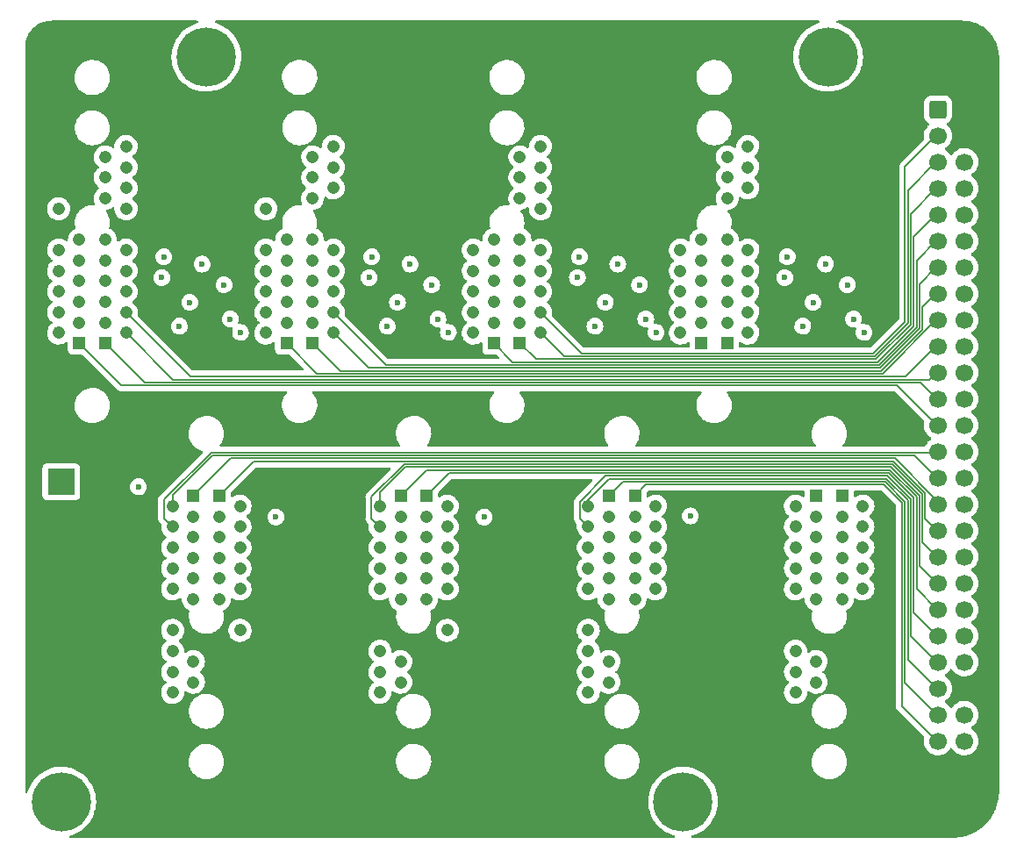
<source format=gbr>
%TF.GenerationSoftware,KiCad,Pcbnew,(5.99.0-8534-g3fcd0860c1)*%
%TF.CreationDate,2021-01-21T22:08:18+01:00*%
%TF.ProjectId,DRV-Carrier,4452562d-4361-4727-9269-65722e6b6963,rev?*%
%TF.SameCoordinates,Original*%
%TF.FileFunction,Copper,L4,Bot*%
%TF.FilePolarity,Positive*%
%FSLAX46Y46*%
G04 Gerber Fmt 4.6, Leading zero omitted, Abs format (unit mm)*
G04 Created by KiCad (PCBNEW (5.99.0-8534-g3fcd0860c1)) date 2021-01-21 22:08:18*
%MOMM*%
%LPD*%
G01*
G04 APERTURE LIST*
G04 Aperture macros list*
%AMRoundRect*
0 Rectangle with rounded corners*
0 $1 Rounding radius*
0 $2 $3 $4 $5 $6 $7 $8 $9 X,Y pos of 4 corners*
0 Add a 4 corners polygon primitive as box body*
4,1,4,$2,$3,$4,$5,$6,$7,$8,$9,$2,$3,0*
0 Add four circle primitives for the rounded corners*
1,1,$1+$1,$2,$3*
1,1,$1+$1,$4,$5*
1,1,$1+$1,$6,$7*
1,1,$1+$1,$8,$9*
0 Add four rect primitives between the rounded corners*
20,1,$1+$1,$2,$3,$4,$5,0*
20,1,$1+$1,$4,$5,$6,$7,0*
20,1,$1+$1,$6,$7,$8,$9,0*
20,1,$1+$1,$8,$9,$2,$3,0*%
G04 Aperture macros list end*
%TA.AperFunction,ComponentPad*%
%ADD10R,1.208000X1.208000*%
%TD*%
%TA.AperFunction,ComponentPad*%
%ADD11C,1.208000*%
%TD*%
%TA.AperFunction,ComponentPad*%
%ADD12C,5.700000*%
%TD*%
%TA.AperFunction,ComponentPad*%
%ADD13RoundRect,0.250000X-0.600000X-0.600000X0.600000X-0.600000X0.600000X0.600000X-0.600000X0.600000X0*%
%TD*%
%TA.AperFunction,ComponentPad*%
%ADD14C,1.700000*%
%TD*%
%TA.AperFunction,ComponentPad*%
%ADD15R,2.600000X2.600000*%
%TD*%
%TA.AperFunction,ComponentPad*%
%ADD16C,2.600000*%
%TD*%
%TA.AperFunction,ViaPad*%
%ADD17C,0.600000*%
%TD*%
%TA.AperFunction,Conductor*%
%ADD18C,0.127000*%
%TD*%
G04 APERTURE END LIST*
D10*
%TO.P,J_MOT8,A1*%
%TO.N,~MOT8_CS*%
X50750000Y-81650000D03*
D11*
%TO.P,J_MOT8,A2*%
%TO.N,MOT_SPI_MISO*%
X48750000Y-80650000D03*
%TO.P,J_MOT8,A3*%
%TO.N,MOT_SPI_MOSI*%
X50750000Y-79650000D03*
%TO.P,J_MOT8,A4*%
%TO.N,MOT_SPI_SCK*%
X48750000Y-78650000D03*
%TO.P,J_MOT8,A5*%
%TO.N,N/C*%
X50750000Y-77650000D03*
%TO.P,J_MOT8,A6*%
%TO.N,MOT_UART*%
X48750000Y-76650000D03*
%TO.P,J_MOT8,A7*%
%TO.N,CLOCK*%
X50750000Y-75650000D03*
%TO.P,J_MOT8,A8*%
%TO.N,N/C*%
X48750000Y-74650000D03*
%TO.P,J_MOT8,A9*%
X50750000Y-73650000D03*
%TO.P,J_MOT8,A10*%
X48750000Y-72650000D03*
%TO.P,J_MOT8,A11*%
%TO.N,5V*%
X50750000Y-71650000D03*
%TO.P,J_MOT8,A12*%
%TO.N,3.3V*%
X48750000Y-68650000D03*
%TO.P,J_MOT8,A13*%
%TO.N,GND*%
X50750000Y-67650000D03*
%TO.P,J_MOT8,A14*%
X48750000Y-66650000D03*
%TO.P,J_MOT8,A15*%
X50750000Y-65650000D03*
%TO.P,J_MOT8,A16*%
X48750000Y-64650000D03*
%TO.P,J_MOT8,A17*%
X50750000Y-63650000D03*
%TO.P,J_MOT8,A18*%
X48750000Y-62650000D03*
D10*
%TO.P,J_MOT8,B1*%
%TO.N,MOT8_STEP*%
X53250000Y-81650000D03*
D11*
%TO.P,J_MOT8,B2*%
%TO.N,MOT8_DIR*%
X55250000Y-80650000D03*
%TO.P,J_MOT8,B3*%
%TO.N,~MOT_ENABLE*%
X53250000Y-79650000D03*
%TO.P,J_MOT8,B4*%
%TO.N,~MOT8_ALARM*%
X55250000Y-78650000D03*
%TO.P,J_MOT8,B5*%
%TO.N,~MOT_RESET*%
X53250000Y-77650000D03*
%TO.P,J_MOT8,B6*%
%TO.N,N/C*%
X55250000Y-76650000D03*
%TO.P,J_MOT8,B7*%
X53250000Y-75650000D03*
%TO.P,J_MOT8,B8*%
%TO.N,MOT_I2C_SCL*%
X55250000Y-74650000D03*
%TO.P,J_MOT8,B9*%
%TO.N,MOT_I2C_SDA*%
X53250000Y-73650000D03*
%TO.P,J_MOT8,B10*%
%TO.N,N/C*%
X55250000Y-72650000D03*
%TO.P,J_MOT8,B11*%
%TO.N,3.3V*%
X53250000Y-71650000D03*
%TO.P,J_MOT8,B12*%
X55250000Y-68650000D03*
%TO.P,J_MOT8,B13*%
X53250000Y-67650000D03*
%TO.P,J_MOT8,B14*%
%TO.N,V_motors*%
X55250000Y-66650000D03*
%TO.P,J_MOT8,B15*%
X53250000Y-65650000D03*
%TO.P,J_MOT8,B16*%
X55250000Y-64650000D03*
%TO.P,J_MOT8,B17*%
X53250000Y-63650000D03*
%TO.P,J_MOT8,B18*%
X55250000Y-62650000D03*
%TD*%
D12*
%TO.P,H4,1*%
%TO.N,N/C*%
X109000000Y-125878680D03*
%TD*%
%TO.P,H3,1*%
%TO.N,N/C*%
X49000000Y-125878680D03*
%TD*%
%TO.P,H2,1*%
%TO.N,N/C*%
X123000000Y-54000000D03*
%TD*%
D10*
%TO.P,J_MOT3,A1*%
%TO.N,~MOT4_CS*%
X64250000Y-96350000D03*
D11*
%TO.P,J_MOT3,A2*%
%TO.N,MOT_SPI_MISO*%
X66250000Y-97350000D03*
%TO.P,J_MOT3,A3*%
%TO.N,MOT_SPI_MOSI*%
X64250000Y-98350000D03*
%TO.P,J_MOT3,A4*%
%TO.N,MOT_SPI_SCK*%
X66250000Y-99350000D03*
%TO.P,J_MOT3,A5*%
%TO.N,N/C*%
X64250000Y-100350000D03*
%TO.P,J_MOT3,A6*%
%TO.N,MOT_UART*%
X66250000Y-101350000D03*
%TO.P,J_MOT3,A7*%
%TO.N,CLOCK*%
X64250000Y-102350000D03*
%TO.P,J_MOT3,A8*%
%TO.N,N/C*%
X66250000Y-103350000D03*
%TO.P,J_MOT3,A9*%
X64250000Y-104350000D03*
%TO.P,J_MOT3,A10*%
X66250000Y-105350000D03*
%TO.P,J_MOT3,A11*%
%TO.N,5V*%
X64250000Y-106350000D03*
%TO.P,J_MOT3,A12*%
%TO.N,3.3V*%
X66250000Y-109350000D03*
%TO.P,J_MOT3,A13*%
%TO.N,GND*%
X64250000Y-110350000D03*
%TO.P,J_MOT3,A14*%
X66250000Y-111350000D03*
%TO.P,J_MOT3,A15*%
X64250000Y-112350000D03*
%TO.P,J_MOT3,A16*%
X66250000Y-113350000D03*
%TO.P,J_MOT3,A17*%
X64250000Y-114350000D03*
%TO.P,J_MOT3,A18*%
X66250000Y-115350000D03*
D10*
%TO.P,J_MOT3,B1*%
%TO.N,MOT4_STEP*%
X61750000Y-96350000D03*
D11*
%TO.P,J_MOT3,B2*%
%TO.N,MOT4_DIR*%
X59750000Y-97350000D03*
%TO.P,J_MOT3,B3*%
%TO.N,~MOT_ENABLE*%
X61750000Y-98350000D03*
%TO.P,J_MOT3,B4*%
%TO.N,~MOT4_ALARM*%
X59750000Y-99350000D03*
%TO.P,J_MOT3,B5*%
%TO.N,~MOT_RESET*%
X61750000Y-100350000D03*
%TO.P,J_MOT3,B6*%
%TO.N,N/C*%
X59750000Y-101350000D03*
%TO.P,J_MOT3,B7*%
X61750000Y-102350000D03*
%TO.P,J_MOT3,B8*%
%TO.N,MOT_I2C_SCL*%
X59750000Y-103350000D03*
%TO.P,J_MOT3,B9*%
%TO.N,MOT_I2C_SDA*%
X61750000Y-104350000D03*
%TO.P,J_MOT3,B10*%
%TO.N,N/C*%
X59750000Y-105350000D03*
%TO.P,J_MOT3,B11*%
%TO.N,3.3V*%
X61750000Y-106350000D03*
%TO.P,J_MOT3,B12*%
X59750000Y-109350000D03*
%TO.P,J_MOT3,B13*%
%TO.N,GND*%
X61750000Y-110350000D03*
%TO.P,J_MOT3,B14*%
%TO.N,V_motors*%
X59750000Y-111350000D03*
%TO.P,J_MOT3,B15*%
X61750000Y-112350000D03*
%TO.P,J_MOT3,B16*%
X59750000Y-113350000D03*
%TO.P,J_MOT3,B17*%
X61750000Y-114350000D03*
%TO.P,J_MOT3,B18*%
X59750000Y-115350000D03*
%TD*%
D13*
%TO.P,J2,1,Pin_1*%
%TO.N,3.3V*%
X133600000Y-59080000D03*
D14*
%TO.P,J2,2,Pin_2*%
%TO.N,GND*%
X136140000Y-59080000D03*
%TO.P,J2,3,Pin_3*%
%TO.N,~MOT6_ALARM*%
X133600000Y-61620000D03*
%TO.P,J2,4,Pin_4*%
%TO.N,GND*%
X136140000Y-61620000D03*
%TO.P,J2,5,Pin_5*%
%TO.N,MOT6_DIR*%
X133600000Y-64160000D03*
%TO.P,J2,6,Pin_6*%
%TO.N,MOT_I2C_SDA*%
X136140000Y-64160000D03*
%TO.P,J2,7,Pin_7*%
%TO.N,MOT6_STEP*%
X133600000Y-66700000D03*
%TO.P,J2,8,Pin_8*%
%TO.N,CLOCK*%
X136140000Y-66700000D03*
%TO.P,J2,9,Pin_9*%
%TO.N,~MOT6_CS*%
X133600000Y-69240000D03*
%TO.P,J2,10,Pin_10*%
%TO.N,MOT_I2C_SCL*%
X136140000Y-69240000D03*
%TO.P,J2,11,Pin_11*%
%TO.N,~MOT7_ALARM*%
X133600000Y-71780000D03*
%TO.P,J2,12,Pin_12*%
%TO.N,MOT_UART*%
X136140000Y-71780000D03*
%TO.P,J2,13,Pin_13*%
%TO.N,MOT7_DIR*%
X133600000Y-74320000D03*
%TO.P,J2,14,Pin_14*%
%TO.N,~MOT_RESET*%
X136140000Y-74320000D03*
%TO.P,J2,15,Pin_15*%
%TO.N,MOT7_STEP*%
X133600000Y-76860000D03*
%TO.P,J2,16,Pin_16*%
%TO.N,MOT_SPI_SCK*%
X136140000Y-76860000D03*
%TO.P,J2,17,Pin_17*%
%TO.N,~MOT7_CS*%
X133600000Y-79400000D03*
%TO.P,J2,18,Pin_18*%
%TO.N,~MOT_ENABLE*%
X136140000Y-79400000D03*
%TO.P,J2,19,Pin_19*%
%TO.N,~MOT8_ALARM*%
X133600000Y-81940000D03*
%TO.P,J2,20,Pin_20*%
%TO.N,~MOT5_ALARM*%
X136140000Y-81940000D03*
%TO.P,J2,21,Pin_21*%
%TO.N,MOT8_DIR*%
X133600000Y-84480000D03*
%TO.P,J2,22,Pin_22*%
%TO.N,MOT5_DIR*%
X136140000Y-84480000D03*
%TO.P,J2,23,Pin_23*%
%TO.N,MOT8_STEP*%
X133600000Y-87020000D03*
%TO.P,J2,24,Pin_24*%
%TO.N,MOT5_STEP*%
X136140000Y-87020000D03*
%TO.P,J2,25,Pin_25*%
%TO.N,~MOT8_CS*%
X133600000Y-89560000D03*
%TO.P,J2,26,Pin_26*%
%TO.N,~MOT5_CS*%
X136140000Y-89560000D03*
%TO.P,J2,27,Pin_27*%
%TO.N,~MOT4_ALARM*%
X133600000Y-92100000D03*
%TO.P,J2,28,Pin_28*%
%TO.N,~MOT1_ALARM*%
X136140000Y-92100000D03*
%TO.P,J2,29,Pin_29*%
%TO.N,MOT4_DIR*%
X133600000Y-94640000D03*
%TO.P,J2,30,Pin_30*%
%TO.N,MOT1_DIR*%
X136140000Y-94640000D03*
%TO.P,J2,31,Pin_31*%
%TO.N,MOT4_STEP*%
X133600000Y-97180000D03*
%TO.P,J2,32,Pin_32*%
%TO.N,MOT1_STEP*%
X136140000Y-97180000D03*
%TO.P,J2,33,Pin_33*%
%TO.N,~MOT4_CS*%
X133600000Y-99720000D03*
%TO.P,J2,34,Pin_34*%
%TO.N,~MOT1_CS*%
X136140000Y-99720000D03*
%TO.P,J2,35,Pin_35*%
%TO.N,~MOT3_ALARM*%
X133600000Y-102260000D03*
%TO.P,J2,36,Pin_36*%
%TO.N,MOT_SPI_MISO*%
X136140000Y-102260000D03*
%TO.P,J2,37,Pin_37*%
%TO.N,MOT3_DIR*%
X133600000Y-104800000D03*
%TO.P,J2,38,Pin_38*%
%TO.N,MOT_SPI_MOSI*%
X136140000Y-104800000D03*
%TO.P,J2,39,Pin_39*%
%TO.N,MOT3_STEP*%
X133600000Y-107340000D03*
%TO.P,J2,40,Pin_40*%
%TO.N,N/C*%
X136140000Y-107340000D03*
%TO.P,J2,41,Pin_41*%
%TO.N,~MOT3_CS*%
X133600000Y-109880000D03*
%TO.P,J2,42,Pin_42*%
%TO.N,N/C*%
X136140000Y-109880000D03*
%TO.P,J2,43,Pin_43*%
%TO.N,~MOT2_ALARM*%
X133600000Y-112420000D03*
%TO.P,J2,44,Pin_44*%
%TO.N,N/C*%
X136140000Y-112420000D03*
%TO.P,J2,45,Pin_45*%
%TO.N,MOT2_DIR*%
X133600000Y-114960000D03*
%TO.P,J2,46,Pin_46*%
%TO.N,GND*%
X136140000Y-114960000D03*
%TO.P,J2,47,Pin_47*%
%TO.N,MOT2_STEP*%
X133600000Y-117500000D03*
%TO.P,J2,48,Pin_48*%
%TO.N,3.3V*%
X136140000Y-117500000D03*
%TO.P,J2,49,Pin_49*%
%TO.N,~MOT2_CS*%
X133600000Y-120040000D03*
%TO.P,J2,50,Pin_50*%
%TO.N,5V*%
X136140000Y-120040000D03*
%TD*%
D12*
%TO.P,H1,1*%
%TO.N,N/C*%
X63000000Y-54000000D03*
%TD*%
D10*
%TO.P,J_MOT5,A1*%
%TO.N,~MOT5_CS*%
X110750000Y-81650000D03*
D11*
%TO.P,J_MOT5,A2*%
%TO.N,MOT_SPI_MISO*%
X108750000Y-80650000D03*
%TO.P,J_MOT5,A3*%
%TO.N,MOT_SPI_MOSI*%
X110750000Y-79650000D03*
%TO.P,J_MOT5,A4*%
%TO.N,MOT_SPI_SCK*%
X108750000Y-78650000D03*
%TO.P,J_MOT5,A5*%
%TO.N,N/C*%
X110750000Y-77650000D03*
%TO.P,J_MOT5,A6*%
%TO.N,MOT_UART*%
X108750000Y-76650000D03*
%TO.P,J_MOT5,A7*%
%TO.N,CLOCK*%
X110750000Y-75650000D03*
%TO.P,J_MOT5,A8*%
%TO.N,N/C*%
X108750000Y-74650000D03*
%TO.P,J_MOT5,A9*%
X110750000Y-73650000D03*
%TO.P,J_MOT5,A10*%
X108750000Y-72650000D03*
%TO.P,J_MOT5,A11*%
%TO.N,5V*%
X110750000Y-71650000D03*
%TO.P,J_MOT5,A12*%
%TO.N,GND*%
X108750000Y-68650000D03*
%TO.P,J_MOT5,A13*%
X110750000Y-67650000D03*
%TO.P,J_MOT5,A14*%
X108750000Y-66650000D03*
%TO.P,J_MOT5,A15*%
X110750000Y-65650000D03*
%TO.P,J_MOT5,A16*%
X108750000Y-64650000D03*
%TO.P,J_MOT5,A17*%
X110750000Y-63650000D03*
%TO.P,J_MOT5,A18*%
X108750000Y-62650000D03*
D10*
%TO.P,J_MOT5,B1*%
%TO.N,MOT5_STEP*%
X113250000Y-81650000D03*
D11*
%TO.P,J_MOT5,B2*%
%TO.N,MOT5_DIR*%
X115250000Y-80650000D03*
%TO.P,J_MOT5,B3*%
%TO.N,~MOT_ENABLE*%
X113250000Y-79650000D03*
%TO.P,J_MOT5,B4*%
%TO.N,~MOT5_ALARM*%
X115250000Y-78650000D03*
%TO.P,J_MOT5,B5*%
%TO.N,~MOT_RESET*%
X113250000Y-77650000D03*
%TO.P,J_MOT5,B6*%
%TO.N,N/C*%
X115250000Y-76650000D03*
%TO.P,J_MOT5,B7*%
X113250000Y-75650000D03*
%TO.P,J_MOT5,B8*%
%TO.N,MOT_I2C_SCL*%
X115250000Y-74650000D03*
%TO.P,J_MOT5,B9*%
%TO.N,MOT_I2C_SDA*%
X113250000Y-73650000D03*
%TO.P,J_MOT5,B10*%
%TO.N,N/C*%
X115250000Y-72650000D03*
%TO.P,J_MOT5,B11*%
%TO.N,3.3V*%
X113250000Y-71650000D03*
%TO.P,J_MOT5,B12*%
%TO.N,GND*%
X115250000Y-68650000D03*
%TO.P,J_MOT5,B13*%
%TO.N,3.3V*%
X113250000Y-67650000D03*
%TO.P,J_MOT5,B14*%
%TO.N,V_motors*%
X115250000Y-66650000D03*
%TO.P,J_MOT5,B15*%
X113250000Y-65650000D03*
%TO.P,J_MOT5,B16*%
X115250000Y-64650000D03*
%TO.P,J_MOT5,B17*%
X113250000Y-63650000D03*
%TO.P,J_MOT5,B18*%
X115250000Y-62650000D03*
%TD*%
D10*
%TO.P,J_MOT2,A1*%
%TO.N,~MOT3_CS*%
X84250000Y-96350000D03*
D11*
%TO.P,J_MOT2,A2*%
%TO.N,MOT_SPI_MISO*%
X86250000Y-97350000D03*
%TO.P,J_MOT2,A3*%
%TO.N,MOT_SPI_MOSI*%
X84250000Y-98350000D03*
%TO.P,J_MOT2,A4*%
%TO.N,MOT_SPI_SCK*%
X86250000Y-99350000D03*
%TO.P,J_MOT2,A5*%
%TO.N,N/C*%
X84250000Y-100350000D03*
%TO.P,J_MOT2,A6*%
%TO.N,MOT_UART*%
X86250000Y-101350000D03*
%TO.P,J_MOT2,A7*%
%TO.N,CLOCK*%
X84250000Y-102350000D03*
%TO.P,J_MOT2,A8*%
%TO.N,N/C*%
X86250000Y-103350000D03*
%TO.P,J_MOT2,A9*%
X84250000Y-104350000D03*
%TO.P,J_MOT2,A10*%
X86250000Y-105350000D03*
%TO.P,J_MOT2,A11*%
%TO.N,5V*%
X84250000Y-106350000D03*
%TO.P,J_MOT2,A12*%
%TO.N,3.3V*%
X86250000Y-109350000D03*
%TO.P,J_MOT2,A13*%
%TO.N,GND*%
X84250000Y-110350000D03*
%TO.P,J_MOT2,A14*%
X86250000Y-111350000D03*
%TO.P,J_MOT2,A15*%
X84250000Y-112350000D03*
%TO.P,J_MOT2,A16*%
X86250000Y-113350000D03*
%TO.P,J_MOT2,A17*%
X84250000Y-114350000D03*
%TO.P,J_MOT2,A18*%
X86250000Y-115350000D03*
D10*
%TO.P,J_MOT2,B1*%
%TO.N,MOT3_STEP*%
X81750000Y-96350000D03*
D11*
%TO.P,J_MOT2,B2*%
%TO.N,MOT3_DIR*%
X79750000Y-97350000D03*
%TO.P,J_MOT2,B3*%
%TO.N,~MOT_ENABLE*%
X81750000Y-98350000D03*
%TO.P,J_MOT2,B4*%
%TO.N,~MOT3_ALARM*%
X79750000Y-99350000D03*
%TO.P,J_MOT2,B5*%
%TO.N,~MOT_RESET*%
X81750000Y-100350000D03*
%TO.P,J_MOT2,B6*%
%TO.N,N/C*%
X79750000Y-101350000D03*
%TO.P,J_MOT2,B7*%
X81750000Y-102350000D03*
%TO.P,J_MOT2,B8*%
%TO.N,MOT_I2C_SCL*%
X79750000Y-103350000D03*
%TO.P,J_MOT2,B9*%
%TO.N,MOT_I2C_SDA*%
X81750000Y-104350000D03*
%TO.P,J_MOT2,B10*%
%TO.N,N/C*%
X79750000Y-105350000D03*
%TO.P,J_MOT2,B11*%
%TO.N,3.3V*%
X81750000Y-106350000D03*
%TO.P,J_MOT2,B12*%
%TO.N,GND*%
X79750000Y-109350000D03*
%TO.P,J_MOT2,B13*%
X81750000Y-110350000D03*
%TO.P,J_MOT2,B14*%
%TO.N,V_motors*%
X79750000Y-111350000D03*
%TO.P,J_MOT2,B15*%
X81750000Y-112350000D03*
%TO.P,J_MOT2,B16*%
X79750000Y-113350000D03*
%TO.P,J_MOT2,B17*%
X81750000Y-114350000D03*
%TO.P,J_MOT2,B18*%
X79750000Y-115350000D03*
%TD*%
D15*
%TO.P,J1,1,Pin_1*%
%TO.N,V_motors*%
X49000000Y-95000000D03*
D16*
%TO.P,J1,2,Pin_2*%
%TO.N,GND*%
X49000000Y-100080000D03*
%TD*%
D10*
%TO.P,J_MOT6,A1*%
%TO.N,~MOT6_CS*%
X90750000Y-81650000D03*
D11*
%TO.P,J_MOT6,A2*%
%TO.N,MOT_SPI_MISO*%
X88750000Y-80650000D03*
%TO.P,J_MOT6,A3*%
%TO.N,MOT_SPI_MOSI*%
X90750000Y-79650000D03*
%TO.P,J_MOT6,A4*%
%TO.N,MOT_SPI_SCK*%
X88750000Y-78650000D03*
%TO.P,J_MOT6,A5*%
%TO.N,N/C*%
X90750000Y-77650000D03*
%TO.P,J_MOT6,A6*%
%TO.N,MOT_UART*%
X88750000Y-76650000D03*
%TO.P,J_MOT6,A7*%
%TO.N,CLOCK*%
X90750000Y-75650000D03*
%TO.P,J_MOT6,A8*%
%TO.N,N/C*%
X88750000Y-74650000D03*
%TO.P,J_MOT6,A9*%
X90750000Y-73650000D03*
%TO.P,J_MOT6,A10*%
X88750000Y-72650000D03*
%TO.P,J_MOT6,A11*%
%TO.N,5V*%
X90750000Y-71650000D03*
%TO.P,J_MOT6,A12*%
%TO.N,GND*%
X88750000Y-68650000D03*
%TO.P,J_MOT6,A13*%
X90750000Y-67650000D03*
%TO.P,J_MOT6,A14*%
X88750000Y-66650000D03*
%TO.P,J_MOT6,A15*%
X90750000Y-65650000D03*
%TO.P,J_MOT6,A16*%
X88750000Y-64650000D03*
%TO.P,J_MOT6,A17*%
X90750000Y-63650000D03*
%TO.P,J_MOT6,A18*%
X88750000Y-62650000D03*
D10*
%TO.P,J_MOT6,B1*%
%TO.N,MOT6_STEP*%
X93250000Y-81650000D03*
D11*
%TO.P,J_MOT6,B2*%
%TO.N,MOT6_DIR*%
X95250000Y-80650000D03*
%TO.P,J_MOT6,B3*%
%TO.N,~MOT_ENABLE*%
X93250000Y-79650000D03*
%TO.P,J_MOT6,B4*%
%TO.N,~MOT6_ALARM*%
X95250000Y-78650000D03*
%TO.P,J_MOT6,B5*%
%TO.N,~MOT_RESET*%
X93250000Y-77650000D03*
%TO.P,J_MOT6,B6*%
%TO.N,N/C*%
X95250000Y-76650000D03*
%TO.P,J_MOT6,B7*%
X93250000Y-75650000D03*
%TO.P,J_MOT6,B8*%
%TO.N,MOT_I2C_SCL*%
X95250000Y-74650000D03*
%TO.P,J_MOT6,B9*%
%TO.N,MOT_I2C_SDA*%
X93250000Y-73650000D03*
%TO.P,J_MOT6,B10*%
%TO.N,N/C*%
X95250000Y-72650000D03*
%TO.P,J_MOT6,B11*%
%TO.N,3.3V*%
X93250000Y-71650000D03*
%TO.P,J_MOT6,B12*%
X95250000Y-68650000D03*
%TO.P,J_MOT6,B13*%
X93250000Y-67650000D03*
%TO.P,J_MOT6,B14*%
%TO.N,V_motors*%
X95250000Y-66650000D03*
%TO.P,J_MOT6,B15*%
X93250000Y-65650000D03*
%TO.P,J_MOT6,B16*%
X95250000Y-64650000D03*
%TO.P,J_MOT6,B17*%
X93250000Y-63650000D03*
%TO.P,J_MOT6,B18*%
X95250000Y-62650000D03*
%TD*%
D10*
%TO.P,J_MOT7,A1*%
%TO.N,~MOT7_CS*%
X70750000Y-81650000D03*
D11*
%TO.P,J_MOT7,A2*%
%TO.N,MOT_SPI_MISO*%
X68750000Y-80650000D03*
%TO.P,J_MOT7,A3*%
%TO.N,MOT_SPI_MOSI*%
X70750000Y-79650000D03*
%TO.P,J_MOT7,A4*%
%TO.N,MOT_SPI_SCK*%
X68750000Y-78650000D03*
%TO.P,J_MOT7,A5*%
%TO.N,N/C*%
X70750000Y-77650000D03*
%TO.P,J_MOT7,A6*%
%TO.N,MOT_UART*%
X68750000Y-76650000D03*
%TO.P,J_MOT7,A7*%
%TO.N,CLOCK*%
X70750000Y-75650000D03*
%TO.P,J_MOT7,A8*%
%TO.N,N/C*%
X68750000Y-74650000D03*
%TO.P,J_MOT7,A9*%
X70750000Y-73650000D03*
%TO.P,J_MOT7,A10*%
X68750000Y-72650000D03*
%TO.P,J_MOT7,A11*%
%TO.N,5V*%
X70750000Y-71650000D03*
%TO.P,J_MOT7,A12*%
%TO.N,3.3V*%
X68750000Y-68650000D03*
%TO.P,J_MOT7,A13*%
%TO.N,GND*%
X70750000Y-67650000D03*
%TO.P,J_MOT7,A14*%
X68750000Y-66650000D03*
%TO.P,J_MOT7,A15*%
X70750000Y-65650000D03*
%TO.P,J_MOT7,A16*%
X68750000Y-64650000D03*
%TO.P,J_MOT7,A17*%
X70750000Y-63650000D03*
%TO.P,J_MOT7,A18*%
X68750000Y-62650000D03*
D10*
%TO.P,J_MOT7,B1*%
%TO.N,MOT7_STEP*%
X73250000Y-81650000D03*
D11*
%TO.P,J_MOT7,B2*%
%TO.N,MOT7_DIR*%
X75250000Y-80650000D03*
%TO.P,J_MOT7,B3*%
%TO.N,~MOT_ENABLE*%
X73250000Y-79650000D03*
%TO.P,J_MOT7,B4*%
%TO.N,~MOT7_ALARM*%
X75250000Y-78650000D03*
%TO.P,J_MOT7,B5*%
%TO.N,~MOT_RESET*%
X73250000Y-77650000D03*
%TO.P,J_MOT7,B6*%
%TO.N,N/C*%
X75250000Y-76650000D03*
%TO.P,J_MOT7,B7*%
X73250000Y-75650000D03*
%TO.P,J_MOT7,B8*%
%TO.N,MOT_I2C_SCL*%
X75250000Y-74650000D03*
%TO.P,J_MOT7,B9*%
%TO.N,MOT_I2C_SDA*%
X73250000Y-73650000D03*
%TO.P,J_MOT7,B10*%
%TO.N,N/C*%
X75250000Y-72650000D03*
%TO.P,J_MOT7,B11*%
%TO.N,3.3V*%
X73250000Y-71650000D03*
%TO.P,J_MOT7,B12*%
%TO.N,GND*%
X75250000Y-68650000D03*
%TO.P,J_MOT7,B13*%
%TO.N,3.3V*%
X73250000Y-67650000D03*
%TO.P,J_MOT7,B14*%
%TO.N,V_motors*%
X75250000Y-66650000D03*
%TO.P,J_MOT7,B15*%
X73250000Y-65650000D03*
%TO.P,J_MOT7,B16*%
X75250000Y-64650000D03*
%TO.P,J_MOT7,B17*%
X73250000Y-63650000D03*
%TO.P,J_MOT7,B18*%
X75250000Y-62650000D03*
%TD*%
D10*
%TO.P,J_MOT1,A1*%
%TO.N,~MOT1_CS*%
X124350000Y-96350000D03*
D11*
%TO.P,J_MOT1,A2*%
%TO.N,MOT_SPI_MISO*%
X126350000Y-97350000D03*
%TO.P,J_MOT1,A3*%
%TO.N,MOT_SPI_MOSI*%
X124350000Y-98350000D03*
%TO.P,J_MOT1,A4*%
%TO.N,MOT_SPI_SCK*%
X126350000Y-99350000D03*
%TO.P,J_MOT1,A5*%
%TO.N,N/C*%
X124350000Y-100350000D03*
%TO.P,J_MOT1,A6*%
%TO.N,MOT_UART*%
X126350000Y-101350000D03*
%TO.P,J_MOT1,A7*%
%TO.N,CLOCK*%
X124350000Y-102350000D03*
%TO.P,J_MOT1,A8*%
%TO.N,N/C*%
X126350000Y-103350000D03*
%TO.P,J_MOT1,A9*%
X124350000Y-104350000D03*
%TO.P,J_MOT1,A10*%
X126350000Y-105350000D03*
%TO.P,J_MOT1,A11*%
%TO.N,5V*%
X124350000Y-106350000D03*
%TO.P,J_MOT1,A12*%
%TO.N,GND*%
X126350000Y-109350000D03*
%TO.P,J_MOT1,A13*%
X124350000Y-110350000D03*
%TO.P,J_MOT1,A14*%
X126350000Y-111350000D03*
%TO.P,J_MOT1,A15*%
X124350000Y-112350000D03*
%TO.P,J_MOT1,A16*%
X126350000Y-113350000D03*
%TO.P,J_MOT1,A17*%
X124350000Y-114350000D03*
%TO.P,J_MOT1,A18*%
X126350000Y-115350000D03*
D10*
%TO.P,J_MOT1,B1*%
%TO.N,MOT1_STEP*%
X121850000Y-96350000D03*
D11*
%TO.P,J_MOT1,B2*%
%TO.N,MOT1_DIR*%
X119850000Y-97350000D03*
%TO.P,J_MOT1,B3*%
%TO.N,~MOT_ENABLE*%
X121850000Y-98350000D03*
%TO.P,J_MOT1,B4*%
%TO.N,~MOT1_ALARM*%
X119850000Y-99350000D03*
%TO.P,J_MOT1,B5*%
%TO.N,~MOT_RESET*%
X121850000Y-100350000D03*
%TO.P,J_MOT1,B6*%
%TO.N,N/C*%
X119850000Y-101350000D03*
%TO.P,J_MOT1,B7*%
X121850000Y-102350000D03*
%TO.P,J_MOT1,B8*%
%TO.N,MOT_I2C_SCL*%
X119850000Y-103350000D03*
%TO.P,J_MOT1,B9*%
%TO.N,MOT_I2C_SDA*%
X121850000Y-104350000D03*
%TO.P,J_MOT1,B10*%
%TO.N,N/C*%
X119850000Y-105350000D03*
%TO.P,J_MOT1,B11*%
%TO.N,3.3V*%
X121850000Y-106350000D03*
%TO.P,J_MOT1,B12*%
%TO.N,GND*%
X119850000Y-109350000D03*
%TO.P,J_MOT1,B13*%
X121850000Y-110350000D03*
%TO.P,J_MOT1,B14*%
%TO.N,V_motors*%
X119850000Y-111350000D03*
%TO.P,J_MOT1,B15*%
X121850000Y-112350000D03*
%TO.P,J_MOT1,B16*%
X119850000Y-113350000D03*
%TO.P,J_MOT1,B17*%
X121850000Y-114350000D03*
%TO.P,J_MOT1,B18*%
X119850000Y-115350000D03*
%TD*%
D10*
%TO.P,J_MOT4,A1*%
%TO.N,~MOT2_CS*%
X104350000Y-96350000D03*
D11*
%TO.P,J_MOT4,A2*%
%TO.N,MOT_SPI_MISO*%
X106350000Y-97350000D03*
%TO.P,J_MOT4,A3*%
%TO.N,MOT_SPI_MOSI*%
X104350000Y-98350000D03*
%TO.P,J_MOT4,A4*%
%TO.N,MOT_SPI_SCK*%
X106350000Y-99350000D03*
%TO.P,J_MOT4,A5*%
%TO.N,N/C*%
X104350000Y-100350000D03*
%TO.P,J_MOT4,A6*%
%TO.N,MOT_UART*%
X106350000Y-101350000D03*
%TO.P,J_MOT4,A7*%
%TO.N,CLOCK*%
X104350000Y-102350000D03*
%TO.P,J_MOT4,A8*%
%TO.N,N/C*%
X106350000Y-103350000D03*
%TO.P,J_MOT4,A9*%
X104350000Y-104350000D03*
%TO.P,J_MOT4,A10*%
X106350000Y-105350000D03*
%TO.P,J_MOT4,A11*%
%TO.N,5V*%
X104350000Y-106350000D03*
%TO.P,J_MOT4,A12*%
%TO.N,GND*%
X106350000Y-109350000D03*
%TO.P,J_MOT4,A13*%
X104350000Y-110350000D03*
%TO.P,J_MOT4,A14*%
X106350000Y-111350000D03*
%TO.P,J_MOT4,A15*%
X104350000Y-112350000D03*
%TO.P,J_MOT4,A16*%
X106350000Y-113350000D03*
%TO.P,J_MOT4,A17*%
X104350000Y-114350000D03*
%TO.P,J_MOT4,A18*%
X106350000Y-115350000D03*
D10*
%TO.P,J_MOT4,B1*%
%TO.N,MOT2_STEP*%
X101850000Y-96350000D03*
D11*
%TO.P,J_MOT4,B2*%
%TO.N,MOT2_DIR*%
X99850000Y-97350000D03*
%TO.P,J_MOT4,B3*%
%TO.N,~MOT_ENABLE*%
X101850000Y-98350000D03*
%TO.P,J_MOT4,B4*%
%TO.N,~MOT2_ALARM*%
X99850000Y-99350000D03*
%TO.P,J_MOT4,B5*%
%TO.N,~MOT_RESET*%
X101850000Y-100350000D03*
%TO.P,J_MOT4,B6*%
%TO.N,N/C*%
X99850000Y-101350000D03*
%TO.P,J_MOT4,B7*%
X101850000Y-102350000D03*
%TO.P,J_MOT4,B8*%
%TO.N,MOT_I2C_SCL*%
X99850000Y-103350000D03*
%TO.P,J_MOT4,B9*%
%TO.N,MOT_I2C_SDA*%
X101850000Y-104350000D03*
%TO.P,J_MOT4,B10*%
%TO.N,N/C*%
X99850000Y-105350000D03*
%TO.P,J_MOT4,B11*%
%TO.N,3.3V*%
X101850000Y-106350000D03*
%TO.P,J_MOT4,B12*%
X99850000Y-109350000D03*
%TO.P,J_MOT4,B13*%
%TO.N,GND*%
X101850000Y-110350000D03*
%TO.P,J_MOT4,B14*%
%TO.N,V_motors*%
X99850000Y-111350000D03*
%TO.P,J_MOT4,B15*%
X101850000Y-112350000D03*
%TO.P,J_MOT4,B16*%
X99850000Y-113350000D03*
%TO.P,J_MOT4,B17*%
X101850000Y-114350000D03*
%TO.P,J_MOT4,B18*%
X99850000Y-115350000D03*
%TD*%
D17*
%TO.N,MOT_SPI_MOSI*%
X56449595Y-95496387D03*
X109700000Y-98300000D03*
X89800000Y-98400000D03*
X69700000Y-98400000D03*
%TO.N,MOT_I2C_SCL*%
X118800000Y-75300000D03*
X98800000Y-75300000D03*
X78700000Y-75300000D03*
X58700000Y-75300000D03*
%TO.N,MOT_I2C_SDA*%
X99000000Y-73300000D03*
%TO.N,MOT_UART*%
X104800000Y-76000000D03*
%TO.N,CLOCK*%
X102700000Y-74000000D03*
%TO.N,MOT_I2C_SDA*%
X119050000Y-73300000D03*
%TO.N,MOT_UART*%
X124850000Y-76000000D03*
%TO.N,~MOT_RESET*%
X121550000Y-77700000D03*
%TO.N,MOT_SPI_MISO*%
X126450000Y-80600000D03*
%TO.N,CLOCK*%
X122750000Y-74000000D03*
%TO.N,~MOT_ENABLE*%
X120550000Y-80000000D03*
%TO.N,MOT_SPI_SCK*%
X125450000Y-79300000D03*
%TO.N,~MOT_ENABLE*%
X100500000Y-80000000D03*
%TO.N,MOT_SPI_MISO*%
X106400000Y-80600000D03*
%TO.N,MOT_SPI_SCK*%
X105400000Y-79300000D03*
%TO.N,~MOT_RESET*%
X101500000Y-77700000D03*
%TO.N,MOT_I2C_SDA*%
X78950000Y-73300000D03*
%TO.N,MOT_UART*%
X84750000Y-76000000D03*
%TO.N,CLOCK*%
X82650000Y-74000000D03*
%TO.N,~MOT_ENABLE*%
X80450000Y-80000000D03*
%TO.N,MOT_SPI_MISO*%
X86350000Y-80600000D03*
%TO.N,MOT_SPI_SCK*%
X85350000Y-79300000D03*
%TO.N,~MOT_RESET*%
X81450000Y-77700000D03*
%TO.N,MOT_I2C_SDA*%
X58900000Y-73300000D03*
%TO.N,MOT_UART*%
X64700000Y-76000000D03*
%TO.N,CLOCK*%
X62600000Y-74000000D03*
%TO.N,MOT_SPI_MISO*%
X66300000Y-80600000D03*
%TO.N,MOT_SPI_SCK*%
X65300000Y-79300000D03*
%TO.N,~MOT_RESET*%
X61400000Y-77700000D03*
%TO.N,~MOT_ENABLE*%
X60400000Y-80000000D03*
%TD*%
D18*
%TO.N,MOT2_DIR*%
X133460000Y-114920000D02*
X130688822Y-112148822D01*
X130688822Y-112148822D02*
X130688822Y-96798530D01*
X130688822Y-96798530D02*
X128604992Y-94714700D01*
%TO.N,~MOT2_ALARM*%
X130968233Y-109888233D02*
X133460000Y-112380000D01*
%TO.N,MOT2_DIR*%
X101888661Y-94714699D02*
X99850000Y-96753360D01*
%TO.N,MOT3_DIR*%
X131806466Y-96335590D02*
X129067932Y-93597056D01*
%TO.N,MOT2_STEP*%
X130409411Y-114409411D02*
X133460000Y-117460000D01*
%TO.N,MOT2_DIR*%
X99850000Y-96753360D02*
X99850000Y-97350000D01*
%TO.N,MOT2_STEP*%
X130409411Y-96914265D02*
X130409411Y-114409411D01*
%TO.N,~MOT4_CS*%
X132365288Y-98585288D02*
X132365288Y-96104120D01*
%TO.N,~MOT2_ALARM*%
X99030089Y-96956442D02*
X101551243Y-94435288D01*
%TO.N,~MOT3_CS*%
X131247644Y-96567060D02*
X128836462Y-94155878D01*
X128836462Y-94155878D02*
X86444123Y-94155877D01*
%TO.N,MOT3_DIR*%
X133460000Y-104760000D02*
X131806466Y-103106466D01*
%TO.N,~MOT3_ALARM*%
X132085877Y-100845877D02*
X133460000Y-102220000D01*
X132085877Y-96219855D02*
X132085877Y-100845877D01*
%TO.N,MOT2_DIR*%
X128604992Y-94714700D02*
X101888661Y-94714699D01*
%TO.N,~MOT2_ALARM*%
X101551243Y-94435288D02*
X128720727Y-94435289D01*
%TO.N,~MOT2_CS*%
X130130000Y-116670000D02*
X133460000Y-120000000D01*
%TO.N,~MOT3_ALARM*%
X129183667Y-93317645D02*
X132085877Y-96219855D01*
%TO.N,MOT3_STEP*%
X84223534Y-93876466D02*
X128952197Y-93876467D01*
%TO.N,~MOT4_CS*%
X67561767Y-93038233D02*
X64250000Y-96350000D01*
%TO.N,~MOT3_ALARM*%
X78930089Y-96469911D02*
X82082356Y-93317644D01*
X78930089Y-98530089D02*
X78930089Y-96469911D01*
%TO.N,~MOT3_CS*%
X86444123Y-94155877D02*
X84250000Y-96350000D01*
%TO.N,MOT3_DIR*%
X129067932Y-93597056D02*
X82198091Y-93597055D01*
X131806466Y-103106466D02*
X131806466Y-96335590D01*
%TO.N,~MOT2_ALARM*%
X99030089Y-98530089D02*
X99030089Y-96956442D01*
%TO.N,MOT3_STEP*%
X128952197Y-93876467D02*
X131527055Y-96451325D01*
%TO.N,~MOT4_CS*%
X132365288Y-96104120D02*
X129299402Y-93038234D01*
%TO.N,~MOT3_CS*%
X131247644Y-107627644D02*
X131247644Y-96567060D01*
X133460000Y-109840000D02*
X131247644Y-107627644D01*
%TO.N,MOT3_DIR*%
X82198091Y-93597055D02*
X79750000Y-96045146D01*
%TO.N,MOT3_STEP*%
X81750000Y-96350000D02*
X84223534Y-93876466D01*
%TO.N,~MOT2_CS*%
X130130000Y-97030000D02*
X130130000Y-116670000D01*
%TO.N,~MOT3_ALARM*%
X79750000Y-99350000D02*
X78930089Y-98530089D01*
%TO.N,MOT3_STEP*%
X131527055Y-96451325D02*
X131527055Y-105367055D01*
%TO.N,~MOT3_ALARM*%
X82082356Y-93317644D02*
X129183667Y-93317645D01*
%TO.N,~MOT2_ALARM*%
X130968233Y-96682795D02*
X130968233Y-109888233D01*
%TO.N,MOT2_STEP*%
X103205890Y-94994110D02*
X128489257Y-94994111D01*
%TO.N,~MOT2_ALARM*%
X128720727Y-94435289D02*
X130968233Y-96682795D01*
%TO.N,MOT3_DIR*%
X79750000Y-96045146D02*
X79750000Y-97350000D01*
%TO.N,MOT2_STEP*%
X101850000Y-96350000D02*
X103205890Y-94994110D01*
%TO.N,MOT4_STEP*%
X129415137Y-92758823D02*
X133460000Y-96803686D01*
X65341178Y-92758822D02*
X129415137Y-92758823D01*
%TO.N,~MOT4_CS*%
X133460000Y-99680000D02*
X132365288Y-98585288D01*
%TO.N,~MOT2_ALARM*%
X99850000Y-99350000D02*
X99030089Y-98530089D01*
%TO.N,MOT4_STEP*%
X133460000Y-96803686D02*
X133460000Y-97140000D01*
%TO.N,MOT2_STEP*%
X128489257Y-94994111D02*
X130409411Y-96914265D01*
%TO.N,MOT4_STEP*%
X61750000Y-96350000D02*
X65341178Y-92758822D01*
%TO.N,~MOT4_CS*%
X129299402Y-93038234D02*
X67561767Y-93038233D01*
%TO.N,MOT3_STEP*%
X131527055Y-105367055D02*
X133460000Y-107300000D01*
%TO.N,~MOT2_CS*%
X104350000Y-96350000D02*
X105426479Y-95273521D01*
X105426479Y-95273521D02*
X128373521Y-95273521D01*
X128373521Y-95273521D02*
X130130000Y-97030000D01*
%TO.N,~MOT4_ALARM*%
X133460000Y-92060000D02*
X133320000Y-92200000D01*
X58930089Y-98530089D02*
X59750000Y-99350000D01*
X63460178Y-92200000D02*
X58930089Y-96730089D01*
%TO.N,MOT4_DIR*%
X59750000Y-97350000D02*
X59750000Y-96305324D01*
X59750000Y-96305324D02*
X63575913Y-92479411D01*
%TO.N,~MOT4_ALARM*%
X133320000Y-92200000D02*
X63460178Y-92200000D01*
%TO.N,MOT4_DIR*%
X63575913Y-92479411D02*
X131339411Y-92479411D01*
X131339411Y-92479411D02*
X133460000Y-94600000D01*
%TO.N,~MOT4_ALARM*%
X58930089Y-96730089D02*
X58930089Y-98530089D01*
%TO.N,MOT6_STEP*%
X93250000Y-81650000D02*
X94785301Y-83185301D01*
%TO.N,MOT6_DIR*%
X130699411Y-79695735D02*
X130699411Y-66880589D01*
%TO.N,MOT6_STEP*%
X130978822Y-79811470D02*
X130978822Y-69141178D01*
%TO.N,MOT6_DIR*%
X130699411Y-66880589D02*
X133460000Y-64120000D01*
%TO.N,MOT6_STEP*%
X127604991Y-83185301D02*
X130978822Y-79811470D01*
%TO.N,~MOT6_CS*%
X92564712Y-83464712D02*
X127774122Y-83464710D01*
%TO.N,~MOT7_ALARM*%
X127889858Y-83744120D02*
X131537644Y-80096334D01*
%TO.N,MOT7_STEP*%
X132096466Y-78183534D02*
X133460000Y-76820000D01*
%TO.N,~MOT6_CS*%
X127774122Y-83464710D02*
X131258233Y-79980599D01*
%TO.N,MOT7_STEP*%
X128121330Y-84302940D02*
X132096466Y-80327804D01*
X75902940Y-84302940D02*
X128121330Y-84302940D01*
%TO.N,MOT7_DIR*%
X131817055Y-80212069D02*
X131817055Y-75922945D01*
%TO.N,MOT6_DIR*%
X97505890Y-82905890D02*
X127489256Y-82905890D01*
%TO.N,~MOT6_CS*%
X131258233Y-71401767D02*
X133460000Y-69200000D01*
%TO.N,~MOT7_ALARM*%
X131537644Y-80096334D02*
X131537644Y-73662356D01*
%TO.N,MOT7_STEP*%
X73250000Y-81650000D02*
X75902940Y-84302940D01*
%TO.N,~MOT6_ALARM*%
X130420000Y-64620000D02*
X133460000Y-61580000D01*
%TO.N,MOT6_STEP*%
X130978822Y-69141178D02*
X133460000Y-66660000D01*
X94785301Y-83185301D02*
X127604991Y-83185301D01*
%TO.N,MOT7_DIR*%
X75250000Y-80650000D02*
X78623530Y-84023530D01*
%TO.N,MOT6_DIR*%
X127489256Y-82905890D02*
X130699411Y-79695735D01*
%TO.N,MOT7_DIR*%
X131817055Y-75922945D02*
X133460000Y-74280000D01*
%TO.N,~MOT6_CS*%
X131258233Y-79980599D02*
X131258233Y-71401767D01*
%TO.N,MOT7_DIR*%
X78623530Y-84023530D02*
X128005594Y-84023530D01*
%TO.N,~MOT7_ALARM*%
X131537644Y-73662356D02*
X133460000Y-71740000D01*
X80344120Y-83744120D02*
X127889858Y-83744120D01*
%TO.N,~MOT6_CS*%
X90750000Y-81650000D02*
X92564712Y-83464712D01*
%TO.N,~MOT7_ALARM*%
X75250000Y-78650000D02*
X80344120Y-83744120D01*
%TO.N,MOT7_DIR*%
X128005594Y-84023530D02*
X131817055Y-80212069D01*
%TO.N,MOT7_STEP*%
X132096466Y-80327804D02*
X132096466Y-78183534D01*
%TO.N,MOT6_DIR*%
X95250000Y-80650000D02*
X97505890Y-82905890D01*
%TO.N,~MOT6_ALARM*%
X130420000Y-79580000D02*
X130420000Y-64620000D01*
X95250000Y-78650000D02*
X99226479Y-82626479D01*
X99226479Y-82626479D02*
X127373521Y-82626479D01*
X127373521Y-82626479D02*
X130420000Y-79580000D01*
%TO.N,MOT8_DIR*%
X132758822Y-85141178D02*
X133460000Y-84440000D01*
%TO.N,~MOT8_ALARM*%
X61461767Y-84861767D02*
X130498233Y-84861767D01*
X130498233Y-84861767D02*
X133460000Y-81900000D01*
%TO.N,~MOT7_CS*%
X70750000Y-81650000D02*
X73682356Y-84582356D01*
X73682356Y-84582356D02*
X128237644Y-84582356D01*
%TO.N,~MOT8_CS*%
X133460000Y-89520000D02*
X129640000Y-85700000D01*
%TO.N,MOT8_DIR*%
X59741178Y-85141178D02*
X132758822Y-85141178D01*
X55250000Y-80650000D02*
X59741178Y-85141178D01*
%TO.N,MOT8_STEP*%
X131900589Y-85420589D02*
X133460000Y-86980000D01*
X57020589Y-85420589D02*
X131900589Y-85420589D01*
X53250000Y-81650000D02*
X57020589Y-85420589D01*
%TO.N,~MOT7_CS*%
X128237644Y-84582356D02*
X133460000Y-79360000D01*
%TO.N,~MOT8_ALARM*%
X55250000Y-78650000D02*
X61461767Y-84861767D01*
%TO.N,~MOT8_CS*%
X129640000Y-85700000D02*
X54800000Y-85700000D01*
X54800000Y-85700000D02*
X50750000Y-81650000D01*
%TD*%
%TA.AperFunction,Conductor*%
%TO.N,GND*%
G36*
X62148801Y-50528002D02*
G01*
X62195294Y-50581658D01*
X62205398Y-50651932D01*
X62175904Y-50716512D01*
X62116178Y-50754896D01*
X62113414Y-50755602D01*
X62113422Y-50755633D01*
X62110139Y-50756537D01*
X62106802Y-50757265D01*
X61761813Y-50872697D01*
X61431309Y-51024712D01*
X61428375Y-51026468D01*
X61428373Y-51026469D01*
X61424527Y-51028771D01*
X61119155Y-51211532D01*
X60829003Y-51430972D01*
X60826521Y-51433311D01*
X60826515Y-51433316D01*
X60591942Y-51654367D01*
X60564248Y-51680465D01*
X60562036Y-51683055D01*
X60562034Y-51683057D01*
X60503440Y-51751662D01*
X60327986Y-51957091D01*
X60326067Y-51959903D01*
X60326064Y-51959908D01*
X60157951Y-52206354D01*
X60122982Y-52257616D01*
X60121375Y-52260626D01*
X60121373Y-52260629D01*
X59998599Y-52490565D01*
X59951634Y-52578523D01*
X59815945Y-52916059D01*
X59815025Y-52919333D01*
X59815023Y-52919338D01*
X59749550Y-53152269D01*
X59717504Y-53266275D01*
X59716943Y-53269628D01*
X59716942Y-53269632D01*
X59703479Y-53350086D01*
X59657462Y-53625074D01*
X59636520Y-53988259D01*
X59636692Y-53991654D01*
X59636692Y-53991655D01*
X59640675Y-54070284D01*
X59654926Y-54351581D01*
X59655463Y-54354936D01*
X59655464Y-54354942D01*
X59667686Y-54431244D01*
X59712462Y-54710791D01*
X59808456Y-55061686D01*
X59941784Y-55400160D01*
X59943367Y-55403175D01*
X60109304Y-55719240D01*
X60109309Y-55719248D01*
X60110888Y-55722256D01*
X60112782Y-55725074D01*
X60112787Y-55725083D01*
X60180944Y-55826511D01*
X60313789Y-56024205D01*
X60548114Y-56302474D01*
X60811121Y-56553809D01*
X61099733Y-56775269D01*
X61102651Y-56777043D01*
X61407661Y-56962492D01*
X61407666Y-56962495D01*
X61410576Y-56964264D01*
X61413664Y-56965710D01*
X61413663Y-56965710D01*
X61736927Y-57117139D01*
X61736937Y-57117143D01*
X61740011Y-57118583D01*
X61743229Y-57119685D01*
X61743232Y-57119686D01*
X62080962Y-57235317D01*
X62080970Y-57235319D01*
X62084185Y-57236420D01*
X62439073Y-57316398D01*
X62492112Y-57322441D01*
X62797140Y-57357195D01*
X62797148Y-57357195D01*
X62800523Y-57357580D01*
X62803927Y-57357598D01*
X62803930Y-57357598D01*
X63000796Y-57358628D01*
X63164306Y-57359484D01*
X63167691Y-57359134D01*
X63167695Y-57359134D01*
X63522775Y-57322441D01*
X63522784Y-57322440D01*
X63526167Y-57322090D01*
X63529500Y-57321376D01*
X63529503Y-57321375D01*
X63704688Y-57283818D01*
X63881873Y-57245833D01*
X64227263Y-57131606D01*
X64558296Y-56980746D01*
X64561233Y-56979002D01*
X64561239Y-56978999D01*
X64868166Y-56796758D01*
X64871100Y-56795016D01*
X65162016Y-56576590D01*
X65427641Y-56328024D01*
X65429853Y-56325452D01*
X65429860Y-56325445D01*
X65640682Y-56080340D01*
X70296393Y-56080340D01*
X70328148Y-56337105D01*
X70398375Y-56586112D01*
X70438668Y-56674732D01*
X70492426Y-56792966D01*
X70505459Y-56821631D01*
X70508078Y-56825640D01*
X70508078Y-56825641D01*
X70515651Y-56837236D01*
X70646936Y-57038243D01*
X70819550Y-57230962D01*
X71019329Y-57395354D01*
X71023444Y-57397802D01*
X71237558Y-57525187D01*
X71237562Y-57525189D01*
X71241675Y-57527636D01*
X71361573Y-57576200D01*
X71477032Y-57622966D01*
X71477037Y-57622967D01*
X71481472Y-57624764D01*
X71733201Y-57684502D01*
X71737972Y-57684890D01*
X71737978Y-57684891D01*
X71981110Y-57704667D01*
X71991070Y-57705477D01*
X71995844Y-57705139D01*
X72244362Y-57687543D01*
X72244366Y-57687542D01*
X72249145Y-57687204D01*
X72261086Y-57684502D01*
X72496825Y-57631160D01*
X72496829Y-57631159D01*
X72501486Y-57630105D01*
X72742287Y-57535494D01*
X72761789Y-57524166D01*
X72961873Y-57407948D01*
X72961876Y-57407946D01*
X72966006Y-57405547D01*
X73167495Y-57243256D01*
X73342118Y-57052355D01*
X73485855Y-56837236D01*
X73595400Y-56602851D01*
X73668231Y-56354593D01*
X73669961Y-56341717D01*
X73702235Y-56101431D01*
X73702236Y-56101425D01*
X73702672Y-56098175D01*
X73703186Y-56080340D01*
X90296393Y-56080340D01*
X90328148Y-56337105D01*
X90398375Y-56586112D01*
X90438668Y-56674732D01*
X90492426Y-56792966D01*
X90505459Y-56821631D01*
X90508078Y-56825640D01*
X90508078Y-56825641D01*
X90515651Y-56837236D01*
X90646936Y-57038243D01*
X90819550Y-57230962D01*
X91019329Y-57395354D01*
X91023444Y-57397802D01*
X91237558Y-57525187D01*
X91237562Y-57525189D01*
X91241675Y-57527636D01*
X91361573Y-57576200D01*
X91477032Y-57622966D01*
X91477037Y-57622967D01*
X91481472Y-57624764D01*
X91733201Y-57684502D01*
X91737972Y-57684890D01*
X91737978Y-57684891D01*
X91981110Y-57704667D01*
X91991070Y-57705477D01*
X91995844Y-57705139D01*
X92244362Y-57687543D01*
X92244366Y-57687542D01*
X92249145Y-57687204D01*
X92261086Y-57684502D01*
X92496825Y-57631160D01*
X92496829Y-57631159D01*
X92501486Y-57630105D01*
X92742287Y-57535494D01*
X92761789Y-57524166D01*
X92961873Y-57407948D01*
X92961876Y-57407946D01*
X92966006Y-57405547D01*
X93167495Y-57243256D01*
X93342118Y-57052355D01*
X93485855Y-56837236D01*
X93595400Y-56602851D01*
X93668231Y-56354593D01*
X93669961Y-56341717D01*
X93702235Y-56101431D01*
X93702236Y-56101425D01*
X93702672Y-56098175D01*
X93703186Y-56080340D01*
X110296393Y-56080340D01*
X110328148Y-56337105D01*
X110398375Y-56586112D01*
X110438668Y-56674732D01*
X110492426Y-56792966D01*
X110505459Y-56821631D01*
X110508078Y-56825640D01*
X110508078Y-56825641D01*
X110515651Y-56837236D01*
X110646936Y-57038243D01*
X110819550Y-57230962D01*
X111019329Y-57395354D01*
X111023444Y-57397802D01*
X111237558Y-57525187D01*
X111237562Y-57525189D01*
X111241675Y-57527636D01*
X111361573Y-57576200D01*
X111477032Y-57622966D01*
X111477037Y-57622967D01*
X111481472Y-57624764D01*
X111733201Y-57684502D01*
X111737972Y-57684890D01*
X111737978Y-57684891D01*
X111981110Y-57704667D01*
X111991070Y-57705477D01*
X111995844Y-57705139D01*
X112244362Y-57687543D01*
X112244366Y-57687542D01*
X112249145Y-57687204D01*
X112261086Y-57684502D01*
X112496825Y-57631160D01*
X112496829Y-57631159D01*
X112501486Y-57630105D01*
X112742287Y-57535494D01*
X112761789Y-57524166D01*
X112961873Y-57407948D01*
X112961876Y-57407946D01*
X112966006Y-57405547D01*
X113167495Y-57243256D01*
X113342118Y-57052355D01*
X113485855Y-56837236D01*
X113595400Y-56602851D01*
X113668231Y-56354593D01*
X113669961Y-56341717D01*
X113702235Y-56101431D01*
X113702236Y-56101425D01*
X113702672Y-56098175D01*
X113705500Y-56000000D01*
X113686880Y-55755225D01*
X113686239Y-55746792D01*
X113686238Y-55746787D01*
X113685876Y-55742025D01*
X113627457Y-55489986D01*
X113531586Y-55249684D01*
X113400470Y-55026648D01*
X113237126Y-54826011D01*
X113233581Y-54822802D01*
X113233576Y-54822797D01*
X113048860Y-54655601D01*
X113048856Y-54655598D01*
X113045313Y-54652391D01*
X112829445Y-54509781D01*
X112825104Y-54507780D01*
X112825099Y-54507777D01*
X112598842Y-54403472D01*
X112598839Y-54403471D01*
X112594490Y-54401466D01*
X112530992Y-54383198D01*
X112350447Y-54331256D01*
X112350442Y-54331255D01*
X112345854Y-54329935D01*
X112089259Y-54296837D01*
X111951906Y-54300074D01*
X111835390Y-54302820D01*
X111835386Y-54302820D01*
X111830610Y-54302933D01*
X111825904Y-54303767D01*
X111580563Y-54347247D01*
X111580559Y-54347248D01*
X111575859Y-54348081D01*
X111330869Y-54431244D01*
X111101277Y-54550508D01*
X110892366Y-54703128D01*
X110708945Y-54885591D01*
X110706101Y-54889442D01*
X110581311Y-55058395D01*
X110555234Y-55093700D01*
X110434769Y-55322664D01*
X110350325Y-55567216D01*
X110303843Y-55821727D01*
X110296393Y-56080340D01*
X93703186Y-56080340D01*
X93705500Y-56000000D01*
X93686880Y-55755225D01*
X93686239Y-55746792D01*
X93686238Y-55746787D01*
X93685876Y-55742025D01*
X93627457Y-55489986D01*
X93531586Y-55249684D01*
X93400470Y-55026648D01*
X93237126Y-54826011D01*
X93233581Y-54822802D01*
X93233576Y-54822797D01*
X93048860Y-54655601D01*
X93048856Y-54655598D01*
X93045313Y-54652391D01*
X92829445Y-54509781D01*
X92825104Y-54507780D01*
X92825099Y-54507777D01*
X92598842Y-54403472D01*
X92598839Y-54403471D01*
X92594490Y-54401466D01*
X92530992Y-54383198D01*
X92350447Y-54331256D01*
X92350442Y-54331255D01*
X92345854Y-54329935D01*
X92089259Y-54296837D01*
X91951906Y-54300074D01*
X91835390Y-54302820D01*
X91835386Y-54302820D01*
X91830610Y-54302933D01*
X91825904Y-54303767D01*
X91580563Y-54347247D01*
X91580559Y-54347248D01*
X91575859Y-54348081D01*
X91330869Y-54431244D01*
X91101277Y-54550508D01*
X90892366Y-54703128D01*
X90708945Y-54885591D01*
X90706101Y-54889442D01*
X90581311Y-55058395D01*
X90555234Y-55093700D01*
X90434769Y-55322664D01*
X90350325Y-55567216D01*
X90303843Y-55821727D01*
X90296393Y-56080340D01*
X73703186Y-56080340D01*
X73705500Y-56000000D01*
X73686880Y-55755225D01*
X73686239Y-55746792D01*
X73686238Y-55746787D01*
X73685876Y-55742025D01*
X73627457Y-55489986D01*
X73531586Y-55249684D01*
X73400470Y-55026648D01*
X73237126Y-54826011D01*
X73233581Y-54822802D01*
X73233576Y-54822797D01*
X73048860Y-54655601D01*
X73048856Y-54655598D01*
X73045313Y-54652391D01*
X72829445Y-54509781D01*
X72825104Y-54507780D01*
X72825099Y-54507777D01*
X72598842Y-54403472D01*
X72598839Y-54403471D01*
X72594490Y-54401466D01*
X72530992Y-54383198D01*
X72350447Y-54331256D01*
X72350442Y-54331255D01*
X72345854Y-54329935D01*
X72089259Y-54296837D01*
X71951906Y-54300074D01*
X71835390Y-54302820D01*
X71835386Y-54302820D01*
X71830610Y-54302933D01*
X71825904Y-54303767D01*
X71580563Y-54347247D01*
X71580559Y-54347248D01*
X71575859Y-54348081D01*
X71330869Y-54431244D01*
X71101277Y-54550508D01*
X70892366Y-54703128D01*
X70708945Y-54885591D01*
X70706101Y-54889442D01*
X70581311Y-55058395D01*
X70555234Y-55093700D01*
X70434769Y-55322664D01*
X70350325Y-55567216D01*
X70303843Y-55821727D01*
X70296393Y-56080340D01*
X65640682Y-56080340D01*
X65662640Y-56054811D01*
X65664866Y-56052223D01*
X65823282Y-55821727D01*
X65868988Y-55755225D01*
X65868993Y-55755218D01*
X65870918Y-55752416D01*
X65872530Y-55749422D01*
X65872535Y-55749414D01*
X66041764Y-55435121D01*
X66043386Y-55432109D01*
X66180252Y-55095048D01*
X66188853Y-55064856D01*
X66278981Y-54748456D01*
X66279915Y-54745178D01*
X66296226Y-54649756D01*
X66340637Y-54389938D01*
X66340637Y-54389936D01*
X66341209Y-54386591D01*
X66343351Y-54351581D01*
X66363308Y-54025278D01*
X66363418Y-54023481D01*
X66363500Y-54000000D01*
X66343827Y-53636744D01*
X66285037Y-53277738D01*
X66187819Y-52927180D01*
X66184699Y-52919338D01*
X66054569Y-52592337D01*
X66053310Y-52589173D01*
X65883082Y-52267669D01*
X65679128Y-51966431D01*
X65443834Y-51688981D01*
X65437592Y-51683057D01*
X65182418Y-51440907D01*
X65182417Y-51440906D01*
X65179951Y-51438566D01*
X64890567Y-51218114D01*
X64887655Y-51216357D01*
X64887650Y-51216354D01*
X64581990Y-51031968D01*
X64581981Y-51031963D01*
X64579068Y-51030206D01*
X64571018Y-51026469D01*
X64252177Y-50878468D01*
X64252175Y-50878467D01*
X64249096Y-50877038D01*
X64245884Y-50875951D01*
X64245877Y-50875948D01*
X63907748Y-50761498D01*
X63907743Y-50761496D01*
X63904512Y-50760403D01*
X63889220Y-50757013D01*
X63827043Y-50722741D01*
X63793266Y-50660294D01*
X63798612Y-50589499D01*
X63841384Y-50532833D01*
X63908002Y-50508286D01*
X63916492Y-50508000D01*
X122080680Y-50508000D01*
X122148801Y-50528002D01*
X122195294Y-50581658D01*
X122205398Y-50651932D01*
X122175904Y-50716512D01*
X122116178Y-50754896D01*
X122113414Y-50755602D01*
X122113422Y-50755633D01*
X122110139Y-50756537D01*
X122106802Y-50757265D01*
X121761813Y-50872697D01*
X121431309Y-51024712D01*
X121428375Y-51026468D01*
X121428373Y-51026469D01*
X121424527Y-51028771D01*
X121119155Y-51211532D01*
X120829003Y-51430972D01*
X120826521Y-51433311D01*
X120826515Y-51433316D01*
X120591942Y-51654367D01*
X120564248Y-51680465D01*
X120562036Y-51683055D01*
X120562034Y-51683057D01*
X120503440Y-51751662D01*
X120327986Y-51957091D01*
X120326067Y-51959903D01*
X120326064Y-51959908D01*
X120157951Y-52206354D01*
X120122982Y-52257616D01*
X120121375Y-52260626D01*
X120121373Y-52260629D01*
X119998599Y-52490565D01*
X119951634Y-52578523D01*
X119815945Y-52916059D01*
X119815025Y-52919333D01*
X119815023Y-52919338D01*
X119749550Y-53152269D01*
X119717504Y-53266275D01*
X119716943Y-53269628D01*
X119716942Y-53269632D01*
X119703479Y-53350086D01*
X119657462Y-53625074D01*
X119636520Y-53988259D01*
X119636692Y-53991654D01*
X119636692Y-53991655D01*
X119640675Y-54070284D01*
X119654926Y-54351581D01*
X119655463Y-54354936D01*
X119655464Y-54354942D01*
X119667686Y-54431244D01*
X119712462Y-54710791D01*
X119808456Y-55061686D01*
X119941784Y-55400160D01*
X119943367Y-55403175D01*
X120109304Y-55719240D01*
X120109309Y-55719248D01*
X120110888Y-55722256D01*
X120112782Y-55725074D01*
X120112787Y-55725083D01*
X120180944Y-55826511D01*
X120313789Y-56024205D01*
X120548114Y-56302474D01*
X120811121Y-56553809D01*
X121099733Y-56775269D01*
X121102651Y-56777043D01*
X121407661Y-56962492D01*
X121407666Y-56962495D01*
X121410576Y-56964264D01*
X121413664Y-56965710D01*
X121413663Y-56965710D01*
X121736927Y-57117139D01*
X121736937Y-57117143D01*
X121740011Y-57118583D01*
X121743229Y-57119685D01*
X121743232Y-57119686D01*
X122080962Y-57235317D01*
X122080970Y-57235319D01*
X122084185Y-57236420D01*
X122439073Y-57316398D01*
X122492112Y-57322441D01*
X122797140Y-57357195D01*
X122797148Y-57357195D01*
X122800523Y-57357580D01*
X122803927Y-57357598D01*
X122803930Y-57357598D01*
X123000796Y-57358628D01*
X123164306Y-57359484D01*
X123167691Y-57359134D01*
X123167695Y-57359134D01*
X123522775Y-57322441D01*
X123522784Y-57322440D01*
X123526167Y-57322090D01*
X123529500Y-57321376D01*
X123529503Y-57321375D01*
X123704688Y-57283818D01*
X123881873Y-57245833D01*
X124227263Y-57131606D01*
X124558296Y-56980746D01*
X124561233Y-56979002D01*
X124561239Y-56978999D01*
X124868166Y-56796758D01*
X124871100Y-56795016D01*
X125162016Y-56576590D01*
X125427641Y-56328024D01*
X125429853Y-56325452D01*
X125429860Y-56325445D01*
X125662640Y-56054811D01*
X125664866Y-56052223D01*
X125823282Y-55821727D01*
X125868988Y-55755225D01*
X125868993Y-55755218D01*
X125870918Y-55752416D01*
X125872530Y-55749422D01*
X125872535Y-55749414D01*
X126041764Y-55435121D01*
X126043386Y-55432109D01*
X126180252Y-55095048D01*
X126188853Y-55064856D01*
X126278981Y-54748456D01*
X126279915Y-54745178D01*
X126296226Y-54649756D01*
X126340637Y-54389938D01*
X126340637Y-54389936D01*
X126341209Y-54386591D01*
X126343351Y-54351581D01*
X126363308Y-54025278D01*
X126363418Y-54023481D01*
X126363500Y-54000000D01*
X126343827Y-53636744D01*
X126285037Y-53277738D01*
X126187819Y-52927180D01*
X126184699Y-52919338D01*
X126054569Y-52592337D01*
X126053310Y-52589173D01*
X125883082Y-52267669D01*
X125679128Y-51966431D01*
X125443834Y-51688981D01*
X125437592Y-51683057D01*
X125182418Y-51440907D01*
X125182417Y-51440906D01*
X125179951Y-51438566D01*
X124890567Y-51218114D01*
X124887655Y-51216357D01*
X124887650Y-51216354D01*
X124581990Y-51031968D01*
X124581981Y-51031963D01*
X124579068Y-51030206D01*
X124571018Y-51026469D01*
X124252177Y-50878468D01*
X124252175Y-50878467D01*
X124249096Y-50877038D01*
X124245884Y-50875951D01*
X124245877Y-50875948D01*
X123907748Y-50761498D01*
X123907743Y-50761496D01*
X123904512Y-50760403D01*
X123889220Y-50757013D01*
X123827043Y-50722741D01*
X123793266Y-50660294D01*
X123798612Y-50589499D01*
X123841384Y-50532833D01*
X123908002Y-50508286D01*
X123916492Y-50508000D01*
X135918360Y-50508000D01*
X135939214Y-50509738D01*
X135955749Y-50512513D01*
X135960618Y-50512571D01*
X135960623Y-50512571D01*
X136111473Y-50514354D01*
X136116233Y-50514410D01*
X136120922Y-50514553D01*
X136202582Y-50518565D01*
X136208711Y-50519017D01*
X136421993Y-50540023D01*
X136474389Y-50545184D01*
X136480525Y-50545941D01*
X136495029Y-50548092D01*
X136542834Y-50555184D01*
X136548899Y-50556235D01*
X136634402Y-50573243D01*
X136810742Y-50608320D01*
X136816774Y-50609675D01*
X136862671Y-50621171D01*
X136877884Y-50624982D01*
X136883827Y-50626626D01*
X136931574Y-50641110D01*
X137139247Y-50704107D01*
X137145119Y-50706046D01*
X137204459Y-50727278D01*
X137210229Y-50729504D01*
X137456859Y-50831662D01*
X137462458Y-50834144D01*
X137519456Y-50861102D01*
X137524959Y-50863872D01*
X137760354Y-50989693D01*
X137765734Y-50992741D01*
X137819798Y-51025145D01*
X137825009Y-51028445D01*
X137910296Y-51085431D01*
X138046956Y-51176746D01*
X138052011Y-51180306D01*
X138090147Y-51208589D01*
X138096888Y-51213588D01*
X138102606Y-51217829D01*
X138107482Y-51221634D01*
X138313819Y-51390969D01*
X138318502Y-51395009D01*
X138365202Y-51437335D01*
X138369681Y-51441600D01*
X138558401Y-51630320D01*
X138562664Y-51634797D01*
X138605009Y-51681518D01*
X138608992Y-51686134D01*
X138720505Y-51822014D01*
X138778359Y-51892510D01*
X138782162Y-51897384D01*
X138819700Y-51947997D01*
X138823253Y-51953041D01*
X138971548Y-52174979D01*
X138974848Y-52180190D01*
X138991055Y-52207230D01*
X139007252Y-52234254D01*
X139010299Y-52239633D01*
X139136120Y-52475027D01*
X139138901Y-52480552D01*
X139165849Y-52537530D01*
X139168355Y-52543183D01*
X139270497Y-52789774D01*
X139272722Y-52795543D01*
X139293946Y-52854859D01*
X139295886Y-52860732D01*
X139373370Y-53116162D01*
X139375020Y-53122123D01*
X139390328Y-53183236D01*
X139391683Y-53189270D01*
X139443759Y-53451075D01*
X139444816Y-53457166D01*
X139454065Y-53519512D01*
X139454817Y-53525615D01*
X139480984Y-53791292D01*
X139481435Y-53797415D01*
X139485448Y-53879091D01*
X139485591Y-53883773D01*
X139487448Y-54040973D01*
X139488135Y-54045395D01*
X139490508Y-54060677D01*
X139492000Y-54080013D01*
X139492000Y-124797253D01*
X139490292Y-124817925D01*
X139487423Y-124835175D01*
X139487373Y-124840048D01*
X139485580Y-125013042D01*
X139485467Y-125017232D01*
X139481323Y-125112153D01*
X139480965Y-125117629D01*
X139478974Y-125140390D01*
X139454382Y-125421467D01*
X139453783Y-125426932D01*
X139443921Y-125501837D01*
X139443085Y-125507269D01*
X139420688Y-125634294D01*
X139390121Y-125807648D01*
X139389060Y-125812982D01*
X139377851Y-125863540D01*
X139372697Y-125886788D01*
X139371391Y-125892126D01*
X139292464Y-126186687D01*
X139290926Y-126191964D01*
X139268180Y-126264106D01*
X139266431Y-126269258D01*
X139195462Y-126464243D01*
X139162132Y-126555815D01*
X139160140Y-126560939D01*
X139131204Y-126630796D01*
X139128990Y-126635827D01*
X139000112Y-126912207D01*
X138997680Y-126917139D01*
X138962778Y-126984183D01*
X138960134Y-126989001D01*
X138807666Y-127253086D01*
X138804815Y-127257785D01*
X138764191Y-127321553D01*
X138761146Y-127326110D01*
X138642342Y-127495780D01*
X138586228Y-127575919D01*
X138583002Y-127580319D01*
X138536917Y-127640379D01*
X138533521Y-127644608D01*
X138367541Y-127842416D01*
X138337515Y-127878199D01*
X138333891Y-127882332D01*
X138282788Y-127938101D01*
X138278986Y-127942072D01*
X138063392Y-128157666D01*
X138059421Y-128161468D01*
X138003652Y-128212571D01*
X137999519Y-128216195D01*
X137765949Y-128412184D01*
X137761688Y-128415605D01*
X137701637Y-128461683D01*
X137697243Y-128464905D01*
X137460302Y-128630813D01*
X137447443Y-128639817D01*
X137442870Y-128642872D01*
X137379112Y-128683489D01*
X137374415Y-128686340D01*
X137234236Y-128767273D01*
X137110315Y-128838819D01*
X137105514Y-128841453D01*
X137038423Y-128876378D01*
X137033531Y-128878791D01*
X136757099Y-129007693D01*
X136752137Y-129009876D01*
X136682254Y-129038822D01*
X136677167Y-129040800D01*
X136390578Y-129145111D01*
X136385438Y-129146856D01*
X136313263Y-129169613D01*
X136308018Y-129171142D01*
X136013433Y-129250075D01*
X136008117Y-129251375D01*
X135934315Y-129267736D01*
X135928924Y-129268809D01*
X135895367Y-129274726D01*
X135628566Y-129321770D01*
X135623175Y-129322599D01*
X135548220Y-129332467D01*
X135542797Y-129333061D01*
X135419436Y-129343854D01*
X135238958Y-129359643D01*
X135233474Y-129360002D01*
X135138553Y-129364147D01*
X135134361Y-129364260D01*
X135089426Y-129364726D01*
X134959774Y-129366069D01*
X134955356Y-129366749D01*
X134955350Y-129366749D01*
X134939313Y-129369216D01*
X134920159Y-129370680D01*
X109919452Y-129370680D01*
X109851331Y-129350678D01*
X109804838Y-129297022D01*
X109794734Y-129226748D01*
X109824228Y-129162168D01*
X109882265Y-129125697D01*
X109881873Y-129124513D01*
X109913670Y-129113997D01*
X110227263Y-129010286D01*
X110558296Y-128859426D01*
X110561233Y-128857682D01*
X110561239Y-128857679D01*
X110868166Y-128675438D01*
X110871100Y-128673696D01*
X111162016Y-128455270D01*
X111427641Y-128206704D01*
X111429853Y-128204132D01*
X111429860Y-128204125D01*
X111662640Y-127933491D01*
X111664866Y-127930903D01*
X111773048Y-127773498D01*
X111868988Y-127633905D01*
X111868993Y-127633898D01*
X111870918Y-127631096D01*
X111872530Y-127628102D01*
X111872535Y-127628094D01*
X112041764Y-127313801D01*
X112043386Y-127310789D01*
X112180252Y-126973728D01*
X112186592Y-126951473D01*
X112270917Y-126655446D01*
X112279915Y-126623858D01*
X112341209Y-126265271D01*
X112343351Y-126230261D01*
X112363308Y-125903958D01*
X112363418Y-125902161D01*
X112363500Y-125878680D01*
X112343827Y-125515424D01*
X112285037Y-125156418D01*
X112187819Y-124805860D01*
X112184699Y-124798018D01*
X112054569Y-124471017D01*
X112053310Y-124467853D01*
X111883082Y-124146349D01*
X111679128Y-123845111D01*
X111443834Y-123567661D01*
X111437592Y-123561737D01*
X111182418Y-123319587D01*
X111182417Y-123319586D01*
X111179951Y-123317246D01*
X110890567Y-123096794D01*
X110887655Y-123095037D01*
X110887650Y-123095034D01*
X110581990Y-122910648D01*
X110581981Y-122910643D01*
X110579068Y-122908886D01*
X110571018Y-122905149D01*
X110252177Y-122757148D01*
X110252175Y-122757147D01*
X110249096Y-122755718D01*
X110245884Y-122754631D01*
X110245877Y-122754628D01*
X109907748Y-122640178D01*
X109907743Y-122640176D01*
X109904512Y-122639083D01*
X109890358Y-122635945D01*
X109760611Y-122607181D01*
X109549347Y-122560345D01*
X109419705Y-122546032D01*
X109191137Y-122520797D01*
X109191132Y-122520797D01*
X109187756Y-122520424D01*
X109184358Y-122520418D01*
X109184357Y-122520418D01*
X109009846Y-122520114D01*
X108823968Y-122519790D01*
X108708674Y-122532111D01*
X108465623Y-122558085D01*
X108465615Y-122558086D01*
X108462240Y-122558447D01*
X108106802Y-122635945D01*
X107761813Y-122751377D01*
X107431309Y-122903392D01*
X107119155Y-123090212D01*
X106829003Y-123309652D01*
X106826521Y-123311991D01*
X106826515Y-123311996D01*
X106566733Y-123556803D01*
X106564248Y-123559145D01*
X106562036Y-123561735D01*
X106562034Y-123561737D01*
X106554751Y-123570264D01*
X106327986Y-123835771D01*
X106326067Y-123838583D01*
X106326064Y-123838588D01*
X106321615Y-123845111D01*
X106122982Y-124136296D01*
X105951634Y-124457203D01*
X105815945Y-124794739D01*
X105815025Y-124798013D01*
X105815023Y-124798018D01*
X105764883Y-124976399D01*
X105717504Y-125144955D01*
X105716943Y-125148308D01*
X105716942Y-125148312D01*
X105664012Y-125464612D01*
X105657462Y-125503754D01*
X105636520Y-125866939D01*
X105636692Y-125870334D01*
X105636692Y-125870335D01*
X105647725Y-126088111D01*
X105654926Y-126230261D01*
X105655463Y-126233616D01*
X105655464Y-126233622D01*
X105695199Y-126481695D01*
X105712462Y-126589471D01*
X105808456Y-126940366D01*
X105941784Y-127278840D01*
X105943367Y-127281855D01*
X106109304Y-127597920D01*
X106109309Y-127597928D01*
X106110888Y-127600936D01*
X106112782Y-127603754D01*
X106112787Y-127603763D01*
X106299978Y-127882332D01*
X106313789Y-127902885D01*
X106548114Y-128181154D01*
X106811121Y-128432489D01*
X107099733Y-128653949D01*
X107128840Y-128671646D01*
X107407661Y-128841172D01*
X107407666Y-128841175D01*
X107410576Y-128842944D01*
X107413664Y-128844390D01*
X107413663Y-128844390D01*
X107736927Y-128995819D01*
X107736937Y-128995823D01*
X107740011Y-128997263D01*
X107743229Y-128998365D01*
X107743232Y-128998366D01*
X108080962Y-129113997D01*
X108080970Y-129113999D01*
X108084185Y-129115100D01*
X108087513Y-129115850D01*
X108113751Y-129121763D01*
X108175807Y-129156251D01*
X108209367Y-129218816D01*
X108203774Y-129289592D01*
X108160805Y-129346109D01*
X108094101Y-129370423D01*
X108086050Y-129370680D01*
X49919452Y-129370680D01*
X49851331Y-129350678D01*
X49804838Y-129297022D01*
X49794734Y-129226748D01*
X49824228Y-129162168D01*
X49882265Y-129125697D01*
X49881873Y-129124513D01*
X49913670Y-129113997D01*
X50227263Y-129010286D01*
X50558296Y-128859426D01*
X50561233Y-128857682D01*
X50561239Y-128857679D01*
X50868166Y-128675438D01*
X50871100Y-128673696D01*
X51162016Y-128455270D01*
X51427641Y-128206704D01*
X51429853Y-128204132D01*
X51429860Y-128204125D01*
X51662640Y-127933491D01*
X51664866Y-127930903D01*
X51773048Y-127773498D01*
X51868988Y-127633905D01*
X51868993Y-127633898D01*
X51870918Y-127631096D01*
X51872530Y-127628102D01*
X51872535Y-127628094D01*
X52041764Y-127313801D01*
X52043386Y-127310789D01*
X52180252Y-126973728D01*
X52186592Y-126951473D01*
X52270917Y-126655446D01*
X52279915Y-126623858D01*
X52341209Y-126265271D01*
X52343351Y-126230261D01*
X52363308Y-125903958D01*
X52363418Y-125902161D01*
X52363500Y-125878680D01*
X52343827Y-125515424D01*
X52285037Y-125156418D01*
X52187819Y-124805860D01*
X52184699Y-124798018D01*
X52054569Y-124471017D01*
X52053310Y-124467853D01*
X51883082Y-124146349D01*
X51679128Y-123845111D01*
X51443834Y-123567661D01*
X51437592Y-123561737D01*
X51182418Y-123319587D01*
X51182417Y-123319586D01*
X51179951Y-123317246D01*
X50890567Y-123096794D01*
X50887655Y-123095037D01*
X50887650Y-123095034D01*
X50581990Y-122910648D01*
X50581981Y-122910643D01*
X50579068Y-122908886D01*
X50571018Y-122905149D01*
X50252177Y-122757148D01*
X50252175Y-122757147D01*
X50249096Y-122755718D01*
X50245884Y-122754631D01*
X50245877Y-122754628D01*
X49907748Y-122640178D01*
X49907743Y-122640176D01*
X49904512Y-122639083D01*
X49890358Y-122635945D01*
X49760611Y-122607181D01*
X49549347Y-122560345D01*
X49419705Y-122546032D01*
X49191137Y-122520797D01*
X49191132Y-122520797D01*
X49187756Y-122520424D01*
X49184358Y-122520418D01*
X49184357Y-122520418D01*
X49009846Y-122520114D01*
X48823968Y-122519790D01*
X48708674Y-122532111D01*
X48465623Y-122558085D01*
X48465615Y-122558086D01*
X48462240Y-122558447D01*
X48106802Y-122635945D01*
X47761813Y-122751377D01*
X47431309Y-122903392D01*
X47119155Y-123090212D01*
X46829003Y-123309652D01*
X46826521Y-123311991D01*
X46826515Y-123311996D01*
X46566733Y-123556803D01*
X46564248Y-123559145D01*
X46562036Y-123561735D01*
X46562034Y-123561737D01*
X46554751Y-123570264D01*
X46327986Y-123835771D01*
X46326067Y-123838583D01*
X46326064Y-123838588D01*
X46321615Y-123845111D01*
X46122982Y-124136296D01*
X45951634Y-124457203D01*
X45815945Y-124794739D01*
X45815025Y-124798013D01*
X45815023Y-124798018D01*
X45755299Y-125010495D01*
X45717610Y-125070661D01*
X45653375Y-125100900D01*
X45582989Y-125091611D01*
X45528798Y-125045743D01*
X45508000Y-124976399D01*
X45508000Y-122080340D01*
X61296393Y-122080340D01*
X61328148Y-122337105D01*
X61398375Y-122586112D01*
X61422957Y-122640178D01*
X61474995Y-122754628D01*
X61505459Y-122821631D01*
X61508078Y-122825640D01*
X61508078Y-122825641D01*
X61515651Y-122837236D01*
X61646936Y-123038243D01*
X61819550Y-123230962D01*
X62019329Y-123395354D01*
X62023444Y-123397802D01*
X62237558Y-123525187D01*
X62237562Y-123525189D01*
X62241675Y-123527636D01*
X62313685Y-123556803D01*
X62477032Y-123622966D01*
X62477037Y-123622967D01*
X62481472Y-123624764D01*
X62733201Y-123684502D01*
X62737972Y-123684890D01*
X62737978Y-123684891D01*
X62981110Y-123704667D01*
X62991070Y-123705477D01*
X62995844Y-123705139D01*
X63244362Y-123687543D01*
X63244366Y-123687542D01*
X63249145Y-123687204D01*
X63261086Y-123684502D01*
X63496825Y-123631160D01*
X63496829Y-123631159D01*
X63501486Y-123630105D01*
X63742287Y-123535494D01*
X63761789Y-123524166D01*
X63961873Y-123407948D01*
X63961876Y-123407946D01*
X63966006Y-123405547D01*
X64167495Y-123243256D01*
X64299582Y-123098856D01*
X64338884Y-123055891D01*
X64338887Y-123055887D01*
X64342118Y-123052355D01*
X64485855Y-122837236D01*
X64595400Y-122602851D01*
X64668231Y-122354593D01*
X64669961Y-122341717D01*
X64702235Y-122101431D01*
X64702236Y-122101425D01*
X64702672Y-122098175D01*
X64703186Y-122080340D01*
X81296393Y-122080340D01*
X81328148Y-122337105D01*
X81398375Y-122586112D01*
X81422957Y-122640178D01*
X81474995Y-122754628D01*
X81505459Y-122821631D01*
X81508078Y-122825640D01*
X81508078Y-122825641D01*
X81515651Y-122837236D01*
X81646936Y-123038243D01*
X81819550Y-123230962D01*
X82019329Y-123395354D01*
X82023444Y-123397802D01*
X82237558Y-123525187D01*
X82237562Y-123525189D01*
X82241675Y-123527636D01*
X82313685Y-123556803D01*
X82477032Y-123622966D01*
X82477037Y-123622967D01*
X82481472Y-123624764D01*
X82733201Y-123684502D01*
X82737972Y-123684890D01*
X82737978Y-123684891D01*
X82981110Y-123704667D01*
X82991070Y-123705477D01*
X82995844Y-123705139D01*
X83244362Y-123687543D01*
X83244366Y-123687542D01*
X83249145Y-123687204D01*
X83261086Y-123684502D01*
X83496825Y-123631160D01*
X83496829Y-123631159D01*
X83501486Y-123630105D01*
X83742287Y-123535494D01*
X83761789Y-123524166D01*
X83961873Y-123407948D01*
X83961876Y-123407946D01*
X83966006Y-123405547D01*
X84167495Y-123243256D01*
X84299582Y-123098856D01*
X84338884Y-123055891D01*
X84338887Y-123055887D01*
X84342118Y-123052355D01*
X84485855Y-122837236D01*
X84595400Y-122602851D01*
X84668231Y-122354593D01*
X84669961Y-122341717D01*
X84702235Y-122101431D01*
X84702236Y-122101425D01*
X84702672Y-122098175D01*
X84703186Y-122080340D01*
X101396393Y-122080340D01*
X101428148Y-122337105D01*
X101498375Y-122586112D01*
X101522957Y-122640178D01*
X101574995Y-122754628D01*
X101605459Y-122821631D01*
X101608078Y-122825640D01*
X101608078Y-122825641D01*
X101615651Y-122837236D01*
X101746936Y-123038243D01*
X101919550Y-123230962D01*
X102119329Y-123395354D01*
X102123444Y-123397802D01*
X102337558Y-123525187D01*
X102337562Y-123525189D01*
X102341675Y-123527636D01*
X102413685Y-123556803D01*
X102577032Y-123622966D01*
X102577037Y-123622967D01*
X102581472Y-123624764D01*
X102833201Y-123684502D01*
X102837972Y-123684890D01*
X102837978Y-123684891D01*
X103081110Y-123704667D01*
X103091070Y-123705477D01*
X103095844Y-123705139D01*
X103344362Y-123687543D01*
X103344366Y-123687542D01*
X103349145Y-123687204D01*
X103361086Y-123684502D01*
X103596825Y-123631160D01*
X103596829Y-123631159D01*
X103601486Y-123630105D01*
X103842287Y-123535494D01*
X103861789Y-123524166D01*
X104061873Y-123407948D01*
X104061876Y-123407946D01*
X104066006Y-123405547D01*
X104267495Y-123243256D01*
X104399582Y-123098856D01*
X104438884Y-123055891D01*
X104438887Y-123055887D01*
X104442118Y-123052355D01*
X104585855Y-122837236D01*
X104695400Y-122602851D01*
X104768231Y-122354593D01*
X104769961Y-122341717D01*
X104802235Y-122101431D01*
X104802236Y-122101425D01*
X104802672Y-122098175D01*
X104803186Y-122080340D01*
X121396393Y-122080340D01*
X121428148Y-122337105D01*
X121498375Y-122586112D01*
X121522957Y-122640178D01*
X121574995Y-122754628D01*
X121605459Y-122821631D01*
X121608078Y-122825640D01*
X121608078Y-122825641D01*
X121615651Y-122837236D01*
X121746936Y-123038243D01*
X121919550Y-123230962D01*
X122119329Y-123395354D01*
X122123444Y-123397802D01*
X122337558Y-123525187D01*
X122337562Y-123525189D01*
X122341675Y-123527636D01*
X122413685Y-123556803D01*
X122577032Y-123622966D01*
X122577037Y-123622967D01*
X122581472Y-123624764D01*
X122833201Y-123684502D01*
X122837972Y-123684890D01*
X122837978Y-123684891D01*
X123081110Y-123704667D01*
X123091070Y-123705477D01*
X123095844Y-123705139D01*
X123344362Y-123687543D01*
X123344366Y-123687542D01*
X123349145Y-123687204D01*
X123361086Y-123684502D01*
X123596825Y-123631160D01*
X123596829Y-123631159D01*
X123601486Y-123630105D01*
X123842287Y-123535494D01*
X123861789Y-123524166D01*
X124061873Y-123407948D01*
X124061876Y-123407946D01*
X124066006Y-123405547D01*
X124267495Y-123243256D01*
X124399582Y-123098856D01*
X124438884Y-123055891D01*
X124438887Y-123055887D01*
X124442118Y-123052355D01*
X124585855Y-122837236D01*
X124695400Y-122602851D01*
X124768231Y-122354593D01*
X124769961Y-122341717D01*
X124802235Y-122101431D01*
X124802236Y-122101425D01*
X124802672Y-122098175D01*
X124805500Y-122000000D01*
X124785876Y-121742025D01*
X124727457Y-121489986D01*
X124631586Y-121249684D01*
X124500470Y-121026648D01*
X124405707Y-120910249D01*
X124340148Y-120829723D01*
X124337126Y-120826011D01*
X124333581Y-120822802D01*
X124333576Y-120822797D01*
X124148860Y-120655601D01*
X124148856Y-120655598D01*
X124145313Y-120652391D01*
X123948442Y-120522331D01*
X123933437Y-120512418D01*
X123933435Y-120512417D01*
X123929445Y-120509781D01*
X123925104Y-120507780D01*
X123925099Y-120507777D01*
X123698842Y-120403472D01*
X123698839Y-120403471D01*
X123694490Y-120401466D01*
X123584634Y-120369861D01*
X123450447Y-120331256D01*
X123450442Y-120331255D01*
X123445854Y-120329935D01*
X123189259Y-120296837D01*
X123051906Y-120300074D01*
X122935390Y-120302820D01*
X122935386Y-120302820D01*
X122930610Y-120302933D01*
X122925904Y-120303767D01*
X122680563Y-120347247D01*
X122680559Y-120347248D01*
X122675859Y-120348081D01*
X122430869Y-120431244D01*
X122201277Y-120550508D01*
X121992366Y-120703128D01*
X121988974Y-120706502D01*
X121988972Y-120706504D01*
X121954023Y-120741271D01*
X121808945Y-120885591D01*
X121655234Y-121093700D01*
X121534769Y-121322664D01*
X121450325Y-121567216D01*
X121403843Y-121821727D01*
X121396393Y-122080340D01*
X104803186Y-122080340D01*
X104805500Y-122000000D01*
X104785876Y-121742025D01*
X104727457Y-121489986D01*
X104631586Y-121249684D01*
X104500470Y-121026648D01*
X104405707Y-120910249D01*
X104340148Y-120829723D01*
X104337126Y-120826011D01*
X104333581Y-120822802D01*
X104333576Y-120822797D01*
X104148860Y-120655601D01*
X104148856Y-120655598D01*
X104145313Y-120652391D01*
X103948442Y-120522331D01*
X103933437Y-120512418D01*
X103933435Y-120512417D01*
X103929445Y-120509781D01*
X103925104Y-120507780D01*
X103925099Y-120507777D01*
X103698842Y-120403472D01*
X103698839Y-120403471D01*
X103694490Y-120401466D01*
X103584634Y-120369861D01*
X103450447Y-120331256D01*
X103450442Y-120331255D01*
X103445854Y-120329935D01*
X103189259Y-120296837D01*
X103051906Y-120300074D01*
X102935390Y-120302820D01*
X102935386Y-120302820D01*
X102930610Y-120302933D01*
X102925904Y-120303767D01*
X102680563Y-120347247D01*
X102680559Y-120347248D01*
X102675859Y-120348081D01*
X102430869Y-120431244D01*
X102201277Y-120550508D01*
X101992366Y-120703128D01*
X101988974Y-120706502D01*
X101988972Y-120706504D01*
X101954023Y-120741271D01*
X101808945Y-120885591D01*
X101655234Y-121093700D01*
X101534769Y-121322664D01*
X101450325Y-121567216D01*
X101403843Y-121821727D01*
X101396393Y-122080340D01*
X84703186Y-122080340D01*
X84705500Y-122000000D01*
X84685876Y-121742025D01*
X84627457Y-121489986D01*
X84531586Y-121249684D01*
X84400470Y-121026648D01*
X84305707Y-120910249D01*
X84240148Y-120829723D01*
X84237126Y-120826011D01*
X84233581Y-120822802D01*
X84233576Y-120822797D01*
X84048860Y-120655601D01*
X84048856Y-120655598D01*
X84045313Y-120652391D01*
X83848442Y-120522331D01*
X83833437Y-120512418D01*
X83833435Y-120512417D01*
X83829445Y-120509781D01*
X83825104Y-120507780D01*
X83825099Y-120507777D01*
X83598842Y-120403472D01*
X83598839Y-120403471D01*
X83594490Y-120401466D01*
X83484634Y-120369861D01*
X83350447Y-120331256D01*
X83350442Y-120331255D01*
X83345854Y-120329935D01*
X83089259Y-120296837D01*
X82951906Y-120300074D01*
X82835390Y-120302820D01*
X82835386Y-120302820D01*
X82830610Y-120302933D01*
X82825904Y-120303767D01*
X82580563Y-120347247D01*
X82580559Y-120347248D01*
X82575859Y-120348081D01*
X82330869Y-120431244D01*
X82101277Y-120550508D01*
X81892366Y-120703128D01*
X81888974Y-120706502D01*
X81888972Y-120706504D01*
X81854023Y-120741271D01*
X81708945Y-120885591D01*
X81555234Y-121093700D01*
X81434769Y-121322664D01*
X81350325Y-121567216D01*
X81303843Y-121821727D01*
X81296393Y-122080340D01*
X64703186Y-122080340D01*
X64705500Y-122000000D01*
X64685876Y-121742025D01*
X64627457Y-121489986D01*
X64531586Y-121249684D01*
X64400470Y-121026648D01*
X64305707Y-120910249D01*
X64240148Y-120829723D01*
X64237126Y-120826011D01*
X64233581Y-120822802D01*
X64233576Y-120822797D01*
X64048860Y-120655601D01*
X64048856Y-120655598D01*
X64045313Y-120652391D01*
X63848442Y-120522331D01*
X63833437Y-120512418D01*
X63833435Y-120512417D01*
X63829445Y-120509781D01*
X63825104Y-120507780D01*
X63825099Y-120507777D01*
X63598842Y-120403472D01*
X63598839Y-120403471D01*
X63594490Y-120401466D01*
X63484634Y-120369861D01*
X63350447Y-120331256D01*
X63350442Y-120331255D01*
X63345854Y-120329935D01*
X63089259Y-120296837D01*
X62951906Y-120300074D01*
X62835390Y-120302820D01*
X62835386Y-120302820D01*
X62830610Y-120302933D01*
X62825904Y-120303767D01*
X62580563Y-120347247D01*
X62580559Y-120347248D01*
X62575859Y-120348081D01*
X62330869Y-120431244D01*
X62101277Y-120550508D01*
X61892366Y-120703128D01*
X61888974Y-120706502D01*
X61888972Y-120706504D01*
X61854023Y-120741271D01*
X61708945Y-120885591D01*
X61555234Y-121093700D01*
X61434769Y-121322664D01*
X61350325Y-121567216D01*
X61303843Y-121821727D01*
X61296393Y-122080340D01*
X45508000Y-122080340D01*
X45508000Y-117229539D01*
X61313374Y-117229539D01*
X61344812Y-117483744D01*
X61414339Y-117730269D01*
X61520356Y-117963441D01*
X61522975Y-117967450D01*
X61522975Y-117967451D01*
X61527616Y-117974557D01*
X61660423Y-118177894D01*
X61831316Y-118368692D01*
X62029104Y-118531446D01*
X62050105Y-118543940D01*
X62245116Y-118659960D01*
X62245120Y-118659962D01*
X62249233Y-118662409D01*
X62365344Y-118709439D01*
X62482200Y-118756771D01*
X62482205Y-118756772D01*
X62486640Y-118758569D01*
X62735860Y-118817712D01*
X62740631Y-118818100D01*
X62740637Y-118818101D01*
X62972577Y-118836966D01*
X62991159Y-118838477D01*
X62995933Y-118838139D01*
X63241888Y-118820724D01*
X63241889Y-118820724D01*
X63246661Y-118820386D01*
X63496487Y-118763857D01*
X63500937Y-118762108D01*
X63500942Y-118762107D01*
X63620474Y-118715142D01*
X63734888Y-118670188D01*
X63739020Y-118667788D01*
X63739024Y-118667786D01*
X63952240Y-118543940D01*
X63956377Y-118541537D01*
X64155858Y-118380864D01*
X64328740Y-118191865D01*
X64471045Y-117978891D01*
X64474093Y-117972371D01*
X64577468Y-117751184D01*
X64577469Y-117751181D01*
X64579497Y-117746842D01*
X64651602Y-117501059D01*
X64653309Y-117488356D01*
X64685263Y-117250452D01*
X64685263Y-117250448D01*
X64685700Y-117247197D01*
X64686209Y-117229539D01*
X81313374Y-117229539D01*
X81344812Y-117483744D01*
X81414339Y-117730269D01*
X81520356Y-117963441D01*
X81522975Y-117967450D01*
X81522975Y-117967451D01*
X81527616Y-117974557D01*
X81660423Y-118177894D01*
X81831316Y-118368692D01*
X82029104Y-118531446D01*
X82050105Y-118543940D01*
X82245116Y-118659960D01*
X82245120Y-118659962D01*
X82249233Y-118662409D01*
X82365344Y-118709439D01*
X82482200Y-118756771D01*
X82482205Y-118756772D01*
X82486640Y-118758569D01*
X82735860Y-118817712D01*
X82740631Y-118818100D01*
X82740637Y-118818101D01*
X82972577Y-118836966D01*
X82991159Y-118838477D01*
X82995933Y-118838139D01*
X83241888Y-118820724D01*
X83241889Y-118820724D01*
X83246661Y-118820386D01*
X83496487Y-118763857D01*
X83500937Y-118762108D01*
X83500942Y-118762107D01*
X83620474Y-118715142D01*
X83734888Y-118670188D01*
X83739020Y-118667788D01*
X83739024Y-118667786D01*
X83952240Y-118543940D01*
X83956377Y-118541537D01*
X84155858Y-118380864D01*
X84328740Y-118191865D01*
X84471045Y-117978891D01*
X84474093Y-117972371D01*
X84577468Y-117751184D01*
X84577469Y-117751181D01*
X84579497Y-117746842D01*
X84651602Y-117501059D01*
X84653309Y-117488356D01*
X84685263Y-117250452D01*
X84685263Y-117250448D01*
X84685700Y-117247197D01*
X84686209Y-117229539D01*
X101413374Y-117229539D01*
X101444812Y-117483744D01*
X101514339Y-117730269D01*
X101620356Y-117963441D01*
X101622975Y-117967450D01*
X101622975Y-117967451D01*
X101627616Y-117974557D01*
X101760423Y-118177894D01*
X101931316Y-118368692D01*
X102129104Y-118531446D01*
X102150105Y-118543940D01*
X102345116Y-118659960D01*
X102345120Y-118659962D01*
X102349233Y-118662409D01*
X102465344Y-118709439D01*
X102582200Y-118756771D01*
X102582205Y-118756772D01*
X102586640Y-118758569D01*
X102835860Y-118817712D01*
X102840631Y-118818100D01*
X102840637Y-118818101D01*
X103072577Y-118836966D01*
X103091159Y-118838477D01*
X103095933Y-118838139D01*
X103341888Y-118820724D01*
X103341889Y-118820724D01*
X103346661Y-118820386D01*
X103596487Y-118763857D01*
X103600937Y-118762108D01*
X103600942Y-118762107D01*
X103720474Y-118715142D01*
X103834888Y-118670188D01*
X103839020Y-118667788D01*
X103839024Y-118667786D01*
X104052240Y-118543940D01*
X104056377Y-118541537D01*
X104255858Y-118380864D01*
X104428740Y-118191865D01*
X104571045Y-117978891D01*
X104574093Y-117972371D01*
X104677468Y-117751184D01*
X104677469Y-117751181D01*
X104679497Y-117746842D01*
X104751602Y-117501059D01*
X104753309Y-117488356D01*
X104785263Y-117250452D01*
X104785263Y-117250448D01*
X104785700Y-117247197D01*
X104786209Y-117229539D01*
X121413374Y-117229539D01*
X121444812Y-117483744D01*
X121514339Y-117730269D01*
X121620356Y-117963441D01*
X121622975Y-117967450D01*
X121622975Y-117967451D01*
X121627616Y-117974557D01*
X121760423Y-118177894D01*
X121931316Y-118368692D01*
X122129104Y-118531446D01*
X122150105Y-118543940D01*
X122345116Y-118659960D01*
X122345120Y-118659962D01*
X122349233Y-118662409D01*
X122465344Y-118709439D01*
X122582200Y-118756771D01*
X122582205Y-118756772D01*
X122586640Y-118758569D01*
X122835860Y-118817712D01*
X122840631Y-118818100D01*
X122840637Y-118818101D01*
X123072577Y-118836966D01*
X123091159Y-118838477D01*
X123095933Y-118838139D01*
X123341888Y-118820724D01*
X123341889Y-118820724D01*
X123346661Y-118820386D01*
X123596487Y-118763857D01*
X123600937Y-118762108D01*
X123600942Y-118762107D01*
X123720474Y-118715142D01*
X123834888Y-118670188D01*
X123839020Y-118667788D01*
X123839024Y-118667786D01*
X124052240Y-118543940D01*
X124056377Y-118541537D01*
X124255858Y-118380864D01*
X124428740Y-118191865D01*
X124571045Y-117978891D01*
X124574093Y-117972371D01*
X124677468Y-117751184D01*
X124677469Y-117751181D01*
X124679497Y-117746842D01*
X124751602Y-117501059D01*
X124753309Y-117488356D01*
X124785263Y-117250452D01*
X124785263Y-117250448D01*
X124785700Y-117247197D01*
X124786347Y-117224756D01*
X124788405Y-117153295D01*
X124788500Y-117150000D01*
X124784415Y-117096297D01*
X124769435Y-116899363D01*
X124769434Y-116899358D01*
X124769072Y-116894596D01*
X124711235Y-116645070D01*
X124616320Y-116407163D01*
X124486510Y-116186350D01*
X124483486Y-116182635D01*
X124327817Y-115991424D01*
X124327811Y-115991418D01*
X124324795Y-115987713D01*
X124134894Y-115815823D01*
X123921177Y-115674636D01*
X123688564Y-115567399D01*
X123645621Y-115555045D01*
X123446999Y-115497903D01*
X123446995Y-115497902D01*
X123442406Y-115496582D01*
X123188369Y-115463814D01*
X123052476Y-115467017D01*
X122937079Y-115469736D01*
X122937074Y-115469736D01*
X122932299Y-115469849D01*
X122927593Y-115470683D01*
X122684791Y-115513713D01*
X122684787Y-115513714D01*
X122680087Y-115514547D01*
X122437539Y-115596881D01*
X122210235Y-115714956D01*
X122206381Y-115717771D01*
X122206377Y-115717774D01*
X122012967Y-115859071D01*
X122003407Y-115866055D01*
X121915690Y-115953314D01*
X121825205Y-116043325D01*
X121825201Y-116043330D01*
X121821814Y-116046699D01*
X121818969Y-116050551D01*
X121818968Y-116050552D01*
X121679707Y-116239097D01*
X121669635Y-116252733D01*
X121667409Y-116256963D01*
X121667407Y-116256967D01*
X121562785Y-116455821D01*
X121550371Y-116479416D01*
X121548812Y-116483932D01*
X121548809Y-116483938D01*
X121526200Y-116549415D01*
X121466768Y-116721530D01*
X121420750Y-116973504D01*
X121420612Y-116978286D01*
X121420612Y-116978288D01*
X121418770Y-117042229D01*
X121413374Y-117229539D01*
X104786209Y-117229539D01*
X104786347Y-117224756D01*
X104788405Y-117153295D01*
X104788500Y-117150000D01*
X104784415Y-117096297D01*
X104769435Y-116899363D01*
X104769434Y-116899358D01*
X104769072Y-116894596D01*
X104711235Y-116645070D01*
X104616320Y-116407163D01*
X104486510Y-116186350D01*
X104483486Y-116182635D01*
X104327817Y-115991424D01*
X104327811Y-115991418D01*
X104324795Y-115987713D01*
X104134894Y-115815823D01*
X103921177Y-115674636D01*
X103688564Y-115567399D01*
X103645621Y-115555045D01*
X103446999Y-115497903D01*
X103446995Y-115497902D01*
X103442406Y-115496582D01*
X103188369Y-115463814D01*
X103052476Y-115467017D01*
X102937079Y-115469736D01*
X102937074Y-115469736D01*
X102932299Y-115469849D01*
X102927593Y-115470683D01*
X102684791Y-115513713D01*
X102684787Y-115513714D01*
X102680087Y-115514547D01*
X102437539Y-115596881D01*
X102210235Y-115714956D01*
X102206381Y-115717771D01*
X102206377Y-115717774D01*
X102012967Y-115859071D01*
X102003407Y-115866055D01*
X101915690Y-115953314D01*
X101825205Y-116043325D01*
X101825201Y-116043330D01*
X101821814Y-116046699D01*
X101818969Y-116050551D01*
X101818968Y-116050552D01*
X101679707Y-116239097D01*
X101669635Y-116252733D01*
X101667409Y-116256963D01*
X101667407Y-116256967D01*
X101562785Y-116455821D01*
X101550371Y-116479416D01*
X101548812Y-116483932D01*
X101548809Y-116483938D01*
X101526200Y-116549415D01*
X101466768Y-116721530D01*
X101420750Y-116973504D01*
X101420612Y-116978286D01*
X101420612Y-116978288D01*
X101418770Y-117042229D01*
X101413374Y-117229539D01*
X84686209Y-117229539D01*
X84686347Y-117224756D01*
X84688405Y-117153295D01*
X84688500Y-117150000D01*
X84684415Y-117096297D01*
X84669435Y-116899363D01*
X84669434Y-116899358D01*
X84669072Y-116894596D01*
X84611235Y-116645070D01*
X84516320Y-116407163D01*
X84386510Y-116186350D01*
X84383486Y-116182635D01*
X84227817Y-115991424D01*
X84227811Y-115991418D01*
X84224795Y-115987713D01*
X84034894Y-115815823D01*
X83821177Y-115674636D01*
X83588564Y-115567399D01*
X83545621Y-115555045D01*
X83346999Y-115497903D01*
X83346995Y-115497902D01*
X83342406Y-115496582D01*
X83088369Y-115463814D01*
X82952476Y-115467017D01*
X82837079Y-115469736D01*
X82837074Y-115469736D01*
X82832299Y-115469849D01*
X82827593Y-115470683D01*
X82584791Y-115513713D01*
X82584787Y-115513714D01*
X82580087Y-115514547D01*
X82337539Y-115596881D01*
X82110235Y-115714956D01*
X82106381Y-115717771D01*
X82106377Y-115717774D01*
X81912967Y-115859071D01*
X81903407Y-115866055D01*
X81815690Y-115953314D01*
X81725205Y-116043325D01*
X81725201Y-116043330D01*
X81721814Y-116046699D01*
X81718969Y-116050551D01*
X81718968Y-116050552D01*
X81579707Y-116239097D01*
X81569635Y-116252733D01*
X81567409Y-116256963D01*
X81567407Y-116256967D01*
X81462785Y-116455821D01*
X81450371Y-116479416D01*
X81448812Y-116483932D01*
X81448809Y-116483938D01*
X81426200Y-116549415D01*
X81366768Y-116721530D01*
X81320750Y-116973504D01*
X81320612Y-116978286D01*
X81320612Y-116978288D01*
X81318770Y-117042229D01*
X81313374Y-117229539D01*
X64686209Y-117229539D01*
X64686347Y-117224756D01*
X64688405Y-117153295D01*
X64688500Y-117150000D01*
X64684415Y-117096297D01*
X64669435Y-116899363D01*
X64669434Y-116899358D01*
X64669072Y-116894596D01*
X64611235Y-116645070D01*
X64516320Y-116407163D01*
X64386510Y-116186350D01*
X64383486Y-116182635D01*
X64227817Y-115991424D01*
X64227811Y-115991418D01*
X64224795Y-115987713D01*
X64034894Y-115815823D01*
X63821177Y-115674636D01*
X63588564Y-115567399D01*
X63545621Y-115555045D01*
X63346999Y-115497903D01*
X63346995Y-115497902D01*
X63342406Y-115496582D01*
X63088369Y-115463814D01*
X62952476Y-115467017D01*
X62837079Y-115469736D01*
X62837074Y-115469736D01*
X62832299Y-115469849D01*
X62827593Y-115470683D01*
X62584791Y-115513713D01*
X62584787Y-115513714D01*
X62580087Y-115514547D01*
X62337539Y-115596881D01*
X62110235Y-115714956D01*
X62106381Y-115717771D01*
X62106377Y-115717774D01*
X61912967Y-115859071D01*
X61903407Y-115866055D01*
X61815690Y-115953314D01*
X61725205Y-116043325D01*
X61725201Y-116043330D01*
X61721814Y-116046699D01*
X61718969Y-116050551D01*
X61718968Y-116050552D01*
X61579707Y-116239097D01*
X61569635Y-116252733D01*
X61567409Y-116256963D01*
X61567407Y-116256967D01*
X61462785Y-116455821D01*
X61450371Y-116479416D01*
X61448812Y-116483932D01*
X61448809Y-116483938D01*
X61426200Y-116549415D01*
X61366768Y-116721530D01*
X61320750Y-116973504D01*
X61320612Y-116978286D01*
X61320612Y-116978288D01*
X61318770Y-117042229D01*
X61313374Y-117229539D01*
X45508000Y-117229539D01*
X45508000Y-109453224D01*
X58637278Y-109453224D01*
X58654779Y-109545405D01*
X58673708Y-109645105D01*
X58676872Y-109661773D01*
X58755187Y-109859071D01*
X58758411Y-109864122D01*
X58758412Y-109864124D01*
X58815342Y-109953314D01*
X58869398Y-110038002D01*
X58947249Y-110120183D01*
X58972513Y-110146852D01*
X59015383Y-110192107D01*
X59020248Y-110195597D01*
X59020251Y-110195599D01*
X59092706Y-110247567D01*
X59136402Y-110303524D01*
X59142910Y-110374222D01*
X59110162Y-110437215D01*
X59092169Y-110452723D01*
X59024695Y-110500586D01*
X59024688Y-110500592D01*
X59019802Y-110504058D01*
X58873012Y-110657397D01*
X58757866Y-110835727D01*
X58755623Y-110841293D01*
X58706780Y-110962489D01*
X58678519Y-111032613D01*
X58667422Y-111089439D01*
X58639055Y-111234695D01*
X58637833Y-111240951D01*
X58637817Y-111246936D01*
X58637817Y-111246940D01*
X58637696Y-111293383D01*
X58637278Y-111453224D01*
X58646929Y-111504058D01*
X58660477Y-111575415D01*
X58676872Y-111661773D01*
X58755187Y-111859071D01*
X58758411Y-111864122D01*
X58758412Y-111864124D01*
X58788902Y-111911891D01*
X58869398Y-112038002D01*
X59015383Y-112192107D01*
X59020248Y-112195597D01*
X59020251Y-112195599D01*
X59092706Y-112247567D01*
X59136402Y-112303524D01*
X59142910Y-112374222D01*
X59110162Y-112437215D01*
X59092169Y-112452723D01*
X59024695Y-112500586D01*
X59024687Y-112500593D01*
X59019802Y-112504058D01*
X58873012Y-112657397D01*
X58757866Y-112835727D01*
X58755623Y-112841293D01*
X58706440Y-112963333D01*
X58678519Y-113032613D01*
X58677369Y-113038503D01*
X58647372Y-113192107D01*
X58637833Y-113240951D01*
X58637817Y-113246936D01*
X58637817Y-113246940D01*
X58637704Y-113290249D01*
X58637278Y-113453224D01*
X58646631Y-113502489D01*
X58664145Y-113594735D01*
X58676872Y-113661773D01*
X58755187Y-113859071D01*
X58869398Y-114038002D01*
X59015383Y-114192107D01*
X59020248Y-114195597D01*
X59020251Y-114195599D01*
X59092706Y-114247567D01*
X59136402Y-114303524D01*
X59142910Y-114374222D01*
X59110162Y-114437215D01*
X59092169Y-114452723D01*
X59024695Y-114500586D01*
X59024687Y-114500593D01*
X59019802Y-114504058D01*
X58873012Y-114657397D01*
X58757866Y-114835727D01*
X58755623Y-114841293D01*
X58697234Y-114986176D01*
X58678519Y-115032613D01*
X58677369Y-115038503D01*
X58647372Y-115192107D01*
X58637833Y-115240951D01*
X58637817Y-115246936D01*
X58637817Y-115246940D01*
X58637705Y-115289861D01*
X58637278Y-115453224D01*
X58649212Y-115516084D01*
X58674682Y-115650236D01*
X58676872Y-115661773D01*
X58755187Y-115859071D01*
X58869398Y-116038002D01*
X58873521Y-116042354D01*
X58994338Y-116169891D01*
X59015383Y-116192107D01*
X59020248Y-116195597D01*
X59020251Y-116195599D01*
X59118594Y-116266135D01*
X59187875Y-116315827D01*
X59380650Y-116404698D01*
X59386466Y-116406132D01*
X59386469Y-116406133D01*
X59495723Y-116433069D01*
X59586752Y-116455512D01*
X59592742Y-116455821D01*
X59592744Y-116455821D01*
X59667776Y-116459687D01*
X59798745Y-116466436D01*
X59804680Y-116465607D01*
X59804684Y-116465607D01*
X59969089Y-116442647D01*
X60008978Y-116437077D01*
X60173587Y-116380879D01*
X60204188Y-116370432D01*
X60204190Y-116370431D01*
X60209867Y-116368493D01*
X60394163Y-116263159D01*
X60555216Y-116124877D01*
X60687214Y-115958634D01*
X60785396Y-115770431D01*
X60846217Y-115567057D01*
X60856017Y-115469736D01*
X60867177Y-115358914D01*
X60867177Y-115358905D01*
X60867485Y-115355851D01*
X60867500Y-115350000D01*
X60866786Y-115342517D01*
X60880227Y-115272805D01*
X60929224Y-115221426D01*
X60998220Y-115204693D01*
X61065652Y-115228163D01*
X61187875Y-115315827D01*
X61380650Y-115404698D01*
X61386466Y-115406132D01*
X61386469Y-115406133D01*
X61515346Y-115437907D01*
X61586752Y-115455512D01*
X61592742Y-115455821D01*
X61592744Y-115455821D01*
X61667776Y-115459687D01*
X61798745Y-115466436D01*
X61804680Y-115465607D01*
X61804684Y-115465607D01*
X61971355Y-115442331D01*
X62008978Y-115437077D01*
X62154423Y-115387422D01*
X62204188Y-115370432D01*
X62204190Y-115370431D01*
X62209867Y-115368493D01*
X62394163Y-115263159D01*
X62555216Y-115124877D01*
X62665345Y-114986176D01*
X62683483Y-114963333D01*
X62687214Y-114958634D01*
X62785396Y-114770431D01*
X62846217Y-114567057D01*
X62852745Y-114502229D01*
X62867177Y-114358914D01*
X62867177Y-114358905D01*
X62867485Y-114355851D01*
X62867500Y-114350000D01*
X62865471Y-114328727D01*
X62847909Y-114144663D01*
X62847339Y-114138686D01*
X62787583Y-113934996D01*
X62701935Y-113768701D01*
X62693134Y-113751612D01*
X62693132Y-113751609D01*
X62690388Y-113746281D01*
X62559262Y-113579350D01*
X62404246Y-113444834D01*
X62365905Y-113385081D01*
X62365956Y-113314084D01*
X62404746Y-113254072D01*
X62555216Y-113124877D01*
X62687214Y-112958634D01*
X62785396Y-112770431D01*
X62846217Y-112567057D01*
X62852561Y-112504058D01*
X62867177Y-112358914D01*
X62867177Y-112358905D01*
X62867485Y-112355851D01*
X62867500Y-112350000D01*
X62865471Y-112328727D01*
X62847909Y-112144663D01*
X62847339Y-112138686D01*
X62787583Y-111934996D01*
X62735297Y-111833476D01*
X62693134Y-111751612D01*
X62693132Y-111751609D01*
X62690388Y-111746281D01*
X62559262Y-111579350D01*
X62554731Y-111575418D01*
X62554728Y-111575415D01*
X62413915Y-111453224D01*
X78637278Y-111453224D01*
X78646929Y-111504058D01*
X78660477Y-111575415D01*
X78676872Y-111661773D01*
X78755187Y-111859071D01*
X78758411Y-111864122D01*
X78758412Y-111864124D01*
X78788902Y-111911891D01*
X78869398Y-112038002D01*
X79015383Y-112192107D01*
X79020248Y-112195597D01*
X79020251Y-112195599D01*
X79092706Y-112247567D01*
X79136402Y-112303524D01*
X79142910Y-112374222D01*
X79110162Y-112437215D01*
X79092169Y-112452723D01*
X79024695Y-112500586D01*
X79024687Y-112500593D01*
X79019802Y-112504058D01*
X78873012Y-112657397D01*
X78757866Y-112835727D01*
X78755623Y-112841293D01*
X78706440Y-112963333D01*
X78678519Y-113032613D01*
X78677369Y-113038503D01*
X78647372Y-113192107D01*
X78637833Y-113240951D01*
X78637817Y-113246936D01*
X78637817Y-113246940D01*
X78637704Y-113290249D01*
X78637278Y-113453224D01*
X78646631Y-113502489D01*
X78664145Y-113594735D01*
X78676872Y-113661773D01*
X78755187Y-113859071D01*
X78869398Y-114038002D01*
X79015383Y-114192107D01*
X79020248Y-114195597D01*
X79020251Y-114195599D01*
X79092706Y-114247567D01*
X79136402Y-114303524D01*
X79142910Y-114374222D01*
X79110162Y-114437215D01*
X79092169Y-114452723D01*
X79024695Y-114500586D01*
X79024687Y-114500593D01*
X79019802Y-114504058D01*
X78873012Y-114657397D01*
X78757866Y-114835727D01*
X78755623Y-114841293D01*
X78697234Y-114986176D01*
X78678519Y-115032613D01*
X78677369Y-115038503D01*
X78647372Y-115192107D01*
X78637833Y-115240951D01*
X78637817Y-115246936D01*
X78637817Y-115246940D01*
X78637705Y-115289861D01*
X78637278Y-115453224D01*
X78649212Y-115516084D01*
X78674682Y-115650236D01*
X78676872Y-115661773D01*
X78755187Y-115859071D01*
X78869398Y-116038002D01*
X78873521Y-116042354D01*
X78994338Y-116169891D01*
X79015383Y-116192107D01*
X79020248Y-116195597D01*
X79020251Y-116195599D01*
X79118594Y-116266135D01*
X79187875Y-116315827D01*
X79380650Y-116404698D01*
X79386466Y-116406132D01*
X79386469Y-116406133D01*
X79495723Y-116433069D01*
X79586752Y-116455512D01*
X79592742Y-116455821D01*
X79592744Y-116455821D01*
X79667776Y-116459687D01*
X79798745Y-116466436D01*
X79804680Y-116465607D01*
X79804684Y-116465607D01*
X79969089Y-116442647D01*
X80008978Y-116437077D01*
X80173587Y-116380879D01*
X80204188Y-116370432D01*
X80204190Y-116370431D01*
X80209867Y-116368493D01*
X80394163Y-116263159D01*
X80555216Y-116124877D01*
X80687214Y-115958634D01*
X80785396Y-115770431D01*
X80846217Y-115567057D01*
X80856017Y-115469736D01*
X80867177Y-115358914D01*
X80867177Y-115358905D01*
X80867485Y-115355851D01*
X80867500Y-115350000D01*
X80866786Y-115342517D01*
X80880227Y-115272805D01*
X80929224Y-115221426D01*
X80998220Y-115204693D01*
X81065652Y-115228163D01*
X81187875Y-115315827D01*
X81380650Y-115404698D01*
X81386466Y-115406132D01*
X81386469Y-115406133D01*
X81515346Y-115437907D01*
X81586752Y-115455512D01*
X81592742Y-115455821D01*
X81592744Y-115455821D01*
X81667776Y-115459687D01*
X81798745Y-115466436D01*
X81804680Y-115465607D01*
X81804684Y-115465607D01*
X81971355Y-115442331D01*
X82008978Y-115437077D01*
X82154423Y-115387422D01*
X82204188Y-115370432D01*
X82204190Y-115370431D01*
X82209867Y-115368493D01*
X82394163Y-115263159D01*
X82555216Y-115124877D01*
X82665345Y-114986176D01*
X82683483Y-114963333D01*
X82687214Y-114958634D01*
X82785396Y-114770431D01*
X82846217Y-114567057D01*
X82852745Y-114502229D01*
X82867177Y-114358914D01*
X82867177Y-114358905D01*
X82867485Y-114355851D01*
X82867500Y-114350000D01*
X82865471Y-114328727D01*
X82847909Y-114144663D01*
X82847339Y-114138686D01*
X82787583Y-113934996D01*
X82701935Y-113768701D01*
X82693134Y-113751612D01*
X82693132Y-113751609D01*
X82690388Y-113746281D01*
X82559262Y-113579350D01*
X82404246Y-113444834D01*
X82365905Y-113385081D01*
X82365956Y-113314084D01*
X82404746Y-113254072D01*
X82555216Y-113124877D01*
X82687214Y-112958634D01*
X82785396Y-112770431D01*
X82846217Y-112567057D01*
X82852561Y-112504058D01*
X82867177Y-112358914D01*
X82867177Y-112358905D01*
X82867485Y-112355851D01*
X82867500Y-112350000D01*
X82865471Y-112328727D01*
X82847909Y-112144663D01*
X82847339Y-112138686D01*
X82787583Y-111934996D01*
X82735297Y-111833476D01*
X82693134Y-111751612D01*
X82693132Y-111751609D01*
X82690388Y-111746281D01*
X82559262Y-111579350D01*
X82554731Y-111575418D01*
X82554728Y-111575415D01*
X82403466Y-111444157D01*
X82398936Y-111440226D01*
X82393750Y-111437226D01*
X82393746Y-111437223D01*
X82263699Y-111361990D01*
X82215194Y-111333929D01*
X82162225Y-111315535D01*
X82020341Y-111266264D01*
X82020338Y-111266263D01*
X82014667Y-111264294D01*
X81881972Y-111245054D01*
X81810530Y-111234695D01*
X81810527Y-111234695D01*
X81804590Y-111233834D01*
X81592543Y-111243649D01*
X81498705Y-111266264D01*
X81392011Y-111291977D01*
X81392009Y-111291978D01*
X81386178Y-111293383D01*
X81380720Y-111295865D01*
X81380716Y-111295866D01*
X81264298Y-111348799D01*
X81192940Y-111381243D01*
X81188053Y-111384709D01*
X81188047Y-111384713D01*
X81065726Y-111471481D01*
X80998592Y-111494579D01*
X80929628Y-111477715D01*
X80880728Y-111426243D01*
X80868626Y-111362073D01*
X80867018Y-111361990D01*
X80867176Y-111358915D01*
X80867485Y-111355851D01*
X80867500Y-111350000D01*
X80862099Y-111293383D01*
X80853067Y-111198719D01*
X80847339Y-111138686D01*
X80787583Y-110934996D01*
X80721894Y-110807454D01*
X80693134Y-110751612D01*
X80693132Y-110751609D01*
X80690388Y-110746281D01*
X80559262Y-110579350D01*
X80554731Y-110575418D01*
X80554728Y-110575415D01*
X80403466Y-110444157D01*
X80398936Y-110440226D01*
X80393750Y-110437226D01*
X80393746Y-110437223D01*
X80242837Y-110349921D01*
X80215194Y-110333929D01*
X80127637Y-110303524D01*
X80020341Y-110266264D01*
X80020338Y-110266263D01*
X80014667Y-110264294D01*
X79881972Y-110245054D01*
X79810530Y-110234695D01*
X79810527Y-110234695D01*
X79804590Y-110233834D01*
X79592543Y-110243649D01*
X79498705Y-110266264D01*
X79392011Y-110291977D01*
X79392009Y-110291978D01*
X79386178Y-110293383D01*
X79380720Y-110295865D01*
X79380716Y-110295866D01*
X79290386Y-110336937D01*
X79192940Y-110381243D01*
X79062992Y-110473421D01*
X79024697Y-110500586D01*
X79019802Y-110504058D01*
X78873012Y-110657397D01*
X78757866Y-110835727D01*
X78755623Y-110841293D01*
X78706780Y-110962489D01*
X78678519Y-111032613D01*
X78667422Y-111089439D01*
X78639055Y-111234695D01*
X78637833Y-111240951D01*
X78637817Y-111246936D01*
X78637817Y-111246940D01*
X78637696Y-111293383D01*
X78637278Y-111453224D01*
X62413915Y-111453224D01*
X62403466Y-111444157D01*
X62398936Y-111440226D01*
X62393750Y-111437226D01*
X62393746Y-111437223D01*
X62263699Y-111361990D01*
X62215194Y-111333929D01*
X62162225Y-111315535D01*
X62020341Y-111266264D01*
X62020338Y-111266263D01*
X62014667Y-111264294D01*
X61881972Y-111245054D01*
X61810530Y-111234695D01*
X61810527Y-111234695D01*
X61804590Y-111233834D01*
X61592543Y-111243649D01*
X61498705Y-111266264D01*
X61392011Y-111291977D01*
X61392009Y-111291978D01*
X61386178Y-111293383D01*
X61380720Y-111295865D01*
X61380716Y-111295866D01*
X61264298Y-111348799D01*
X61192940Y-111381243D01*
X61188053Y-111384709D01*
X61188047Y-111384713D01*
X61065726Y-111471481D01*
X60998592Y-111494579D01*
X60929628Y-111477715D01*
X60880728Y-111426243D01*
X60868626Y-111362073D01*
X60867018Y-111361990D01*
X60867176Y-111358915D01*
X60867485Y-111355851D01*
X60867500Y-111350000D01*
X60862099Y-111293383D01*
X60853067Y-111198719D01*
X60847339Y-111138686D01*
X60787583Y-110934996D01*
X60721894Y-110807454D01*
X60693134Y-110751612D01*
X60693132Y-110751609D01*
X60690388Y-110746281D01*
X60559262Y-110579350D01*
X60404246Y-110444834D01*
X60365905Y-110385081D01*
X60365956Y-110314084D01*
X60404746Y-110254072D01*
X60555216Y-110124877D01*
X60687214Y-109958634D01*
X60785396Y-109770431D01*
X60846217Y-109567057D01*
X60850937Y-109520188D01*
X60867177Y-109358914D01*
X60867177Y-109358905D01*
X60867485Y-109355851D01*
X60867500Y-109350000D01*
X60856134Y-109230864D01*
X60854972Y-109218692D01*
X60847339Y-109138686D01*
X60787583Y-108934996D01*
X60690388Y-108746281D01*
X60559262Y-108579350D01*
X60554731Y-108575418D01*
X60554728Y-108575415D01*
X60403466Y-108444157D01*
X60398936Y-108440226D01*
X60393750Y-108437226D01*
X60393746Y-108437223D01*
X60222846Y-108338356D01*
X60215194Y-108333929D01*
X60187048Y-108324155D01*
X60020341Y-108266264D01*
X60020338Y-108266263D01*
X60014667Y-108264294D01*
X59881972Y-108245054D01*
X59810530Y-108234695D01*
X59810527Y-108234695D01*
X59804590Y-108233834D01*
X59592543Y-108243649D01*
X59476381Y-108271644D01*
X59392011Y-108291977D01*
X59392009Y-108291978D01*
X59386178Y-108293383D01*
X59380720Y-108295865D01*
X59380716Y-108295866D01*
X59290386Y-108336937D01*
X59192940Y-108381243D01*
X59019802Y-108504058D01*
X58873012Y-108657397D01*
X58757866Y-108835727D01*
X58755623Y-108841293D01*
X58681335Y-109025626D01*
X58678519Y-109032613D01*
X58677369Y-109038503D01*
X58639104Y-109234445D01*
X58637833Y-109240951D01*
X58637278Y-109453224D01*
X45508000Y-109453224D01*
X45508000Y-93700000D01*
X47186500Y-93700000D01*
X47186500Y-96300000D01*
X47191727Y-96373079D01*
X47200682Y-96403577D01*
X47230186Y-96504058D01*
X47232904Y-96513316D01*
X47246483Y-96534445D01*
X47307051Y-96628691D01*
X47307053Y-96628694D01*
X47311923Y-96636271D01*
X47318733Y-96642172D01*
X47415569Y-96726082D01*
X47415572Y-96726084D01*
X47422381Y-96731984D01*
X47430579Y-96735728D01*
X47501405Y-96768073D01*
X47555330Y-96792700D01*
X47564245Y-96793982D01*
X47564246Y-96793982D01*
X47695552Y-96812861D01*
X47695559Y-96812862D01*
X47700000Y-96813500D01*
X50300000Y-96813500D01*
X50373079Y-96808273D01*
X50481861Y-96776332D01*
X50504670Y-96769635D01*
X50504672Y-96769634D01*
X50513316Y-96767096D01*
X50562125Y-96735728D01*
X50628691Y-96692949D01*
X50628694Y-96692947D01*
X50636271Y-96688077D01*
X50676048Y-96642172D01*
X50726082Y-96584431D01*
X50726084Y-96584428D01*
X50731984Y-96577619D01*
X50771332Y-96491459D01*
X50788958Y-96452864D01*
X50788958Y-96452863D01*
X50792700Y-96444670D01*
X50794272Y-96433736D01*
X50812861Y-96304448D01*
X50812862Y-96304441D01*
X50813500Y-96300000D01*
X50813500Y-95485029D01*
X55636174Y-95485029D01*
X55653872Y-95665523D01*
X55711118Y-95837611D01*
X55714765Y-95843633D01*
X55714766Y-95843635D01*
X55755328Y-95910610D01*
X55805067Y-95992740D01*
X55931051Y-96123200D01*
X55936943Y-96127055D01*
X55936947Y-96127059D01*
X56020006Y-96181411D01*
X56082806Y-96222506D01*
X56252792Y-96285723D01*
X56259773Y-96286654D01*
X56259775Y-96286655D01*
X56309361Y-96293271D01*
X56432558Y-96309709D01*
X56439569Y-96309071D01*
X56439573Y-96309071D01*
X56584659Y-96295866D01*
X56613172Y-96293271D01*
X56619874Y-96291093D01*
X56619876Y-96291093D01*
X56778956Y-96239405D01*
X56778959Y-96239404D01*
X56785655Y-96237228D01*
X56881505Y-96180090D01*
X56935384Y-96147972D01*
X56935386Y-96147971D01*
X56941436Y-96144364D01*
X57072772Y-96019295D01*
X57173135Y-95868236D01*
X57237537Y-95698696D01*
X57262778Y-95519101D01*
X57263095Y-95496387D01*
X57242879Y-95316157D01*
X57183236Y-95144885D01*
X57087130Y-94991083D01*
X57078340Y-94982231D01*
X56986928Y-94890180D01*
X56959337Y-94862396D01*
X56806210Y-94765218D01*
X56635358Y-94704381D01*
X56628366Y-94703547D01*
X56628365Y-94703547D01*
X56545316Y-94693644D01*
X56455274Y-94682907D01*
X56448271Y-94683643D01*
X56448270Y-94683643D01*
X56281916Y-94701127D01*
X56281912Y-94701128D01*
X56274908Y-94701864D01*
X56268237Y-94704135D01*
X56109894Y-94758039D01*
X56109891Y-94758040D01*
X56103224Y-94760310D01*
X55948754Y-94855340D01*
X55819178Y-94982231D01*
X55815367Y-94988145D01*
X55815365Y-94988147D01*
X55792267Y-95023988D01*
X55720933Y-95134676D01*
X55701505Y-95188056D01*
X55661315Y-95298476D01*
X55661314Y-95298480D01*
X55658905Y-95305099D01*
X55636174Y-95485029D01*
X50813500Y-95485029D01*
X50813500Y-93700000D01*
X50808273Y-93626921D01*
X50782555Y-93539334D01*
X50769635Y-93495330D01*
X50769634Y-93495328D01*
X50767096Y-93486684D01*
X50721393Y-93415569D01*
X50692949Y-93371309D01*
X50692947Y-93371306D01*
X50688077Y-93363729D01*
X50650101Y-93330822D01*
X50584431Y-93273918D01*
X50584428Y-93273916D01*
X50577619Y-93268016D01*
X50444670Y-93207300D01*
X50435755Y-93206018D01*
X50435754Y-93206018D01*
X50304448Y-93187139D01*
X50304441Y-93187138D01*
X50300000Y-93186500D01*
X47700000Y-93186500D01*
X47626921Y-93191727D01*
X47573884Y-93207300D01*
X47495330Y-93230365D01*
X47495328Y-93230366D01*
X47486684Y-93232904D01*
X47479105Y-93237775D01*
X47371309Y-93307051D01*
X47371306Y-93307053D01*
X47363729Y-93311923D01*
X47357828Y-93318733D01*
X47273918Y-93415569D01*
X47273916Y-93415572D01*
X47268016Y-93422381D01*
X47207300Y-93555330D01*
X47206018Y-93564245D01*
X47206018Y-93564246D01*
X47187139Y-93695552D01*
X47187138Y-93695559D01*
X47186500Y-93700000D01*
X45508000Y-93700000D01*
X45508000Y-87730340D01*
X50296393Y-87730340D01*
X50328148Y-87987105D01*
X50398375Y-88236112D01*
X50415463Y-88273695D01*
X50498141Y-88455535D01*
X50505459Y-88471631D01*
X50508078Y-88475640D01*
X50508078Y-88475641D01*
X50515651Y-88487236D01*
X50646936Y-88688243D01*
X50650128Y-88691807D01*
X50650129Y-88691808D01*
X50703563Y-88751466D01*
X50819550Y-88880962D01*
X51019329Y-89045354D01*
X51040498Y-89057948D01*
X51237558Y-89175187D01*
X51237562Y-89175189D01*
X51241675Y-89177636D01*
X51359608Y-89225404D01*
X51477032Y-89272966D01*
X51477037Y-89272967D01*
X51481472Y-89274764D01*
X51733201Y-89334502D01*
X51737972Y-89334890D01*
X51737978Y-89334891D01*
X51981110Y-89354667D01*
X51991070Y-89355477D01*
X51995844Y-89355139D01*
X52244362Y-89337543D01*
X52244366Y-89337542D01*
X52249145Y-89337204D01*
X52261086Y-89334502D01*
X52496825Y-89281160D01*
X52496829Y-89281159D01*
X52501486Y-89280105D01*
X52742287Y-89185494D01*
X52865565Y-89113888D01*
X52961873Y-89057948D01*
X52961876Y-89057946D01*
X52966006Y-89055547D01*
X53167495Y-88893256D01*
X53298406Y-88750142D01*
X53338884Y-88705891D01*
X53338887Y-88705887D01*
X53342118Y-88702355D01*
X53485855Y-88487236D01*
X53595400Y-88252851D01*
X53668231Y-88004593D01*
X53669961Y-87991717D01*
X53702235Y-87751431D01*
X53702236Y-87751425D01*
X53702672Y-87748175D01*
X53703098Y-87733411D01*
X53705405Y-87653295D01*
X53705500Y-87650000D01*
X53699267Y-87568056D01*
X53686239Y-87396792D01*
X53686238Y-87396787D01*
X53685876Y-87392025D01*
X53661499Y-87286852D01*
X53628538Y-87144650D01*
X53627457Y-87139986D01*
X53531586Y-86899684D01*
X53400470Y-86676648D01*
X53359591Y-86626435D01*
X53240148Y-86479723D01*
X53237126Y-86476011D01*
X53233581Y-86472802D01*
X53233576Y-86472797D01*
X53048860Y-86305601D01*
X53048856Y-86305598D01*
X53045313Y-86302391D01*
X52844994Y-86170053D01*
X52833437Y-86162418D01*
X52833435Y-86162417D01*
X52829445Y-86159781D01*
X52825104Y-86157780D01*
X52825099Y-86157777D01*
X52598842Y-86053472D01*
X52598839Y-86053471D01*
X52594490Y-86051466D01*
X52589888Y-86050142D01*
X52350447Y-85981256D01*
X52350442Y-85981255D01*
X52345854Y-85979935D01*
X52089259Y-85946837D01*
X51951906Y-85950074D01*
X51835390Y-85952820D01*
X51835386Y-85952820D01*
X51830610Y-85952933D01*
X51825904Y-85953767D01*
X51580563Y-85997247D01*
X51580559Y-85997248D01*
X51575859Y-85998081D01*
X51571332Y-85999618D01*
X51571331Y-85999618D01*
X51533114Y-86012591D01*
X51330869Y-86081244D01*
X51101277Y-86200508D01*
X50892366Y-86353128D01*
X50708945Y-86535591D01*
X50555234Y-86743700D01*
X50434769Y-86972664D01*
X50350325Y-87217216D01*
X50303843Y-87471727D01*
X50296393Y-87730340D01*
X45508000Y-87730340D01*
X45508000Y-72753224D01*
X47637278Y-72753224D01*
X47646929Y-72804058D01*
X47675616Y-72955155D01*
X47676872Y-72961773D01*
X47755187Y-73159071D01*
X47758411Y-73164122D01*
X47758412Y-73164124D01*
X47800249Y-73229669D01*
X47869398Y-73338002D01*
X47899156Y-73369415D01*
X48004785Y-73480919D01*
X48015383Y-73492107D01*
X48020248Y-73495597D01*
X48020251Y-73495599D01*
X48092706Y-73547567D01*
X48136402Y-73603524D01*
X48142910Y-73674222D01*
X48110162Y-73737215D01*
X48092169Y-73752723D01*
X48024695Y-73800586D01*
X48024687Y-73800593D01*
X48019802Y-73804058D01*
X47873012Y-73957397D01*
X47757866Y-74135727D01*
X47755623Y-74141293D01*
X47706440Y-74263333D01*
X47678519Y-74332613D01*
X47675661Y-74347248D01*
X47640408Y-74527767D01*
X47637833Y-74540951D01*
X47637817Y-74546936D01*
X47637817Y-74546940D01*
X47637598Y-74630672D01*
X47637278Y-74753224D01*
X47646601Y-74802331D01*
X47675616Y-74955155D01*
X47676872Y-74961773D01*
X47755187Y-75159071D01*
X47758411Y-75164122D01*
X47758412Y-75164124D01*
X47814276Y-75251644D01*
X47869398Y-75338002D01*
X47936588Y-75408929D01*
X48004785Y-75480919D01*
X48015383Y-75492107D01*
X48020248Y-75495597D01*
X48020251Y-75495599D01*
X48092706Y-75547567D01*
X48136402Y-75603524D01*
X48142910Y-75674222D01*
X48110162Y-75737215D01*
X48092169Y-75752723D01*
X48024695Y-75800586D01*
X48024687Y-75800593D01*
X48019802Y-75804058D01*
X47873012Y-75957397D01*
X47757866Y-76135727D01*
X47755623Y-76141293D01*
X47706440Y-76263333D01*
X47678519Y-76332613D01*
X47676617Y-76342354D01*
X47640408Y-76527767D01*
X47637833Y-76540951D01*
X47637817Y-76546936D01*
X47637817Y-76546940D01*
X47637599Y-76630265D01*
X47637278Y-76753224D01*
X47646270Y-76800586D01*
X47667111Y-76910358D01*
X47676872Y-76961773D01*
X47755187Y-77159071D01*
X47869398Y-77338002D01*
X48015383Y-77492107D01*
X48020248Y-77495597D01*
X48020251Y-77495599D01*
X48092706Y-77547567D01*
X48136402Y-77603524D01*
X48142910Y-77674222D01*
X48110162Y-77737215D01*
X48092169Y-77752723D01*
X48024695Y-77800586D01*
X48024687Y-77800593D01*
X48019802Y-77804058D01*
X47873012Y-77957397D01*
X47757866Y-78135727D01*
X47755623Y-78141293D01*
X47690936Y-78301803D01*
X47678519Y-78332613D01*
X47668746Y-78382656D01*
X47643229Y-78513322D01*
X47637833Y-78540951D01*
X47637817Y-78546936D01*
X47637817Y-78546940D01*
X47637594Y-78632339D01*
X47637278Y-78753224D01*
X47646929Y-78804058D01*
X47675616Y-78955155D01*
X47676872Y-78961773D01*
X47755187Y-79159071D01*
X47758411Y-79164122D01*
X47758412Y-79164124D01*
X47773177Y-79187256D01*
X47869398Y-79338002D01*
X47925337Y-79397052D01*
X48004785Y-79480919D01*
X48015383Y-79492107D01*
X48020248Y-79495597D01*
X48020251Y-79495599D01*
X48092706Y-79547567D01*
X48136402Y-79603524D01*
X48142910Y-79674222D01*
X48110162Y-79737215D01*
X48092169Y-79752723D01*
X48024695Y-79800586D01*
X48024687Y-79800593D01*
X48019802Y-79804058D01*
X47873012Y-79957397D01*
X47757866Y-80135727D01*
X47755623Y-80141293D01*
X47716533Y-80238289D01*
X47678519Y-80332613D01*
X47676617Y-80342354D01*
X47640408Y-80527767D01*
X47637833Y-80540951D01*
X47637817Y-80546936D01*
X47637817Y-80546940D01*
X47637598Y-80630672D01*
X47637278Y-80753224D01*
X47657075Y-80857499D01*
X47672971Y-80941224D01*
X47676872Y-80961773D01*
X47755187Y-81159071D01*
X47758411Y-81164122D01*
X47758412Y-81164124D01*
X47811935Y-81247977D01*
X47869398Y-81338002D01*
X47925783Y-81397523D01*
X47979147Y-81453855D01*
X48015383Y-81492107D01*
X48020248Y-81495597D01*
X48020251Y-81495599D01*
X48183005Y-81612334D01*
X48187875Y-81615827D01*
X48380650Y-81704698D01*
X48386466Y-81706132D01*
X48386469Y-81706133D01*
X48492190Y-81732198D01*
X48586752Y-81755512D01*
X48592742Y-81755821D01*
X48592744Y-81755821D01*
X48667776Y-81759687D01*
X48798745Y-81766436D01*
X48804680Y-81765607D01*
X48804684Y-81765607D01*
X48969089Y-81742647D01*
X49008978Y-81737077D01*
X49154423Y-81687422D01*
X49204188Y-81670432D01*
X49204190Y-81670431D01*
X49209867Y-81668493D01*
X49394163Y-81563159D01*
X49398717Y-81559249D01*
X49424420Y-81537181D01*
X49489133Y-81507981D01*
X49559361Y-81518403D01*
X49612805Y-81565138D01*
X49632500Y-81632778D01*
X49632500Y-82254000D01*
X49637727Y-82327079D01*
X49678904Y-82467316D01*
X49683775Y-82474895D01*
X49753051Y-82582691D01*
X49753053Y-82582694D01*
X49757923Y-82590271D01*
X49764733Y-82596172D01*
X49861569Y-82680082D01*
X49861572Y-82680084D01*
X49868381Y-82685984D01*
X50001330Y-82746700D01*
X50010245Y-82747982D01*
X50010246Y-82747982D01*
X50141552Y-82766861D01*
X50141559Y-82766862D01*
X50146000Y-82767500D01*
X51006379Y-82767500D01*
X51074500Y-82787502D01*
X51095474Y-82804405D01*
X54362835Y-86071766D01*
X54373702Y-86084156D01*
X54391999Y-86108001D01*
X54422389Y-86131320D01*
X54511500Y-86199697D01*
X54650661Y-86257339D01*
X54800000Y-86277001D01*
X54829797Y-86273078D01*
X54846243Y-86272000D01*
X70668599Y-86272000D01*
X70736720Y-86292002D01*
X70783213Y-86345658D01*
X70793317Y-86415932D01*
X70763823Y-86480512D01*
X70757461Y-86487328D01*
X70712338Y-86532215D01*
X70712334Y-86532220D01*
X70708945Y-86535591D01*
X70555234Y-86743700D01*
X70434769Y-86972664D01*
X70350325Y-87217216D01*
X70303843Y-87471727D01*
X70296393Y-87730340D01*
X70328148Y-87987105D01*
X70398375Y-88236112D01*
X70415463Y-88273695D01*
X70498141Y-88455535D01*
X70505459Y-88471631D01*
X70508078Y-88475640D01*
X70508078Y-88475641D01*
X70515651Y-88487236D01*
X70646936Y-88688243D01*
X70650128Y-88691807D01*
X70650129Y-88691808D01*
X70703563Y-88751466D01*
X70819550Y-88880962D01*
X71019329Y-89045354D01*
X71040498Y-89057948D01*
X71237558Y-89175187D01*
X71237562Y-89175189D01*
X71241675Y-89177636D01*
X71359608Y-89225404D01*
X71477032Y-89272966D01*
X71477037Y-89272967D01*
X71481472Y-89274764D01*
X71733201Y-89334502D01*
X71737972Y-89334890D01*
X71737978Y-89334891D01*
X71981110Y-89354667D01*
X71991070Y-89355477D01*
X71995844Y-89355139D01*
X72244362Y-89337543D01*
X72244366Y-89337542D01*
X72249145Y-89337204D01*
X72261086Y-89334502D01*
X72496825Y-89281160D01*
X72496829Y-89281159D01*
X72501486Y-89280105D01*
X72742287Y-89185494D01*
X72865565Y-89113888D01*
X72961873Y-89057948D01*
X72961876Y-89057946D01*
X72966006Y-89055547D01*
X73167495Y-88893256D01*
X73298406Y-88750142D01*
X73338884Y-88705891D01*
X73338887Y-88705887D01*
X73342118Y-88702355D01*
X73485855Y-88487236D01*
X73595400Y-88252851D01*
X73668231Y-88004593D01*
X73669961Y-87991717D01*
X73702235Y-87751431D01*
X73702236Y-87751425D01*
X73702672Y-87748175D01*
X73703098Y-87733411D01*
X73705405Y-87653295D01*
X73705500Y-87650000D01*
X73699267Y-87568056D01*
X73686239Y-87396792D01*
X73686238Y-87396787D01*
X73685876Y-87392025D01*
X73661499Y-87286852D01*
X73628538Y-87144650D01*
X73627457Y-87139986D01*
X73531586Y-86899684D01*
X73400470Y-86676648D01*
X73359591Y-86626435D01*
X73238379Y-86477550D01*
X73210883Y-86412095D01*
X73223139Y-86342164D01*
X73271257Y-86289961D01*
X73336092Y-86272000D01*
X90668599Y-86272000D01*
X90736720Y-86292002D01*
X90783213Y-86345658D01*
X90793317Y-86415932D01*
X90763823Y-86480512D01*
X90757461Y-86487328D01*
X90712338Y-86532215D01*
X90712334Y-86532220D01*
X90708945Y-86535591D01*
X90555234Y-86743700D01*
X90434769Y-86972664D01*
X90350325Y-87217216D01*
X90303843Y-87471727D01*
X90296393Y-87730340D01*
X90328148Y-87987105D01*
X90398375Y-88236112D01*
X90415463Y-88273695D01*
X90498141Y-88455535D01*
X90505459Y-88471631D01*
X90508078Y-88475640D01*
X90508078Y-88475641D01*
X90515651Y-88487236D01*
X90646936Y-88688243D01*
X90650128Y-88691807D01*
X90650129Y-88691808D01*
X90703563Y-88751466D01*
X90819550Y-88880962D01*
X91019329Y-89045354D01*
X91040498Y-89057948D01*
X91237558Y-89175187D01*
X91237562Y-89175189D01*
X91241675Y-89177636D01*
X91359608Y-89225404D01*
X91477032Y-89272966D01*
X91477037Y-89272967D01*
X91481472Y-89274764D01*
X91733201Y-89334502D01*
X91737972Y-89334890D01*
X91737978Y-89334891D01*
X91981110Y-89354667D01*
X91991070Y-89355477D01*
X91995844Y-89355139D01*
X92244362Y-89337543D01*
X92244366Y-89337542D01*
X92249145Y-89337204D01*
X92261086Y-89334502D01*
X92496825Y-89281160D01*
X92496829Y-89281159D01*
X92501486Y-89280105D01*
X92742287Y-89185494D01*
X92865565Y-89113888D01*
X92961873Y-89057948D01*
X92961876Y-89057946D01*
X92966006Y-89055547D01*
X93167495Y-88893256D01*
X93298406Y-88750142D01*
X93338884Y-88705891D01*
X93338887Y-88705887D01*
X93342118Y-88702355D01*
X93485855Y-88487236D01*
X93595400Y-88252851D01*
X93668231Y-88004593D01*
X93669961Y-87991717D01*
X93702235Y-87751431D01*
X93702236Y-87751425D01*
X93702672Y-87748175D01*
X93703098Y-87733411D01*
X93705405Y-87653295D01*
X93705500Y-87650000D01*
X93699267Y-87568056D01*
X93686239Y-87396792D01*
X93686238Y-87396787D01*
X93685876Y-87392025D01*
X93661499Y-87286852D01*
X93628538Y-87144650D01*
X93627457Y-87139986D01*
X93531586Y-86899684D01*
X93400470Y-86676648D01*
X93359591Y-86626435D01*
X93238379Y-86477550D01*
X93210883Y-86412095D01*
X93223139Y-86342164D01*
X93271257Y-86289961D01*
X93336092Y-86272000D01*
X110668599Y-86272000D01*
X110736720Y-86292002D01*
X110783213Y-86345658D01*
X110793317Y-86415932D01*
X110763823Y-86480512D01*
X110757461Y-86487328D01*
X110712338Y-86532215D01*
X110712334Y-86532220D01*
X110708945Y-86535591D01*
X110555234Y-86743700D01*
X110434769Y-86972664D01*
X110350325Y-87217216D01*
X110303843Y-87471727D01*
X110296393Y-87730340D01*
X110328148Y-87987105D01*
X110398375Y-88236112D01*
X110415463Y-88273695D01*
X110498141Y-88455535D01*
X110505459Y-88471631D01*
X110508078Y-88475640D01*
X110508078Y-88475641D01*
X110515651Y-88487236D01*
X110646936Y-88688243D01*
X110650128Y-88691807D01*
X110650129Y-88691808D01*
X110703563Y-88751466D01*
X110819550Y-88880962D01*
X111019329Y-89045354D01*
X111040498Y-89057948D01*
X111237558Y-89175187D01*
X111237562Y-89175189D01*
X111241675Y-89177636D01*
X111359608Y-89225404D01*
X111477032Y-89272966D01*
X111477037Y-89272967D01*
X111481472Y-89274764D01*
X111733201Y-89334502D01*
X111737972Y-89334890D01*
X111737978Y-89334891D01*
X111981110Y-89354667D01*
X111991070Y-89355477D01*
X111995844Y-89355139D01*
X112244362Y-89337543D01*
X112244366Y-89337542D01*
X112249145Y-89337204D01*
X112261086Y-89334502D01*
X112496825Y-89281160D01*
X112496829Y-89281159D01*
X112501486Y-89280105D01*
X112742287Y-89185494D01*
X112865565Y-89113888D01*
X112961873Y-89057948D01*
X112961876Y-89057946D01*
X112966006Y-89055547D01*
X113167495Y-88893256D01*
X113298406Y-88750142D01*
X113338884Y-88705891D01*
X113338887Y-88705887D01*
X113342118Y-88702355D01*
X113485855Y-88487236D01*
X113595400Y-88252851D01*
X113668231Y-88004593D01*
X113669961Y-87991717D01*
X113702235Y-87751431D01*
X113702236Y-87751425D01*
X113702672Y-87748175D01*
X113703098Y-87733411D01*
X113705405Y-87653295D01*
X113705500Y-87650000D01*
X113699267Y-87568056D01*
X113686239Y-87396792D01*
X113686238Y-87396787D01*
X113685876Y-87392025D01*
X113661499Y-87286852D01*
X113628538Y-87144650D01*
X113627457Y-87139986D01*
X113531586Y-86899684D01*
X113400470Y-86676648D01*
X113359591Y-86626435D01*
X113238379Y-86477550D01*
X113210883Y-86412095D01*
X113223139Y-86342164D01*
X113271257Y-86289961D01*
X113336092Y-86272000D01*
X129350879Y-86272000D01*
X129419000Y-86292002D01*
X129439974Y-86308905D01*
X132244958Y-89113888D01*
X132278984Y-89176200D01*
X132279852Y-89225404D01*
X132256392Y-89355139D01*
X132242551Y-89431683D01*
X132242500Y-89437023D01*
X132241097Y-89583210D01*
X132240338Y-89662233D01*
X132277002Y-89889861D01*
X132351494Y-90108056D01*
X132354044Y-90112743D01*
X132354045Y-90112745D01*
X132386137Y-90171727D01*
X132461685Y-90310580D01*
X132604424Y-90491644D01*
X132608389Y-90495220D01*
X132771659Y-90642489D01*
X132771665Y-90642494D01*
X132775629Y-90646069D01*
X132780142Y-90648928D01*
X132780144Y-90648929D01*
X132898242Y-90723731D01*
X132945087Y-90777079D01*
X132955654Y-90847285D01*
X132926587Y-90912058D01*
X132896186Y-90937894D01*
X132801196Y-90995535D01*
X132801189Y-90995540D01*
X132796631Y-90998306D01*
X132792601Y-91001803D01*
X132699426Y-91082656D01*
X132622492Y-91149415D01*
X132619109Y-91153541D01*
X132619105Y-91153545D01*
X132546768Y-91241767D01*
X132476304Y-91327705D01*
X132473666Y-91332339D01*
X132473663Y-91332344D01*
X132376166Y-91503621D01*
X132362245Y-91528077D01*
X132360423Y-91533097D01*
X132356107Y-91544988D01*
X132314064Y-91602197D01*
X132247765Y-91627595D01*
X132237667Y-91628000D01*
X124521732Y-91628000D01*
X124453611Y-91607998D01*
X124407118Y-91554342D01*
X124397014Y-91484068D01*
X124428760Y-91416958D01*
X124442118Y-91402355D01*
X124585855Y-91187236D01*
X124695400Y-90952851D01*
X124768231Y-90704593D01*
X124769961Y-90691717D01*
X124802235Y-90451431D01*
X124802236Y-90451425D01*
X124802672Y-90448175D01*
X124802954Y-90438403D01*
X124805405Y-90353295D01*
X124805500Y-90350000D01*
X124802820Y-90314771D01*
X124786239Y-90096792D01*
X124786238Y-90096787D01*
X124785876Y-90092025D01*
X124727457Y-89839986D01*
X124631586Y-89599684D01*
X124500470Y-89376648D01*
X124483235Y-89355477D01*
X124340148Y-89179723D01*
X124337126Y-89176011D01*
X124333581Y-89172802D01*
X124333576Y-89172797D01*
X124148860Y-89005601D01*
X124148856Y-89005598D01*
X124145313Y-89002391D01*
X123980116Y-88893256D01*
X123933437Y-88862418D01*
X123933435Y-88862417D01*
X123929445Y-88859781D01*
X123925104Y-88857780D01*
X123925099Y-88857777D01*
X123698842Y-88753472D01*
X123698839Y-88753471D01*
X123694490Y-88751466D01*
X123689888Y-88750142D01*
X123450447Y-88681256D01*
X123450442Y-88681255D01*
X123445854Y-88679935D01*
X123189259Y-88646837D01*
X123051906Y-88650074D01*
X122935390Y-88652820D01*
X122935386Y-88652820D01*
X122930610Y-88652933D01*
X122925904Y-88653767D01*
X122680563Y-88697247D01*
X122680559Y-88697248D01*
X122675859Y-88698081D01*
X122671332Y-88699618D01*
X122671331Y-88699618D01*
X122640594Y-88710052D01*
X122430869Y-88781244D01*
X122201277Y-88900508D01*
X121992366Y-89053128D01*
X121988974Y-89056502D01*
X121988972Y-89056504D01*
X121971530Y-89073855D01*
X121808945Y-89235591D01*
X121742829Y-89325105D01*
X121660166Y-89437023D01*
X121655234Y-89443700D01*
X121534769Y-89672664D01*
X121450325Y-89917216D01*
X121403843Y-90171727D01*
X121403705Y-90176509D01*
X121403705Y-90176511D01*
X121401707Y-90245868D01*
X121396393Y-90430340D01*
X121428148Y-90687105D01*
X121498375Y-90936112D01*
X121525393Y-90995535D01*
X121597236Y-91153545D01*
X121605459Y-91171631D01*
X121608078Y-91175640D01*
X121608078Y-91175641D01*
X121615651Y-91187236D01*
X121746936Y-91388243D01*
X121750128Y-91391806D01*
X121750135Y-91391816D01*
X121773530Y-91417936D01*
X121804079Y-91482024D01*
X121795130Y-91552454D01*
X121749524Y-91606866D01*
X121679673Y-91628000D01*
X104521732Y-91628000D01*
X104453611Y-91607998D01*
X104407118Y-91554342D01*
X104397014Y-91484068D01*
X104428760Y-91416958D01*
X104442118Y-91402355D01*
X104585855Y-91187236D01*
X104695400Y-90952851D01*
X104768231Y-90704593D01*
X104769961Y-90691717D01*
X104802235Y-90451431D01*
X104802236Y-90451425D01*
X104802672Y-90448175D01*
X104802954Y-90438403D01*
X104805405Y-90353295D01*
X104805500Y-90350000D01*
X104802820Y-90314771D01*
X104786239Y-90096792D01*
X104786238Y-90096787D01*
X104785876Y-90092025D01*
X104727457Y-89839986D01*
X104631586Y-89599684D01*
X104500470Y-89376648D01*
X104483235Y-89355477D01*
X104340148Y-89179723D01*
X104337126Y-89176011D01*
X104333581Y-89172802D01*
X104333576Y-89172797D01*
X104148860Y-89005601D01*
X104148856Y-89005598D01*
X104145313Y-89002391D01*
X103980116Y-88893256D01*
X103933437Y-88862418D01*
X103933435Y-88862417D01*
X103929445Y-88859781D01*
X103925104Y-88857780D01*
X103925099Y-88857777D01*
X103698842Y-88753472D01*
X103698839Y-88753471D01*
X103694490Y-88751466D01*
X103689888Y-88750142D01*
X103450447Y-88681256D01*
X103450442Y-88681255D01*
X103445854Y-88679935D01*
X103189259Y-88646837D01*
X103051906Y-88650074D01*
X102935390Y-88652820D01*
X102935386Y-88652820D01*
X102930610Y-88652933D01*
X102925904Y-88653767D01*
X102680563Y-88697247D01*
X102680559Y-88697248D01*
X102675859Y-88698081D01*
X102671332Y-88699618D01*
X102671331Y-88699618D01*
X102640594Y-88710052D01*
X102430869Y-88781244D01*
X102201277Y-88900508D01*
X101992366Y-89053128D01*
X101988974Y-89056502D01*
X101988972Y-89056504D01*
X101971530Y-89073855D01*
X101808945Y-89235591D01*
X101742829Y-89325105D01*
X101660166Y-89437023D01*
X101655234Y-89443700D01*
X101534769Y-89672664D01*
X101450325Y-89917216D01*
X101403843Y-90171727D01*
X101403705Y-90176509D01*
X101403705Y-90176511D01*
X101401707Y-90245868D01*
X101396393Y-90430340D01*
X101428148Y-90687105D01*
X101498375Y-90936112D01*
X101525393Y-90995535D01*
X101597236Y-91153545D01*
X101605459Y-91171631D01*
X101608078Y-91175640D01*
X101608078Y-91175641D01*
X101615651Y-91187236D01*
X101746936Y-91388243D01*
X101750128Y-91391806D01*
X101750135Y-91391816D01*
X101773530Y-91417936D01*
X101804079Y-91482024D01*
X101795130Y-91552454D01*
X101749524Y-91606866D01*
X101679673Y-91628000D01*
X84421732Y-91628000D01*
X84353611Y-91607998D01*
X84307118Y-91554342D01*
X84297014Y-91484068D01*
X84328760Y-91416958D01*
X84342118Y-91402355D01*
X84485855Y-91187236D01*
X84595400Y-90952851D01*
X84668231Y-90704593D01*
X84669961Y-90691717D01*
X84702235Y-90451431D01*
X84702236Y-90451425D01*
X84702672Y-90448175D01*
X84702954Y-90438403D01*
X84705405Y-90353295D01*
X84705500Y-90350000D01*
X84702820Y-90314771D01*
X84686239Y-90096792D01*
X84686238Y-90096787D01*
X84685876Y-90092025D01*
X84627457Y-89839986D01*
X84531586Y-89599684D01*
X84400470Y-89376648D01*
X84383235Y-89355477D01*
X84240148Y-89179723D01*
X84237126Y-89176011D01*
X84233581Y-89172802D01*
X84233576Y-89172797D01*
X84048860Y-89005601D01*
X84048856Y-89005598D01*
X84045313Y-89002391D01*
X83880116Y-88893256D01*
X83833437Y-88862418D01*
X83833435Y-88862417D01*
X83829445Y-88859781D01*
X83825104Y-88857780D01*
X83825099Y-88857777D01*
X83598842Y-88753472D01*
X83598839Y-88753471D01*
X83594490Y-88751466D01*
X83589888Y-88750142D01*
X83350447Y-88681256D01*
X83350442Y-88681255D01*
X83345854Y-88679935D01*
X83089259Y-88646837D01*
X82951906Y-88650074D01*
X82835390Y-88652820D01*
X82835386Y-88652820D01*
X82830610Y-88652933D01*
X82825904Y-88653767D01*
X82580563Y-88697247D01*
X82580559Y-88697248D01*
X82575859Y-88698081D01*
X82571332Y-88699618D01*
X82571331Y-88699618D01*
X82540594Y-88710052D01*
X82330869Y-88781244D01*
X82101277Y-88900508D01*
X81892366Y-89053128D01*
X81888974Y-89056502D01*
X81888972Y-89056504D01*
X81871530Y-89073855D01*
X81708945Y-89235591D01*
X81642829Y-89325105D01*
X81560166Y-89437023D01*
X81555234Y-89443700D01*
X81434769Y-89672664D01*
X81350325Y-89917216D01*
X81303843Y-90171727D01*
X81303705Y-90176509D01*
X81303705Y-90176511D01*
X81301707Y-90245868D01*
X81296393Y-90430340D01*
X81328148Y-90687105D01*
X81398375Y-90936112D01*
X81425393Y-90995535D01*
X81497236Y-91153545D01*
X81505459Y-91171631D01*
X81508078Y-91175640D01*
X81508078Y-91175641D01*
X81515651Y-91187236D01*
X81646936Y-91388243D01*
X81650128Y-91391806D01*
X81650135Y-91391816D01*
X81673530Y-91417936D01*
X81704079Y-91482024D01*
X81695130Y-91552454D01*
X81649524Y-91606866D01*
X81579673Y-91628000D01*
X64421732Y-91628000D01*
X64353611Y-91607998D01*
X64307118Y-91554342D01*
X64297014Y-91484068D01*
X64328760Y-91416958D01*
X64342118Y-91402355D01*
X64485855Y-91187236D01*
X64595400Y-90952851D01*
X64668231Y-90704593D01*
X64669961Y-90691717D01*
X64702235Y-90451431D01*
X64702236Y-90451425D01*
X64702672Y-90448175D01*
X64702954Y-90438403D01*
X64705405Y-90353295D01*
X64705500Y-90350000D01*
X64702820Y-90314771D01*
X64686239Y-90096792D01*
X64686238Y-90096787D01*
X64685876Y-90092025D01*
X64627457Y-89839986D01*
X64531586Y-89599684D01*
X64400470Y-89376648D01*
X64383235Y-89355477D01*
X64240148Y-89179723D01*
X64237126Y-89176011D01*
X64233581Y-89172802D01*
X64233576Y-89172797D01*
X64048860Y-89005601D01*
X64048856Y-89005598D01*
X64045313Y-89002391D01*
X63880116Y-88893256D01*
X63833437Y-88862418D01*
X63833435Y-88862417D01*
X63829445Y-88859781D01*
X63825104Y-88857780D01*
X63825099Y-88857777D01*
X63598842Y-88753472D01*
X63598839Y-88753471D01*
X63594490Y-88751466D01*
X63589888Y-88750142D01*
X63350447Y-88681256D01*
X63350442Y-88681255D01*
X63345854Y-88679935D01*
X63089259Y-88646837D01*
X62951906Y-88650074D01*
X62835390Y-88652820D01*
X62835386Y-88652820D01*
X62830610Y-88652933D01*
X62825904Y-88653767D01*
X62580563Y-88697247D01*
X62580559Y-88697248D01*
X62575859Y-88698081D01*
X62571332Y-88699618D01*
X62571331Y-88699618D01*
X62540594Y-88710052D01*
X62330869Y-88781244D01*
X62101277Y-88900508D01*
X61892366Y-89053128D01*
X61888974Y-89056502D01*
X61888972Y-89056504D01*
X61871530Y-89073855D01*
X61708945Y-89235591D01*
X61642829Y-89325105D01*
X61560166Y-89437023D01*
X61555234Y-89443700D01*
X61434769Y-89672664D01*
X61350325Y-89917216D01*
X61303843Y-90171727D01*
X61303705Y-90176509D01*
X61303705Y-90176511D01*
X61301707Y-90245868D01*
X61296393Y-90430340D01*
X61328148Y-90687105D01*
X61398375Y-90936112D01*
X61425393Y-90995535D01*
X61497236Y-91153545D01*
X61505459Y-91171631D01*
X61508078Y-91175640D01*
X61508078Y-91175641D01*
X61515651Y-91187236D01*
X61646936Y-91388243D01*
X61819550Y-91580962D01*
X62019329Y-91745354D01*
X62023444Y-91747802D01*
X62237558Y-91875187D01*
X62237562Y-91875189D01*
X62241675Y-91877636D01*
X62361573Y-91926200D01*
X62477032Y-91972966D01*
X62477037Y-91972967D01*
X62481472Y-91974764D01*
X62581141Y-91998416D01*
X62642801Y-92033606D01*
X62675649Y-92096547D01*
X62669254Y-92167255D01*
X62641142Y-92210106D01*
X60595047Y-94256200D01*
X58558323Y-96292924D01*
X58545933Y-96303791D01*
X58522088Y-96322088D01*
X58517065Y-96328634D01*
X58513002Y-96333929D01*
X58498769Y-96352478D01*
X58430392Y-96441589D01*
X58372750Y-96580750D01*
X58353088Y-96730089D01*
X58354166Y-96738277D01*
X58357011Y-96759885D01*
X58358089Y-96776332D01*
X58358089Y-98483846D01*
X58357011Y-98500292D01*
X58353088Y-98530089D01*
X58370426Y-98661773D01*
X58372750Y-98679428D01*
X58430392Y-98818589D01*
X58457180Y-98853500D01*
X58505934Y-98917037D01*
X58522088Y-98938090D01*
X58528634Y-98943113D01*
X58545928Y-98956383D01*
X58558319Y-98967251D01*
X58622136Y-99031068D01*
X58656162Y-99093380D01*
X58656705Y-99144313D01*
X58638981Y-99235071D01*
X58637833Y-99240951D01*
X58637817Y-99246936D01*
X58637817Y-99246940D01*
X58637567Y-99342518D01*
X58637278Y-99453224D01*
X58676872Y-99661773D01*
X58755187Y-99859071D01*
X58869398Y-100038002D01*
X59015383Y-100192107D01*
X59020248Y-100195597D01*
X59020251Y-100195599D01*
X59092706Y-100247567D01*
X59136402Y-100303524D01*
X59142910Y-100374222D01*
X59110162Y-100437215D01*
X59092169Y-100452723D01*
X59024695Y-100500586D01*
X59024687Y-100500593D01*
X59019802Y-100504058D01*
X58873012Y-100657397D01*
X58757866Y-100835727D01*
X58755623Y-100841293D01*
X58695447Y-100990610D01*
X58678519Y-101032613D01*
X58677369Y-101038503D01*
X58645128Y-101203598D01*
X58637833Y-101240951D01*
X58637817Y-101246936D01*
X58637817Y-101246940D01*
X58637567Y-101342518D01*
X58637278Y-101453224D01*
X58646270Y-101500586D01*
X58667887Y-101614445D01*
X58676872Y-101661773D01*
X58755187Y-101859071D01*
X58869398Y-102038002D01*
X59015383Y-102192107D01*
X59020248Y-102195597D01*
X59020251Y-102195599D01*
X59092706Y-102247567D01*
X59136402Y-102303524D01*
X59142910Y-102374222D01*
X59110162Y-102437215D01*
X59092169Y-102452723D01*
X59024695Y-102500586D01*
X59024687Y-102500593D01*
X59019802Y-102504058D01*
X58873012Y-102657397D01*
X58757866Y-102835727D01*
X58755623Y-102841293D01*
X58685710Y-103014771D01*
X58678519Y-103032613D01*
X58677369Y-103038503D01*
X58645128Y-103203598D01*
X58637833Y-103240951D01*
X58637817Y-103246936D01*
X58637817Y-103246940D01*
X58637568Y-103342489D01*
X58637278Y-103453224D01*
X58646270Y-103500586D01*
X58672961Y-103641171D01*
X58676872Y-103661773D01*
X58755187Y-103859071D01*
X58758411Y-103864122D01*
X58758412Y-103864124D01*
X58810435Y-103945626D01*
X58869398Y-104038002D01*
X59015383Y-104192107D01*
X59020248Y-104195597D01*
X59020251Y-104195599D01*
X59092706Y-104247567D01*
X59136402Y-104303524D01*
X59142910Y-104374222D01*
X59110162Y-104437215D01*
X59092169Y-104452723D01*
X59024695Y-104500586D01*
X59024687Y-104500593D01*
X59019802Y-104504058D01*
X58873012Y-104657397D01*
X58757866Y-104835727D01*
X58755623Y-104841293D01*
X58706440Y-104963333D01*
X58678519Y-105032613D01*
X58661418Y-105120183D01*
X58645128Y-105203598D01*
X58637833Y-105240951D01*
X58637817Y-105246936D01*
X58637817Y-105246940D01*
X58637567Y-105342518D01*
X58637278Y-105453224D01*
X58676872Y-105661773D01*
X58755187Y-105859071D01*
X58758411Y-105864122D01*
X58758412Y-105864124D01*
X58774245Y-105888929D01*
X58869398Y-106038002D01*
X59015383Y-106192107D01*
X59020248Y-106195597D01*
X59020251Y-106195599D01*
X59182432Y-106311923D01*
X59187875Y-106315827D01*
X59380650Y-106404698D01*
X59386466Y-106406132D01*
X59386469Y-106406133D01*
X59504111Y-106435137D01*
X59586752Y-106455512D01*
X59592742Y-106455821D01*
X59592744Y-106455821D01*
X59667776Y-106459687D01*
X59798745Y-106466436D01*
X59804680Y-106465607D01*
X59804684Y-106465607D01*
X59969089Y-106442647D01*
X60008978Y-106437077D01*
X60158836Y-106385915D01*
X60204188Y-106370432D01*
X60204190Y-106370431D01*
X60209867Y-106368493D01*
X60394163Y-106263159D01*
X60429523Y-106232798D01*
X60494238Y-106203598D01*
X60564465Y-106214021D01*
X60617910Y-106260757D01*
X60637604Y-106328724D01*
X60637278Y-106453224D01*
X60642697Y-106481767D01*
X60672608Y-106639312D01*
X60676872Y-106661773D01*
X60755187Y-106859071D01*
X60758411Y-106864122D01*
X60758412Y-106864124D01*
X60776377Y-106892269D01*
X60869398Y-107038002D01*
X61015383Y-107192107D01*
X61020248Y-107195597D01*
X61020251Y-107195599D01*
X61118594Y-107266135D01*
X61187875Y-107315827D01*
X61295654Y-107365514D01*
X61314797Y-107374339D01*
X61368287Y-107421023D01*
X61388045Y-107489215D01*
X61381146Y-107529889D01*
X61368329Y-107567007D01*
X61368326Y-107567017D01*
X61366768Y-107571530D01*
X61320750Y-107823504D01*
X61313374Y-108079539D01*
X61344812Y-108333744D01*
X61414339Y-108580269D01*
X61447438Y-108653067D01*
X61482038Y-108729164D01*
X61520356Y-108813441D01*
X61660423Y-109027894D01*
X61831316Y-109218692D01*
X62029104Y-109381446D01*
X62049962Y-109393855D01*
X62245116Y-109509960D01*
X62245120Y-109509962D01*
X62249233Y-109512409D01*
X62330696Y-109545405D01*
X62482200Y-109606771D01*
X62482205Y-109606772D01*
X62486640Y-109608569D01*
X62735860Y-109667712D01*
X62740631Y-109668100D01*
X62740637Y-109668101D01*
X62972577Y-109686966D01*
X62991159Y-109688477D01*
X62995933Y-109688139D01*
X63241888Y-109670724D01*
X63241889Y-109670724D01*
X63246661Y-109670386D01*
X63496487Y-109613857D01*
X63500937Y-109612108D01*
X63500942Y-109612107D01*
X63615600Y-109567057D01*
X63734888Y-109520188D01*
X63739020Y-109517788D01*
X63739024Y-109517786D01*
X63850175Y-109453224D01*
X65137278Y-109453224D01*
X65154779Y-109545405D01*
X65173708Y-109645105D01*
X65176872Y-109661773D01*
X65255187Y-109859071D01*
X65258411Y-109864122D01*
X65258412Y-109864124D01*
X65315342Y-109953314D01*
X65369398Y-110038002D01*
X65447249Y-110120183D01*
X65472513Y-110146852D01*
X65515383Y-110192107D01*
X65520248Y-110195597D01*
X65520251Y-110195599D01*
X65654623Y-110291977D01*
X65687875Y-110315827D01*
X65880650Y-110404698D01*
X65886466Y-110406132D01*
X65886469Y-110406133D01*
X66015346Y-110437907D01*
X66086752Y-110455512D01*
X66092742Y-110455821D01*
X66092744Y-110455821D01*
X66167776Y-110459687D01*
X66298745Y-110466436D01*
X66304680Y-110465607D01*
X66304684Y-110465607D01*
X66469089Y-110442647D01*
X66508978Y-110437077D01*
X66679785Y-110378763D01*
X66704188Y-110370432D01*
X66704190Y-110370431D01*
X66709867Y-110368493D01*
X66894163Y-110263159D01*
X67055216Y-110124877D01*
X67187214Y-109958634D01*
X67285396Y-109770431D01*
X67346217Y-109567057D01*
X67350937Y-109520188D01*
X67367177Y-109358914D01*
X67367177Y-109358905D01*
X67367485Y-109355851D01*
X67367500Y-109350000D01*
X67356134Y-109230864D01*
X67354972Y-109218692D01*
X67347339Y-109138686D01*
X67287583Y-108934996D01*
X67190388Y-108746281D01*
X67059262Y-108579350D01*
X67054731Y-108575418D01*
X67054728Y-108575415D01*
X66903466Y-108444157D01*
X66898936Y-108440226D01*
X66893750Y-108437226D01*
X66893746Y-108437223D01*
X66722846Y-108338356D01*
X66715194Y-108333929D01*
X66687048Y-108324155D01*
X66520341Y-108266264D01*
X66520338Y-108266263D01*
X66514667Y-108264294D01*
X66381972Y-108245054D01*
X66310530Y-108234695D01*
X66310527Y-108234695D01*
X66304590Y-108233834D01*
X66092543Y-108243649D01*
X65976381Y-108271644D01*
X65892011Y-108291977D01*
X65892009Y-108291978D01*
X65886178Y-108293383D01*
X65880720Y-108295865D01*
X65880716Y-108295866D01*
X65790386Y-108336937D01*
X65692940Y-108381243D01*
X65519802Y-108504058D01*
X65373012Y-108657397D01*
X65257866Y-108835727D01*
X65255623Y-108841293D01*
X65181335Y-109025626D01*
X65178519Y-109032613D01*
X65177369Y-109038503D01*
X65139104Y-109234445D01*
X65137833Y-109240951D01*
X65137278Y-109453224D01*
X63850175Y-109453224D01*
X63952240Y-109393940D01*
X63956377Y-109391537D01*
X64155858Y-109230864D01*
X64328740Y-109041865D01*
X64471045Y-108828891D01*
X64493053Y-108781803D01*
X64577468Y-108601184D01*
X64577469Y-108601181D01*
X64579497Y-108596842D01*
X64651602Y-108351059D01*
X64653309Y-108338356D01*
X64685263Y-108100452D01*
X64685263Y-108100448D01*
X64685700Y-108097197D01*
X64686347Y-108074756D01*
X64688405Y-108003295D01*
X64688500Y-108000000D01*
X64675528Y-107829462D01*
X64669435Y-107749363D01*
X64669434Y-107749358D01*
X64669072Y-107744596D01*
X64616987Y-107519886D01*
X64621091Y-107449010D01*
X64662862Y-107391603D01*
X64699020Y-107372196D01*
X64709867Y-107368493D01*
X64894163Y-107263159D01*
X65055216Y-107124877D01*
X65187214Y-106958634D01*
X65285396Y-106770431D01*
X65346217Y-106567057D01*
X65356134Y-106468575D01*
X65367177Y-106358914D01*
X65367177Y-106358905D01*
X65367485Y-106355851D01*
X65367500Y-106350000D01*
X65366786Y-106342517D01*
X65380227Y-106272805D01*
X65429224Y-106221426D01*
X65498220Y-106204693D01*
X65565652Y-106228163D01*
X65687875Y-106315827D01*
X65880650Y-106404698D01*
X65886466Y-106406132D01*
X65886469Y-106406133D01*
X66004111Y-106435137D01*
X66086752Y-106455512D01*
X66092742Y-106455821D01*
X66092744Y-106455821D01*
X66167776Y-106459687D01*
X66298745Y-106466436D01*
X66304680Y-106465607D01*
X66304684Y-106465607D01*
X66469089Y-106442647D01*
X66508978Y-106437077D01*
X66658836Y-106385915D01*
X66704188Y-106370432D01*
X66704190Y-106370431D01*
X66709867Y-106368493D01*
X66894163Y-106263159D01*
X67055216Y-106124877D01*
X67187214Y-105958634D01*
X67285396Y-105770431D01*
X67346217Y-105567057D01*
X67352842Y-105501271D01*
X67367177Y-105358914D01*
X67367177Y-105358905D01*
X67367485Y-105355851D01*
X67367500Y-105350000D01*
X67366787Y-105342518D01*
X67347909Y-105144663D01*
X67347339Y-105138686D01*
X67287583Y-104934996D01*
X67202826Y-104770431D01*
X67193134Y-104751612D01*
X67193132Y-104751609D01*
X67190388Y-104746281D01*
X67059262Y-104579350D01*
X66904245Y-104444833D01*
X66865905Y-104385081D01*
X66865956Y-104314084D01*
X66904746Y-104254072D01*
X67055216Y-104124877D01*
X67187214Y-103958634D01*
X67253961Y-103830689D01*
X67282622Y-103775749D01*
X67282623Y-103775746D01*
X67285396Y-103770431D01*
X67346217Y-103567057D01*
X67349918Y-103530307D01*
X67367177Y-103358914D01*
X67367177Y-103358905D01*
X67367485Y-103355851D01*
X67367500Y-103350000D01*
X67366787Y-103342518D01*
X67352436Y-103192107D01*
X67347339Y-103138686D01*
X67287583Y-102934996D01*
X67202826Y-102770431D01*
X67193134Y-102751612D01*
X67193132Y-102751609D01*
X67190388Y-102746281D01*
X67059262Y-102579350D01*
X66904245Y-102444833D01*
X66865905Y-102385081D01*
X66865956Y-102314084D01*
X66904746Y-102254072D01*
X67055216Y-102124877D01*
X67187214Y-101958634D01*
X67285396Y-101770431D01*
X67346217Y-101567057D01*
X67352561Y-101504058D01*
X67367177Y-101358914D01*
X67367177Y-101358905D01*
X67367485Y-101355851D01*
X67367500Y-101350000D01*
X67366787Y-101342518D01*
X67352021Y-101187757D01*
X67347339Y-101138686D01*
X67287583Y-100934996D01*
X67202826Y-100770431D01*
X67193134Y-100751612D01*
X67193132Y-100751609D01*
X67190388Y-100746281D01*
X67059262Y-100579350D01*
X66904245Y-100444833D01*
X66865905Y-100385081D01*
X66865956Y-100314084D01*
X66904746Y-100254072D01*
X67055216Y-100124877D01*
X67187214Y-99958634D01*
X67285396Y-99770431D01*
X67346217Y-99567057D01*
X67352561Y-99504058D01*
X67367177Y-99358914D01*
X67367177Y-99358905D01*
X67367485Y-99355851D01*
X67367500Y-99350000D01*
X67366787Y-99342518D01*
X67353532Y-99203598D01*
X67347339Y-99138686D01*
X67287583Y-98934996D01*
X67226830Y-98817037D01*
X67193134Y-98751612D01*
X67193132Y-98751609D01*
X67190388Y-98746281D01*
X67059262Y-98579350D01*
X66904245Y-98444833D01*
X66868190Y-98388642D01*
X68886579Y-98388642D01*
X68904277Y-98569136D01*
X68961523Y-98741224D01*
X68965170Y-98747246D01*
X68965171Y-98747248D01*
X69039544Y-98870052D01*
X69055472Y-98896353D01*
X69181456Y-99026813D01*
X69187348Y-99030668D01*
X69187352Y-99030672D01*
X69233063Y-99060584D01*
X69333211Y-99126119D01*
X69503197Y-99189336D01*
X69510178Y-99190267D01*
X69510180Y-99190268D01*
X69559766Y-99196884D01*
X69682963Y-99213322D01*
X69689974Y-99212684D01*
X69689978Y-99212684D01*
X69830059Y-99199934D01*
X69863577Y-99196884D01*
X69870279Y-99194706D01*
X69870281Y-99194706D01*
X70029361Y-99143018D01*
X70029364Y-99143017D01*
X70036060Y-99140841D01*
X70140655Y-99078490D01*
X70185789Y-99051585D01*
X70185791Y-99051584D01*
X70191841Y-99047977D01*
X70323177Y-98922908D01*
X70393517Y-98817037D01*
X70419639Y-98777721D01*
X70419640Y-98777719D01*
X70423540Y-98771849D01*
X70487942Y-98602309D01*
X70508895Y-98453224D01*
X70512632Y-98426636D01*
X70512632Y-98426633D01*
X70513183Y-98422714D01*
X70513500Y-98400000D01*
X70493284Y-98219770D01*
X70433641Y-98048498D01*
X70337535Y-97894696D01*
X70328745Y-97885844D01*
X70214710Y-97771012D01*
X70209742Y-97766009D01*
X70056615Y-97668831D01*
X69885763Y-97607994D01*
X69878771Y-97607160D01*
X69878770Y-97607160D01*
X69795721Y-97597257D01*
X69705679Y-97586520D01*
X69698676Y-97587256D01*
X69698675Y-97587256D01*
X69532321Y-97604740D01*
X69532317Y-97604741D01*
X69525313Y-97605477D01*
X69518642Y-97607748D01*
X69360299Y-97661652D01*
X69360296Y-97661653D01*
X69353629Y-97663923D01*
X69199159Y-97758953D01*
X69165658Y-97791760D01*
X69091763Y-97864124D01*
X69069583Y-97885844D01*
X69065772Y-97891758D01*
X69065770Y-97891760D01*
X69029205Y-97948498D01*
X68971338Y-98038289D01*
X68964017Y-98058403D01*
X68911720Y-98202089D01*
X68911719Y-98202093D01*
X68909310Y-98208712D01*
X68886579Y-98388642D01*
X66868190Y-98388642D01*
X66865905Y-98385081D01*
X66865956Y-98314084D01*
X66904746Y-98254072D01*
X67055216Y-98124877D01*
X67187214Y-97958634D01*
X67269622Y-97800668D01*
X67282622Y-97775749D01*
X67282623Y-97775746D01*
X67285396Y-97770431D01*
X67346217Y-97567057D01*
X67346818Y-97561090D01*
X67367177Y-97358914D01*
X67367177Y-97358905D01*
X67367485Y-97355851D01*
X67367500Y-97350000D01*
X67366095Y-97335267D01*
X67350999Y-97177052D01*
X67347339Y-97138686D01*
X67287583Y-96934996D01*
X67221714Y-96807103D01*
X67193134Y-96751612D01*
X67193132Y-96751609D01*
X67190388Y-96746281D01*
X67059262Y-96579350D01*
X67054731Y-96575418D01*
X67054728Y-96575415D01*
X66912371Y-96451884D01*
X66898936Y-96440226D01*
X66893750Y-96437226D01*
X66893746Y-96437223D01*
X66747257Y-96352478D01*
X66715194Y-96333929D01*
X66628409Y-96303792D01*
X66520341Y-96266264D01*
X66520338Y-96266263D01*
X66514667Y-96264294D01*
X66381972Y-96245054D01*
X66310530Y-96234695D01*
X66310527Y-96234695D01*
X66304590Y-96233834D01*
X66092543Y-96243649D01*
X65960731Y-96275416D01*
X65892011Y-96291977D01*
X65892009Y-96291978D01*
X65886178Y-96293383D01*
X65880720Y-96295865D01*
X65880716Y-96295866D01*
X65790386Y-96336937D01*
X65692940Y-96381243D01*
X65603524Y-96444670D01*
X65566400Y-96471004D01*
X65499266Y-96494102D01*
X65430301Y-96477238D01*
X65381402Y-96425766D01*
X65367500Y-96368234D01*
X65367500Y-96093621D01*
X65387502Y-96025500D01*
X65404405Y-96004526D01*
X67761792Y-93647138D01*
X67824104Y-93613113D01*
X67850887Y-93610233D01*
X80676647Y-93610233D01*
X80744768Y-93630235D01*
X80791261Y-93683891D01*
X80801365Y-93754165D01*
X80771871Y-93818745D01*
X80765743Y-93825327D01*
X79654680Y-94936389D01*
X78558323Y-96032746D01*
X78545933Y-96043613D01*
X78522088Y-96061910D01*
X78498769Y-96092300D01*
X78430392Y-96181411D01*
X78372750Y-96320572D01*
X78353088Y-96469911D01*
X78354166Y-96478099D01*
X78357011Y-96499707D01*
X78358089Y-96516154D01*
X78358089Y-98483846D01*
X78357011Y-98500292D01*
X78353088Y-98530089D01*
X78370426Y-98661773D01*
X78372750Y-98679428D01*
X78430392Y-98818589D01*
X78457180Y-98853500D01*
X78505934Y-98917037D01*
X78522088Y-98938090D01*
X78528634Y-98943113D01*
X78545928Y-98956383D01*
X78558319Y-98967251D01*
X78622136Y-99031068D01*
X78656162Y-99093380D01*
X78656705Y-99144313D01*
X78638981Y-99235071D01*
X78637833Y-99240951D01*
X78637817Y-99246936D01*
X78637817Y-99246940D01*
X78637567Y-99342518D01*
X78637278Y-99453224D01*
X78676872Y-99661773D01*
X78755187Y-99859071D01*
X78869398Y-100038002D01*
X79015383Y-100192107D01*
X79020248Y-100195597D01*
X79020251Y-100195599D01*
X79092706Y-100247567D01*
X79136402Y-100303524D01*
X79142910Y-100374222D01*
X79110162Y-100437215D01*
X79092169Y-100452723D01*
X79024695Y-100500586D01*
X79024687Y-100500593D01*
X79019802Y-100504058D01*
X78873012Y-100657397D01*
X78757866Y-100835727D01*
X78755623Y-100841293D01*
X78695447Y-100990610D01*
X78678519Y-101032613D01*
X78677369Y-101038503D01*
X78645128Y-101203598D01*
X78637833Y-101240951D01*
X78637817Y-101246936D01*
X78637817Y-101246940D01*
X78637567Y-101342518D01*
X78637278Y-101453224D01*
X78646270Y-101500586D01*
X78667887Y-101614445D01*
X78676872Y-101661773D01*
X78755187Y-101859071D01*
X78869398Y-102038002D01*
X79015383Y-102192107D01*
X79020248Y-102195597D01*
X79020251Y-102195599D01*
X79092706Y-102247567D01*
X79136402Y-102303524D01*
X79142910Y-102374222D01*
X79110162Y-102437215D01*
X79092169Y-102452723D01*
X79024695Y-102500586D01*
X79024687Y-102500593D01*
X79019802Y-102504058D01*
X78873012Y-102657397D01*
X78757866Y-102835727D01*
X78755623Y-102841293D01*
X78685710Y-103014771D01*
X78678519Y-103032613D01*
X78677369Y-103038503D01*
X78645128Y-103203598D01*
X78637833Y-103240951D01*
X78637817Y-103246936D01*
X78637817Y-103246940D01*
X78637568Y-103342489D01*
X78637278Y-103453224D01*
X78646270Y-103500586D01*
X78672961Y-103641171D01*
X78676872Y-103661773D01*
X78755187Y-103859071D01*
X78758411Y-103864122D01*
X78758412Y-103864124D01*
X78810435Y-103945626D01*
X78869398Y-104038002D01*
X79015383Y-104192107D01*
X79020248Y-104195597D01*
X79020251Y-104195599D01*
X79092706Y-104247567D01*
X79136402Y-104303524D01*
X79142910Y-104374222D01*
X79110162Y-104437215D01*
X79092169Y-104452723D01*
X79024695Y-104500586D01*
X79024687Y-104500593D01*
X79019802Y-104504058D01*
X78873012Y-104657397D01*
X78757866Y-104835727D01*
X78755623Y-104841293D01*
X78706440Y-104963333D01*
X78678519Y-105032613D01*
X78661418Y-105120183D01*
X78645128Y-105203598D01*
X78637833Y-105240951D01*
X78637817Y-105246936D01*
X78637817Y-105246940D01*
X78637567Y-105342518D01*
X78637278Y-105453224D01*
X78676872Y-105661773D01*
X78755187Y-105859071D01*
X78758411Y-105864122D01*
X78758412Y-105864124D01*
X78774245Y-105888929D01*
X78869398Y-106038002D01*
X79015383Y-106192107D01*
X79020248Y-106195597D01*
X79020251Y-106195599D01*
X79182432Y-106311923D01*
X79187875Y-106315827D01*
X79380650Y-106404698D01*
X79386466Y-106406132D01*
X79386469Y-106406133D01*
X79504111Y-106435137D01*
X79586752Y-106455512D01*
X79592742Y-106455821D01*
X79592744Y-106455821D01*
X79667776Y-106459687D01*
X79798745Y-106466436D01*
X79804680Y-106465607D01*
X79804684Y-106465607D01*
X79969089Y-106442647D01*
X80008978Y-106437077D01*
X80158836Y-106385915D01*
X80204188Y-106370432D01*
X80204190Y-106370431D01*
X80209867Y-106368493D01*
X80394163Y-106263159D01*
X80429523Y-106232798D01*
X80494238Y-106203598D01*
X80564465Y-106214021D01*
X80617910Y-106260757D01*
X80637604Y-106328724D01*
X80637278Y-106453224D01*
X80642697Y-106481767D01*
X80672608Y-106639312D01*
X80676872Y-106661773D01*
X80755187Y-106859071D01*
X80758411Y-106864122D01*
X80758412Y-106864124D01*
X80776377Y-106892269D01*
X80869398Y-107038002D01*
X81015383Y-107192107D01*
X81020248Y-107195597D01*
X81020251Y-107195599D01*
X81118594Y-107266135D01*
X81187875Y-107315827D01*
X81295654Y-107365514D01*
X81314797Y-107374339D01*
X81368287Y-107421023D01*
X81388045Y-107489215D01*
X81381146Y-107529889D01*
X81368329Y-107567007D01*
X81368326Y-107567017D01*
X81366768Y-107571530D01*
X81320750Y-107823504D01*
X81313374Y-108079539D01*
X81344812Y-108333744D01*
X81414339Y-108580269D01*
X81447438Y-108653067D01*
X81482038Y-108729164D01*
X81520356Y-108813441D01*
X81660423Y-109027894D01*
X81831316Y-109218692D01*
X82029104Y-109381446D01*
X82049962Y-109393855D01*
X82245116Y-109509960D01*
X82245120Y-109509962D01*
X82249233Y-109512409D01*
X82330696Y-109545405D01*
X82482200Y-109606771D01*
X82482205Y-109606772D01*
X82486640Y-109608569D01*
X82735860Y-109667712D01*
X82740631Y-109668100D01*
X82740637Y-109668101D01*
X82972577Y-109686966D01*
X82991159Y-109688477D01*
X82995933Y-109688139D01*
X83241888Y-109670724D01*
X83241889Y-109670724D01*
X83246661Y-109670386D01*
X83496487Y-109613857D01*
X83500937Y-109612108D01*
X83500942Y-109612107D01*
X83615600Y-109567057D01*
X83734888Y-109520188D01*
X83739020Y-109517788D01*
X83739024Y-109517786D01*
X83850175Y-109453224D01*
X85137278Y-109453224D01*
X85154779Y-109545405D01*
X85173708Y-109645105D01*
X85176872Y-109661773D01*
X85255187Y-109859071D01*
X85258411Y-109864122D01*
X85258412Y-109864124D01*
X85315342Y-109953314D01*
X85369398Y-110038002D01*
X85447249Y-110120183D01*
X85472513Y-110146852D01*
X85515383Y-110192107D01*
X85520248Y-110195597D01*
X85520251Y-110195599D01*
X85654623Y-110291977D01*
X85687875Y-110315827D01*
X85880650Y-110404698D01*
X85886466Y-110406132D01*
X85886469Y-110406133D01*
X86015346Y-110437907D01*
X86086752Y-110455512D01*
X86092742Y-110455821D01*
X86092744Y-110455821D01*
X86167776Y-110459687D01*
X86298745Y-110466436D01*
X86304680Y-110465607D01*
X86304684Y-110465607D01*
X86469089Y-110442647D01*
X86508978Y-110437077D01*
X86679785Y-110378763D01*
X86704188Y-110370432D01*
X86704190Y-110370431D01*
X86709867Y-110368493D01*
X86894163Y-110263159D01*
X87055216Y-110124877D01*
X87187214Y-109958634D01*
X87285396Y-109770431D01*
X87346217Y-109567057D01*
X87350937Y-109520188D01*
X87357680Y-109453224D01*
X98737278Y-109453224D01*
X98754779Y-109545405D01*
X98773708Y-109645105D01*
X98776872Y-109661773D01*
X98855187Y-109859071D01*
X98858411Y-109864122D01*
X98858412Y-109864124D01*
X98915342Y-109953314D01*
X98969398Y-110038002D01*
X99047249Y-110120183D01*
X99072513Y-110146852D01*
X99115383Y-110192107D01*
X99120248Y-110195597D01*
X99120251Y-110195599D01*
X99192706Y-110247567D01*
X99236402Y-110303524D01*
X99242910Y-110374222D01*
X99210162Y-110437215D01*
X99192169Y-110452723D01*
X99124695Y-110500586D01*
X99124688Y-110500592D01*
X99119802Y-110504058D01*
X98973012Y-110657397D01*
X98857866Y-110835727D01*
X98855623Y-110841293D01*
X98806780Y-110962489D01*
X98778519Y-111032613D01*
X98767422Y-111089439D01*
X98739055Y-111234695D01*
X98737833Y-111240951D01*
X98737817Y-111246936D01*
X98737817Y-111246940D01*
X98737696Y-111293383D01*
X98737278Y-111453224D01*
X98746929Y-111504058D01*
X98760477Y-111575415D01*
X98776872Y-111661773D01*
X98855187Y-111859071D01*
X98858411Y-111864122D01*
X98858412Y-111864124D01*
X98888902Y-111911891D01*
X98969398Y-112038002D01*
X99115383Y-112192107D01*
X99120248Y-112195597D01*
X99120251Y-112195599D01*
X99192706Y-112247567D01*
X99236402Y-112303524D01*
X99242910Y-112374222D01*
X99210162Y-112437215D01*
X99192169Y-112452723D01*
X99124695Y-112500586D01*
X99124687Y-112500593D01*
X99119802Y-112504058D01*
X98973012Y-112657397D01*
X98857866Y-112835727D01*
X98855623Y-112841293D01*
X98806440Y-112963333D01*
X98778519Y-113032613D01*
X98777369Y-113038503D01*
X98747372Y-113192107D01*
X98737833Y-113240951D01*
X98737817Y-113246936D01*
X98737817Y-113246940D01*
X98737704Y-113290249D01*
X98737278Y-113453224D01*
X98746631Y-113502489D01*
X98764145Y-113594735D01*
X98776872Y-113661773D01*
X98855187Y-113859071D01*
X98969398Y-114038002D01*
X99115383Y-114192107D01*
X99120248Y-114195597D01*
X99120251Y-114195599D01*
X99192706Y-114247567D01*
X99236402Y-114303524D01*
X99242910Y-114374222D01*
X99210162Y-114437215D01*
X99192169Y-114452723D01*
X99124695Y-114500586D01*
X99124687Y-114500593D01*
X99119802Y-114504058D01*
X98973012Y-114657397D01*
X98857866Y-114835727D01*
X98855623Y-114841293D01*
X98797234Y-114986176D01*
X98778519Y-115032613D01*
X98777369Y-115038503D01*
X98747372Y-115192107D01*
X98737833Y-115240951D01*
X98737817Y-115246936D01*
X98737817Y-115246940D01*
X98737705Y-115289861D01*
X98737278Y-115453224D01*
X98749212Y-115516084D01*
X98774682Y-115650236D01*
X98776872Y-115661773D01*
X98855187Y-115859071D01*
X98969398Y-116038002D01*
X98973521Y-116042354D01*
X99094338Y-116169891D01*
X99115383Y-116192107D01*
X99120248Y-116195597D01*
X99120251Y-116195599D01*
X99218594Y-116266135D01*
X99287875Y-116315827D01*
X99480650Y-116404698D01*
X99486466Y-116406132D01*
X99486469Y-116406133D01*
X99595723Y-116433069D01*
X99686752Y-116455512D01*
X99692742Y-116455821D01*
X99692744Y-116455821D01*
X99767776Y-116459687D01*
X99898745Y-116466436D01*
X99904680Y-116465607D01*
X99904684Y-116465607D01*
X100069089Y-116442647D01*
X100108978Y-116437077D01*
X100273587Y-116380879D01*
X100304188Y-116370432D01*
X100304190Y-116370431D01*
X100309867Y-116368493D01*
X100494163Y-116263159D01*
X100655216Y-116124877D01*
X100787214Y-115958634D01*
X100885396Y-115770431D01*
X100946217Y-115567057D01*
X100956017Y-115469736D01*
X100967177Y-115358914D01*
X100967177Y-115358905D01*
X100967485Y-115355851D01*
X100967500Y-115350000D01*
X100966786Y-115342517D01*
X100980227Y-115272805D01*
X101029224Y-115221426D01*
X101098220Y-115204693D01*
X101165652Y-115228163D01*
X101287875Y-115315827D01*
X101480650Y-115404698D01*
X101486466Y-115406132D01*
X101486469Y-115406133D01*
X101615346Y-115437907D01*
X101686752Y-115455512D01*
X101692742Y-115455821D01*
X101692744Y-115455821D01*
X101767776Y-115459687D01*
X101898745Y-115466436D01*
X101904680Y-115465607D01*
X101904684Y-115465607D01*
X102071355Y-115442331D01*
X102108978Y-115437077D01*
X102254423Y-115387422D01*
X102304188Y-115370432D01*
X102304190Y-115370431D01*
X102309867Y-115368493D01*
X102494163Y-115263159D01*
X102655216Y-115124877D01*
X102765345Y-114986176D01*
X102783483Y-114963333D01*
X102787214Y-114958634D01*
X102885396Y-114770431D01*
X102946217Y-114567057D01*
X102952745Y-114502229D01*
X102967177Y-114358914D01*
X102967177Y-114358905D01*
X102967485Y-114355851D01*
X102967500Y-114350000D01*
X102965471Y-114328727D01*
X102947909Y-114144663D01*
X102947339Y-114138686D01*
X102887583Y-113934996D01*
X102801935Y-113768701D01*
X102793134Y-113751612D01*
X102793132Y-113751609D01*
X102790388Y-113746281D01*
X102659262Y-113579350D01*
X102504246Y-113444834D01*
X102465905Y-113385081D01*
X102465956Y-113314084D01*
X102504746Y-113254072D01*
X102655216Y-113124877D01*
X102787214Y-112958634D01*
X102885396Y-112770431D01*
X102946217Y-112567057D01*
X102952561Y-112504058D01*
X102967177Y-112358914D01*
X102967177Y-112358905D01*
X102967485Y-112355851D01*
X102967500Y-112350000D01*
X102965471Y-112328727D01*
X102947909Y-112144663D01*
X102947339Y-112138686D01*
X102887583Y-111934996D01*
X102835297Y-111833476D01*
X102793134Y-111751612D01*
X102793132Y-111751609D01*
X102790388Y-111746281D01*
X102659262Y-111579350D01*
X102654731Y-111575418D01*
X102654728Y-111575415D01*
X102513915Y-111453224D01*
X118737278Y-111453224D01*
X118746929Y-111504058D01*
X118760477Y-111575415D01*
X118776872Y-111661773D01*
X118855187Y-111859071D01*
X118858411Y-111864122D01*
X118858412Y-111864124D01*
X118888902Y-111911891D01*
X118969398Y-112038002D01*
X119115383Y-112192107D01*
X119120248Y-112195597D01*
X119120251Y-112195599D01*
X119192706Y-112247567D01*
X119236402Y-112303524D01*
X119242910Y-112374222D01*
X119210162Y-112437215D01*
X119192169Y-112452723D01*
X119124695Y-112500586D01*
X119124687Y-112500593D01*
X119119802Y-112504058D01*
X118973012Y-112657397D01*
X118857866Y-112835727D01*
X118855623Y-112841293D01*
X118806440Y-112963333D01*
X118778519Y-113032613D01*
X118777369Y-113038503D01*
X118747372Y-113192107D01*
X118737833Y-113240951D01*
X118737817Y-113246936D01*
X118737817Y-113246940D01*
X118737704Y-113290249D01*
X118737278Y-113453224D01*
X118746631Y-113502489D01*
X118764145Y-113594735D01*
X118776872Y-113661773D01*
X118855187Y-113859071D01*
X118969398Y-114038002D01*
X119115383Y-114192107D01*
X119120248Y-114195597D01*
X119120251Y-114195599D01*
X119192706Y-114247567D01*
X119236402Y-114303524D01*
X119242910Y-114374222D01*
X119210162Y-114437215D01*
X119192169Y-114452723D01*
X119124695Y-114500586D01*
X119124687Y-114500593D01*
X119119802Y-114504058D01*
X118973012Y-114657397D01*
X118857866Y-114835727D01*
X118855623Y-114841293D01*
X118797234Y-114986176D01*
X118778519Y-115032613D01*
X118777369Y-115038503D01*
X118747372Y-115192107D01*
X118737833Y-115240951D01*
X118737817Y-115246936D01*
X118737817Y-115246940D01*
X118737705Y-115289861D01*
X118737278Y-115453224D01*
X118749212Y-115516084D01*
X118774682Y-115650236D01*
X118776872Y-115661773D01*
X118855187Y-115859071D01*
X118969398Y-116038002D01*
X118973521Y-116042354D01*
X119094338Y-116169891D01*
X119115383Y-116192107D01*
X119120248Y-116195597D01*
X119120251Y-116195599D01*
X119218594Y-116266135D01*
X119287875Y-116315827D01*
X119480650Y-116404698D01*
X119486466Y-116406132D01*
X119486469Y-116406133D01*
X119595723Y-116433069D01*
X119686752Y-116455512D01*
X119692742Y-116455821D01*
X119692744Y-116455821D01*
X119767776Y-116459687D01*
X119898745Y-116466436D01*
X119904680Y-116465607D01*
X119904684Y-116465607D01*
X120069089Y-116442647D01*
X120108978Y-116437077D01*
X120273587Y-116380879D01*
X120304188Y-116370432D01*
X120304190Y-116370431D01*
X120309867Y-116368493D01*
X120494163Y-116263159D01*
X120655216Y-116124877D01*
X120787214Y-115958634D01*
X120885396Y-115770431D01*
X120946217Y-115567057D01*
X120956017Y-115469736D01*
X120967177Y-115358914D01*
X120967177Y-115358905D01*
X120967485Y-115355851D01*
X120967500Y-115350000D01*
X120966786Y-115342517D01*
X120980227Y-115272805D01*
X121029224Y-115221426D01*
X121098220Y-115204693D01*
X121165652Y-115228163D01*
X121287875Y-115315827D01*
X121480650Y-115404698D01*
X121486466Y-115406132D01*
X121486469Y-115406133D01*
X121615346Y-115437907D01*
X121686752Y-115455512D01*
X121692742Y-115455821D01*
X121692744Y-115455821D01*
X121767776Y-115459687D01*
X121898745Y-115466436D01*
X121904680Y-115465607D01*
X121904684Y-115465607D01*
X122071355Y-115442331D01*
X122108978Y-115437077D01*
X122254423Y-115387422D01*
X122304188Y-115370432D01*
X122304190Y-115370431D01*
X122309867Y-115368493D01*
X122494163Y-115263159D01*
X122655216Y-115124877D01*
X122765345Y-114986176D01*
X122783483Y-114963333D01*
X122787214Y-114958634D01*
X122885396Y-114770431D01*
X122946217Y-114567057D01*
X122952745Y-114502229D01*
X122967177Y-114358914D01*
X122967177Y-114358905D01*
X122967485Y-114355851D01*
X122967500Y-114350000D01*
X122965471Y-114328727D01*
X122947909Y-114144663D01*
X122947339Y-114138686D01*
X122887583Y-113934996D01*
X122801935Y-113768701D01*
X122793134Y-113751612D01*
X122793132Y-113751609D01*
X122790388Y-113746281D01*
X122659262Y-113579350D01*
X122504246Y-113444834D01*
X122465905Y-113385081D01*
X122465956Y-113314084D01*
X122504746Y-113254072D01*
X122655216Y-113124877D01*
X122787214Y-112958634D01*
X122885396Y-112770431D01*
X122946217Y-112567057D01*
X122952561Y-112504058D01*
X122967177Y-112358914D01*
X122967177Y-112358905D01*
X122967485Y-112355851D01*
X122967500Y-112350000D01*
X122965471Y-112328727D01*
X122947909Y-112144663D01*
X122947339Y-112138686D01*
X122887583Y-111934996D01*
X122835297Y-111833476D01*
X122793134Y-111751612D01*
X122793132Y-111751609D01*
X122790388Y-111746281D01*
X122659262Y-111579350D01*
X122654731Y-111575418D01*
X122654728Y-111575415D01*
X122503466Y-111444157D01*
X122498936Y-111440226D01*
X122493750Y-111437226D01*
X122493746Y-111437223D01*
X122363699Y-111361990D01*
X122315194Y-111333929D01*
X122262225Y-111315535D01*
X122120341Y-111266264D01*
X122120338Y-111266263D01*
X122114667Y-111264294D01*
X121981972Y-111245054D01*
X121910530Y-111234695D01*
X121910527Y-111234695D01*
X121904590Y-111233834D01*
X121692543Y-111243649D01*
X121598705Y-111266264D01*
X121492011Y-111291977D01*
X121492009Y-111291978D01*
X121486178Y-111293383D01*
X121480720Y-111295865D01*
X121480716Y-111295866D01*
X121364298Y-111348799D01*
X121292940Y-111381243D01*
X121288053Y-111384709D01*
X121288047Y-111384713D01*
X121165726Y-111471481D01*
X121098592Y-111494579D01*
X121029628Y-111477715D01*
X120980728Y-111426243D01*
X120968626Y-111362073D01*
X120967018Y-111361990D01*
X120967176Y-111358915D01*
X120967485Y-111355851D01*
X120967500Y-111350000D01*
X120962099Y-111293383D01*
X120953067Y-111198719D01*
X120947339Y-111138686D01*
X120887583Y-110934996D01*
X120821894Y-110807454D01*
X120793134Y-110751612D01*
X120793132Y-110751609D01*
X120790388Y-110746281D01*
X120659262Y-110579350D01*
X120654731Y-110575418D01*
X120654728Y-110575415D01*
X120503466Y-110444157D01*
X120498936Y-110440226D01*
X120493750Y-110437226D01*
X120493746Y-110437223D01*
X120342837Y-110349921D01*
X120315194Y-110333929D01*
X120227637Y-110303524D01*
X120120341Y-110266264D01*
X120120338Y-110266263D01*
X120114667Y-110264294D01*
X119981972Y-110245054D01*
X119910530Y-110234695D01*
X119910527Y-110234695D01*
X119904590Y-110233834D01*
X119692543Y-110243649D01*
X119598705Y-110266264D01*
X119492011Y-110291977D01*
X119492009Y-110291978D01*
X119486178Y-110293383D01*
X119480720Y-110295865D01*
X119480716Y-110295866D01*
X119390386Y-110336937D01*
X119292940Y-110381243D01*
X119162992Y-110473421D01*
X119124697Y-110500586D01*
X119119802Y-110504058D01*
X118973012Y-110657397D01*
X118857866Y-110835727D01*
X118855623Y-110841293D01*
X118806780Y-110962489D01*
X118778519Y-111032613D01*
X118767422Y-111089439D01*
X118739055Y-111234695D01*
X118737833Y-111240951D01*
X118737817Y-111246936D01*
X118737817Y-111246940D01*
X118737696Y-111293383D01*
X118737278Y-111453224D01*
X102513915Y-111453224D01*
X102503466Y-111444157D01*
X102498936Y-111440226D01*
X102493750Y-111437226D01*
X102493746Y-111437223D01*
X102363699Y-111361990D01*
X102315194Y-111333929D01*
X102262225Y-111315535D01*
X102120341Y-111266264D01*
X102120338Y-111266263D01*
X102114667Y-111264294D01*
X101981972Y-111245054D01*
X101910530Y-111234695D01*
X101910527Y-111234695D01*
X101904590Y-111233834D01*
X101692543Y-111243649D01*
X101598705Y-111266264D01*
X101492011Y-111291977D01*
X101492009Y-111291978D01*
X101486178Y-111293383D01*
X101480720Y-111295865D01*
X101480716Y-111295866D01*
X101364298Y-111348799D01*
X101292940Y-111381243D01*
X101288053Y-111384709D01*
X101288047Y-111384713D01*
X101165726Y-111471481D01*
X101098592Y-111494579D01*
X101029628Y-111477715D01*
X100980728Y-111426243D01*
X100968626Y-111362073D01*
X100967018Y-111361990D01*
X100967176Y-111358915D01*
X100967485Y-111355851D01*
X100967500Y-111350000D01*
X100962099Y-111293383D01*
X100953067Y-111198719D01*
X100947339Y-111138686D01*
X100887583Y-110934996D01*
X100821894Y-110807454D01*
X100793134Y-110751612D01*
X100793132Y-110751609D01*
X100790388Y-110746281D01*
X100659262Y-110579350D01*
X100504246Y-110444834D01*
X100465905Y-110385081D01*
X100465956Y-110314084D01*
X100504746Y-110254072D01*
X100655216Y-110124877D01*
X100787214Y-109958634D01*
X100885396Y-109770431D01*
X100946217Y-109567057D01*
X100950937Y-109520188D01*
X100967177Y-109358914D01*
X100967177Y-109358905D01*
X100967485Y-109355851D01*
X100967500Y-109350000D01*
X100956134Y-109230864D01*
X100954972Y-109218692D01*
X100947339Y-109138686D01*
X100887583Y-108934996D01*
X100790388Y-108746281D01*
X100659262Y-108579350D01*
X100654731Y-108575418D01*
X100654728Y-108575415D01*
X100503466Y-108444157D01*
X100498936Y-108440226D01*
X100493750Y-108437226D01*
X100493746Y-108437223D01*
X100322846Y-108338356D01*
X100315194Y-108333929D01*
X100287048Y-108324155D01*
X100120341Y-108266264D01*
X100120338Y-108266263D01*
X100114667Y-108264294D01*
X99981972Y-108245054D01*
X99910530Y-108234695D01*
X99910527Y-108234695D01*
X99904590Y-108233834D01*
X99692543Y-108243649D01*
X99576381Y-108271644D01*
X99492011Y-108291977D01*
X99492009Y-108291978D01*
X99486178Y-108293383D01*
X99480720Y-108295865D01*
X99480716Y-108295866D01*
X99390386Y-108336937D01*
X99292940Y-108381243D01*
X99119802Y-108504058D01*
X98973012Y-108657397D01*
X98857866Y-108835727D01*
X98855623Y-108841293D01*
X98781335Y-109025626D01*
X98778519Y-109032613D01*
X98777369Y-109038503D01*
X98739104Y-109234445D01*
X98737833Y-109240951D01*
X98737278Y-109453224D01*
X87357680Y-109453224D01*
X87367177Y-109358914D01*
X87367177Y-109358905D01*
X87367485Y-109355851D01*
X87367500Y-109350000D01*
X87356134Y-109230864D01*
X87354972Y-109218692D01*
X87347339Y-109138686D01*
X87287583Y-108934996D01*
X87190388Y-108746281D01*
X87059262Y-108579350D01*
X87054731Y-108575418D01*
X87054728Y-108575415D01*
X86903466Y-108444157D01*
X86898936Y-108440226D01*
X86893750Y-108437226D01*
X86893746Y-108437223D01*
X86722846Y-108338356D01*
X86715194Y-108333929D01*
X86687048Y-108324155D01*
X86520341Y-108266264D01*
X86520338Y-108266263D01*
X86514667Y-108264294D01*
X86381972Y-108245054D01*
X86310530Y-108234695D01*
X86310527Y-108234695D01*
X86304590Y-108233834D01*
X86092543Y-108243649D01*
X85976381Y-108271644D01*
X85892011Y-108291977D01*
X85892009Y-108291978D01*
X85886178Y-108293383D01*
X85880720Y-108295865D01*
X85880716Y-108295866D01*
X85790386Y-108336937D01*
X85692940Y-108381243D01*
X85519802Y-108504058D01*
X85373012Y-108657397D01*
X85257866Y-108835727D01*
X85255623Y-108841293D01*
X85181335Y-109025626D01*
X85178519Y-109032613D01*
X85177369Y-109038503D01*
X85139104Y-109234445D01*
X85137833Y-109240951D01*
X85137278Y-109453224D01*
X83850175Y-109453224D01*
X83952240Y-109393940D01*
X83956377Y-109391537D01*
X84155858Y-109230864D01*
X84328740Y-109041865D01*
X84471045Y-108828891D01*
X84493053Y-108781803D01*
X84577468Y-108601184D01*
X84577469Y-108601181D01*
X84579497Y-108596842D01*
X84651602Y-108351059D01*
X84653309Y-108338356D01*
X84685263Y-108100452D01*
X84685263Y-108100448D01*
X84685700Y-108097197D01*
X84686347Y-108074756D01*
X84688405Y-108003295D01*
X84688500Y-108000000D01*
X84675528Y-107829462D01*
X84669435Y-107749363D01*
X84669434Y-107749358D01*
X84669072Y-107744596D01*
X84616987Y-107519886D01*
X84621091Y-107449010D01*
X84662862Y-107391603D01*
X84699020Y-107372196D01*
X84709867Y-107368493D01*
X84894163Y-107263159D01*
X85055216Y-107124877D01*
X85187214Y-106958634D01*
X85285396Y-106770431D01*
X85346217Y-106567057D01*
X85356134Y-106468575D01*
X85367177Y-106358914D01*
X85367177Y-106358905D01*
X85367485Y-106355851D01*
X85367500Y-106350000D01*
X85366786Y-106342517D01*
X85380227Y-106272805D01*
X85429224Y-106221426D01*
X85498220Y-106204693D01*
X85565652Y-106228163D01*
X85687875Y-106315827D01*
X85880650Y-106404698D01*
X85886466Y-106406132D01*
X85886469Y-106406133D01*
X86004111Y-106435137D01*
X86086752Y-106455512D01*
X86092742Y-106455821D01*
X86092744Y-106455821D01*
X86167776Y-106459687D01*
X86298745Y-106466436D01*
X86304680Y-106465607D01*
X86304684Y-106465607D01*
X86469089Y-106442647D01*
X86508978Y-106437077D01*
X86658836Y-106385915D01*
X86704188Y-106370432D01*
X86704190Y-106370431D01*
X86709867Y-106368493D01*
X86894163Y-106263159D01*
X87055216Y-106124877D01*
X87187214Y-105958634D01*
X87285396Y-105770431D01*
X87346217Y-105567057D01*
X87352842Y-105501271D01*
X87367177Y-105358914D01*
X87367177Y-105358905D01*
X87367485Y-105355851D01*
X87367500Y-105350000D01*
X87366787Y-105342518D01*
X87347909Y-105144663D01*
X87347339Y-105138686D01*
X87287583Y-104934996D01*
X87202826Y-104770431D01*
X87193134Y-104751612D01*
X87193132Y-104751609D01*
X87190388Y-104746281D01*
X87059262Y-104579350D01*
X86904245Y-104444833D01*
X86865905Y-104385081D01*
X86865956Y-104314084D01*
X86904746Y-104254072D01*
X87055216Y-104124877D01*
X87187214Y-103958634D01*
X87253961Y-103830689D01*
X87282622Y-103775749D01*
X87282623Y-103775746D01*
X87285396Y-103770431D01*
X87346217Y-103567057D01*
X87349918Y-103530307D01*
X87367177Y-103358914D01*
X87367177Y-103358905D01*
X87367485Y-103355851D01*
X87367500Y-103350000D01*
X87366787Y-103342518D01*
X87352436Y-103192107D01*
X87347339Y-103138686D01*
X87287583Y-102934996D01*
X87202826Y-102770431D01*
X87193134Y-102751612D01*
X87193132Y-102751609D01*
X87190388Y-102746281D01*
X87059262Y-102579350D01*
X86904245Y-102444833D01*
X86865905Y-102385081D01*
X86865956Y-102314084D01*
X86904746Y-102254072D01*
X87055216Y-102124877D01*
X87187214Y-101958634D01*
X87285396Y-101770431D01*
X87346217Y-101567057D01*
X87352561Y-101504058D01*
X87367177Y-101358914D01*
X87367177Y-101358905D01*
X87367485Y-101355851D01*
X87367500Y-101350000D01*
X87366787Y-101342518D01*
X87352021Y-101187757D01*
X87347339Y-101138686D01*
X87287583Y-100934996D01*
X87202826Y-100770431D01*
X87193134Y-100751612D01*
X87193132Y-100751609D01*
X87190388Y-100746281D01*
X87059262Y-100579350D01*
X86904245Y-100444833D01*
X86865905Y-100385081D01*
X86865956Y-100314084D01*
X86904746Y-100254072D01*
X87055216Y-100124877D01*
X87187214Y-99958634D01*
X87285396Y-99770431D01*
X87346217Y-99567057D01*
X87352561Y-99504058D01*
X87367177Y-99358914D01*
X87367177Y-99358905D01*
X87367485Y-99355851D01*
X87367500Y-99350000D01*
X87366787Y-99342518D01*
X87353532Y-99203598D01*
X87347339Y-99138686D01*
X87287583Y-98934996D01*
X87226830Y-98817037D01*
X87193134Y-98751612D01*
X87193132Y-98751609D01*
X87190388Y-98746281D01*
X87059262Y-98579350D01*
X86904245Y-98444833D01*
X86868190Y-98388642D01*
X88986579Y-98388642D01*
X89004277Y-98569136D01*
X89061523Y-98741224D01*
X89065170Y-98747246D01*
X89065171Y-98747248D01*
X89139544Y-98870052D01*
X89155472Y-98896353D01*
X89281456Y-99026813D01*
X89287348Y-99030668D01*
X89287352Y-99030672D01*
X89333063Y-99060584D01*
X89433211Y-99126119D01*
X89603197Y-99189336D01*
X89610178Y-99190267D01*
X89610180Y-99190268D01*
X89659766Y-99196884D01*
X89782963Y-99213322D01*
X89789974Y-99212684D01*
X89789978Y-99212684D01*
X89930059Y-99199934D01*
X89963577Y-99196884D01*
X89970279Y-99194706D01*
X89970281Y-99194706D01*
X90129361Y-99143018D01*
X90129364Y-99143017D01*
X90136060Y-99140841D01*
X90240655Y-99078490D01*
X90285789Y-99051585D01*
X90285791Y-99051584D01*
X90291841Y-99047977D01*
X90423177Y-98922908D01*
X90493517Y-98817037D01*
X90519639Y-98777721D01*
X90519640Y-98777719D01*
X90523540Y-98771849D01*
X90587942Y-98602309D01*
X90608895Y-98453224D01*
X90612632Y-98426636D01*
X90612632Y-98426633D01*
X90613183Y-98422714D01*
X90613500Y-98400000D01*
X90593284Y-98219770D01*
X90533641Y-98048498D01*
X90437535Y-97894696D01*
X90428745Y-97885844D01*
X90314710Y-97771012D01*
X90309742Y-97766009D01*
X90156615Y-97668831D01*
X89985763Y-97607994D01*
X89978771Y-97607160D01*
X89978770Y-97607160D01*
X89895721Y-97597257D01*
X89805679Y-97586520D01*
X89798676Y-97587256D01*
X89798675Y-97587256D01*
X89632321Y-97604740D01*
X89632317Y-97604741D01*
X89625313Y-97605477D01*
X89618642Y-97607748D01*
X89460299Y-97661652D01*
X89460296Y-97661653D01*
X89453629Y-97663923D01*
X89299159Y-97758953D01*
X89265658Y-97791760D01*
X89191763Y-97864124D01*
X89169583Y-97885844D01*
X89165772Y-97891758D01*
X89165770Y-97891760D01*
X89129205Y-97948498D01*
X89071338Y-98038289D01*
X89064017Y-98058403D01*
X89011720Y-98202089D01*
X89011719Y-98202093D01*
X89009310Y-98208712D01*
X88986579Y-98388642D01*
X86868190Y-98388642D01*
X86865905Y-98385081D01*
X86865956Y-98314084D01*
X86904746Y-98254072D01*
X87055216Y-98124877D01*
X87187214Y-97958634D01*
X87269622Y-97800668D01*
X87282622Y-97775749D01*
X87282623Y-97775746D01*
X87285396Y-97770431D01*
X87346217Y-97567057D01*
X87346818Y-97561090D01*
X87367177Y-97358914D01*
X87367177Y-97358905D01*
X87367485Y-97355851D01*
X87367500Y-97350000D01*
X87366095Y-97335267D01*
X87350999Y-97177052D01*
X87347339Y-97138686D01*
X87287583Y-96934996D01*
X87221714Y-96807103D01*
X87193134Y-96751612D01*
X87193132Y-96751609D01*
X87190388Y-96746281D01*
X87059262Y-96579350D01*
X87054731Y-96575418D01*
X87054728Y-96575415D01*
X86912371Y-96451884D01*
X86898936Y-96440226D01*
X86893750Y-96437226D01*
X86893746Y-96437223D01*
X86747257Y-96352478D01*
X86715194Y-96333929D01*
X86628409Y-96303792D01*
X86520341Y-96266264D01*
X86520338Y-96266263D01*
X86514667Y-96264294D01*
X86381972Y-96245054D01*
X86310530Y-96234695D01*
X86310527Y-96234695D01*
X86304590Y-96233834D01*
X86092543Y-96243649D01*
X85960731Y-96275416D01*
X85892011Y-96291977D01*
X85892009Y-96291978D01*
X85886178Y-96293383D01*
X85880720Y-96295865D01*
X85880716Y-96295866D01*
X85790386Y-96336937D01*
X85692940Y-96381243D01*
X85603524Y-96444670D01*
X85566400Y-96471004D01*
X85499266Y-96494102D01*
X85430301Y-96477238D01*
X85381402Y-96425766D01*
X85367500Y-96368234D01*
X85367500Y-96093621D01*
X85387502Y-96025500D01*
X85404405Y-96004526D01*
X86644148Y-94764782D01*
X86706460Y-94730757D01*
X86733243Y-94727877D01*
X100145533Y-94727877D01*
X100213654Y-94747879D01*
X100260147Y-94801535D01*
X100270251Y-94871809D01*
X100240757Y-94936389D01*
X100234628Y-94942972D01*
X98658323Y-96519277D01*
X98645933Y-96530144D01*
X98622088Y-96548441D01*
X98617065Y-96554987D01*
X98603152Y-96573119D01*
X98598769Y-96578831D01*
X98530392Y-96667942D01*
X98472750Y-96807103D01*
X98453088Y-96956442D01*
X98454166Y-96964630D01*
X98457011Y-96986238D01*
X98458089Y-97002685D01*
X98458089Y-98483846D01*
X98457011Y-98500292D01*
X98453088Y-98530089D01*
X98470426Y-98661773D01*
X98472750Y-98679428D01*
X98530392Y-98818589D01*
X98557180Y-98853500D01*
X98605934Y-98917037D01*
X98622088Y-98938090D01*
X98628634Y-98943113D01*
X98645928Y-98956383D01*
X98658319Y-98967251D01*
X98722136Y-99031068D01*
X98756162Y-99093380D01*
X98756705Y-99144313D01*
X98738981Y-99235071D01*
X98737833Y-99240951D01*
X98737817Y-99246936D01*
X98737817Y-99246940D01*
X98737567Y-99342518D01*
X98737278Y-99453224D01*
X98776872Y-99661773D01*
X98855187Y-99859071D01*
X98969398Y-100038002D01*
X99115383Y-100192107D01*
X99120248Y-100195597D01*
X99120251Y-100195599D01*
X99192706Y-100247567D01*
X99236402Y-100303524D01*
X99242910Y-100374222D01*
X99210162Y-100437215D01*
X99192169Y-100452723D01*
X99124695Y-100500586D01*
X99124687Y-100500593D01*
X99119802Y-100504058D01*
X98973012Y-100657397D01*
X98857866Y-100835727D01*
X98855623Y-100841293D01*
X98795447Y-100990610D01*
X98778519Y-101032613D01*
X98777369Y-101038503D01*
X98745128Y-101203598D01*
X98737833Y-101240951D01*
X98737817Y-101246936D01*
X98737817Y-101246940D01*
X98737567Y-101342518D01*
X98737278Y-101453224D01*
X98746270Y-101500586D01*
X98767887Y-101614445D01*
X98776872Y-101661773D01*
X98855187Y-101859071D01*
X98969398Y-102038002D01*
X99115383Y-102192107D01*
X99120248Y-102195597D01*
X99120251Y-102195599D01*
X99192706Y-102247567D01*
X99236402Y-102303524D01*
X99242910Y-102374222D01*
X99210162Y-102437215D01*
X99192169Y-102452723D01*
X99124695Y-102500586D01*
X99124687Y-102500593D01*
X99119802Y-102504058D01*
X98973012Y-102657397D01*
X98857866Y-102835727D01*
X98855623Y-102841293D01*
X98785710Y-103014771D01*
X98778519Y-103032613D01*
X98777369Y-103038503D01*
X98745128Y-103203598D01*
X98737833Y-103240951D01*
X98737817Y-103246936D01*
X98737817Y-103246940D01*
X98737568Y-103342489D01*
X98737278Y-103453224D01*
X98746270Y-103500586D01*
X98772961Y-103641171D01*
X98776872Y-103661773D01*
X98855187Y-103859071D01*
X98858411Y-103864122D01*
X98858412Y-103864124D01*
X98910435Y-103945626D01*
X98969398Y-104038002D01*
X99115383Y-104192107D01*
X99120248Y-104195597D01*
X99120251Y-104195599D01*
X99192706Y-104247567D01*
X99236402Y-104303524D01*
X99242910Y-104374222D01*
X99210162Y-104437215D01*
X99192169Y-104452723D01*
X99124695Y-104500586D01*
X99124687Y-104500593D01*
X99119802Y-104504058D01*
X98973012Y-104657397D01*
X98857866Y-104835727D01*
X98855623Y-104841293D01*
X98806440Y-104963333D01*
X98778519Y-105032613D01*
X98761418Y-105120183D01*
X98745128Y-105203598D01*
X98737833Y-105240951D01*
X98737817Y-105246936D01*
X98737817Y-105246940D01*
X98737567Y-105342518D01*
X98737278Y-105453224D01*
X98776872Y-105661773D01*
X98855187Y-105859071D01*
X98858411Y-105864122D01*
X98858412Y-105864124D01*
X98874245Y-105888929D01*
X98969398Y-106038002D01*
X99115383Y-106192107D01*
X99120248Y-106195597D01*
X99120251Y-106195599D01*
X99282432Y-106311923D01*
X99287875Y-106315827D01*
X99480650Y-106404698D01*
X99486466Y-106406132D01*
X99486469Y-106406133D01*
X99604111Y-106435137D01*
X99686752Y-106455512D01*
X99692742Y-106455821D01*
X99692744Y-106455821D01*
X99767776Y-106459687D01*
X99898745Y-106466436D01*
X99904680Y-106465607D01*
X99904684Y-106465607D01*
X100069089Y-106442647D01*
X100108978Y-106437077D01*
X100258836Y-106385915D01*
X100304188Y-106370432D01*
X100304190Y-106370431D01*
X100309867Y-106368493D01*
X100494163Y-106263159D01*
X100529523Y-106232798D01*
X100594238Y-106203598D01*
X100664465Y-106214021D01*
X100717910Y-106260757D01*
X100737604Y-106328724D01*
X100737278Y-106453224D01*
X100742697Y-106481767D01*
X100772608Y-106639312D01*
X100776872Y-106661773D01*
X100855187Y-106859071D01*
X100858411Y-106864122D01*
X100858412Y-106864124D01*
X100876377Y-106892269D01*
X100969398Y-107038002D01*
X101115383Y-107192107D01*
X101120248Y-107195597D01*
X101120251Y-107195599D01*
X101218594Y-107266135D01*
X101287875Y-107315827D01*
X101395654Y-107365514D01*
X101414797Y-107374339D01*
X101468287Y-107421023D01*
X101488045Y-107489215D01*
X101481146Y-107529889D01*
X101468329Y-107567007D01*
X101468326Y-107567017D01*
X101466768Y-107571530D01*
X101420750Y-107823504D01*
X101413374Y-108079539D01*
X101444812Y-108333744D01*
X101514339Y-108580269D01*
X101547438Y-108653067D01*
X101582038Y-108729164D01*
X101620356Y-108813441D01*
X101760423Y-109027894D01*
X101931316Y-109218692D01*
X102129104Y-109381446D01*
X102149962Y-109393855D01*
X102345116Y-109509960D01*
X102345120Y-109509962D01*
X102349233Y-109512409D01*
X102430696Y-109545405D01*
X102582200Y-109606771D01*
X102582205Y-109606772D01*
X102586640Y-109608569D01*
X102835860Y-109667712D01*
X102840631Y-109668100D01*
X102840637Y-109668101D01*
X103072577Y-109686966D01*
X103091159Y-109688477D01*
X103095933Y-109688139D01*
X103341888Y-109670724D01*
X103341889Y-109670724D01*
X103346661Y-109670386D01*
X103596487Y-109613857D01*
X103600937Y-109612108D01*
X103600942Y-109612107D01*
X103715600Y-109567057D01*
X103834888Y-109520188D01*
X103839020Y-109517788D01*
X103839024Y-109517786D01*
X104052240Y-109393940D01*
X104056377Y-109391537D01*
X104255858Y-109230864D01*
X104428740Y-109041865D01*
X104571045Y-108828891D01*
X104593053Y-108781803D01*
X104677468Y-108601184D01*
X104677469Y-108601181D01*
X104679497Y-108596842D01*
X104751602Y-108351059D01*
X104753309Y-108338356D01*
X104785263Y-108100452D01*
X104785263Y-108100448D01*
X104785700Y-108097197D01*
X104786347Y-108074756D01*
X104788405Y-108003295D01*
X104788500Y-108000000D01*
X104775528Y-107829462D01*
X104769435Y-107749363D01*
X104769434Y-107749358D01*
X104769072Y-107744596D01*
X104716987Y-107519886D01*
X104721091Y-107449010D01*
X104762862Y-107391603D01*
X104799020Y-107372196D01*
X104809867Y-107368493D01*
X104994163Y-107263159D01*
X105155216Y-107124877D01*
X105287214Y-106958634D01*
X105385396Y-106770431D01*
X105446217Y-106567057D01*
X105456134Y-106468575D01*
X105467177Y-106358914D01*
X105467177Y-106358905D01*
X105467485Y-106355851D01*
X105467500Y-106350000D01*
X105466786Y-106342517D01*
X105480227Y-106272805D01*
X105529224Y-106221426D01*
X105598220Y-106204693D01*
X105665652Y-106228163D01*
X105787875Y-106315827D01*
X105980650Y-106404698D01*
X105986466Y-106406132D01*
X105986469Y-106406133D01*
X106104111Y-106435137D01*
X106186752Y-106455512D01*
X106192742Y-106455821D01*
X106192744Y-106455821D01*
X106267776Y-106459687D01*
X106398745Y-106466436D01*
X106404680Y-106465607D01*
X106404684Y-106465607D01*
X106569089Y-106442647D01*
X106608978Y-106437077D01*
X106758836Y-106385915D01*
X106804188Y-106370432D01*
X106804190Y-106370431D01*
X106809867Y-106368493D01*
X106994163Y-106263159D01*
X107155216Y-106124877D01*
X107287214Y-105958634D01*
X107385396Y-105770431D01*
X107446217Y-105567057D01*
X107452842Y-105501271D01*
X107467177Y-105358914D01*
X107467177Y-105358905D01*
X107467485Y-105355851D01*
X107467500Y-105350000D01*
X107466787Y-105342518D01*
X107447909Y-105144663D01*
X107447339Y-105138686D01*
X107387583Y-104934996D01*
X107302826Y-104770431D01*
X107293134Y-104751612D01*
X107293132Y-104751609D01*
X107290388Y-104746281D01*
X107159262Y-104579350D01*
X107004245Y-104444833D01*
X106965905Y-104385081D01*
X106965956Y-104314084D01*
X107004746Y-104254072D01*
X107155216Y-104124877D01*
X107287214Y-103958634D01*
X107353961Y-103830689D01*
X107382622Y-103775749D01*
X107382623Y-103775746D01*
X107385396Y-103770431D01*
X107446217Y-103567057D01*
X107449918Y-103530307D01*
X107467177Y-103358914D01*
X107467177Y-103358905D01*
X107467485Y-103355851D01*
X107467500Y-103350000D01*
X107466787Y-103342518D01*
X107452436Y-103192107D01*
X107447339Y-103138686D01*
X107387583Y-102934996D01*
X107302826Y-102770431D01*
X107293134Y-102751612D01*
X107293132Y-102751609D01*
X107290388Y-102746281D01*
X107159262Y-102579350D01*
X107004245Y-102444833D01*
X106965905Y-102385081D01*
X106965956Y-102314084D01*
X107004746Y-102254072D01*
X107155216Y-102124877D01*
X107287214Y-101958634D01*
X107385396Y-101770431D01*
X107446217Y-101567057D01*
X107452561Y-101504058D01*
X107467177Y-101358914D01*
X107467177Y-101358905D01*
X107467485Y-101355851D01*
X107467500Y-101350000D01*
X107466787Y-101342518D01*
X107452021Y-101187757D01*
X107447339Y-101138686D01*
X107387583Y-100934996D01*
X107302826Y-100770431D01*
X107293134Y-100751612D01*
X107293132Y-100751609D01*
X107290388Y-100746281D01*
X107159262Y-100579350D01*
X107004245Y-100444833D01*
X106965905Y-100385081D01*
X106965956Y-100314084D01*
X107004746Y-100254072D01*
X107155216Y-100124877D01*
X107287214Y-99958634D01*
X107385396Y-99770431D01*
X107446217Y-99567057D01*
X107452561Y-99504058D01*
X107467177Y-99358914D01*
X107467177Y-99358905D01*
X107467485Y-99355851D01*
X107467500Y-99350000D01*
X107466787Y-99342518D01*
X107453532Y-99203598D01*
X107447339Y-99138686D01*
X107387583Y-98934996D01*
X107326830Y-98817037D01*
X107293134Y-98751612D01*
X107293132Y-98751609D01*
X107290388Y-98746281D01*
X107159262Y-98579350D01*
X107004245Y-98444833D01*
X106965905Y-98385081D01*
X106965956Y-98314084D01*
X106982401Y-98288642D01*
X108886579Y-98288642D01*
X108904277Y-98469136D01*
X108906501Y-98475821D01*
X108906501Y-98475822D01*
X108914739Y-98500586D01*
X108961523Y-98641224D01*
X108965170Y-98647246D01*
X108965171Y-98647248D01*
X109042994Y-98775749D01*
X109055472Y-98796353D01*
X109181456Y-98926813D01*
X109187348Y-98930668D01*
X109187352Y-98930672D01*
X109275361Y-98988263D01*
X109333211Y-99026119D01*
X109503197Y-99089336D01*
X109510178Y-99090267D01*
X109510180Y-99090268D01*
X109559766Y-99096884D01*
X109682963Y-99113322D01*
X109689974Y-99112684D01*
X109689978Y-99112684D01*
X109830059Y-99099934D01*
X109863577Y-99096884D01*
X109870279Y-99094706D01*
X109870281Y-99094706D01*
X110029361Y-99043018D01*
X110029364Y-99043017D01*
X110036060Y-99040841D01*
X110177740Y-98956383D01*
X110185789Y-98951585D01*
X110185791Y-98951584D01*
X110191841Y-98947977D01*
X110323177Y-98822908D01*
X110405635Y-98698799D01*
X110419639Y-98677721D01*
X110419640Y-98677719D01*
X110423540Y-98671849D01*
X110487942Y-98502309D01*
X110509359Y-98349921D01*
X110512632Y-98326636D01*
X110512632Y-98326633D01*
X110513183Y-98322714D01*
X110513500Y-98300000D01*
X110493284Y-98119770D01*
X110433641Y-97948498D01*
X110396898Y-97889697D01*
X110341267Y-97800668D01*
X110341266Y-97800666D01*
X110337535Y-97794696D01*
X110328745Y-97785844D01*
X110214710Y-97671012D01*
X110209742Y-97666009D01*
X110102738Y-97598102D01*
X110062570Y-97572610D01*
X110062569Y-97572609D01*
X110056615Y-97568831D01*
X109885763Y-97507994D01*
X109878771Y-97507160D01*
X109878770Y-97507160D01*
X109795721Y-97497257D01*
X109705679Y-97486520D01*
X109698676Y-97487256D01*
X109698675Y-97487256D01*
X109532321Y-97504740D01*
X109532317Y-97504741D01*
X109525313Y-97505477D01*
X109518642Y-97507748D01*
X109360299Y-97561652D01*
X109360296Y-97561653D01*
X109353629Y-97563923D01*
X109347630Y-97567613D01*
X109347629Y-97567614D01*
X109315542Y-97587354D01*
X109199159Y-97658953D01*
X109190315Y-97667614D01*
X109079892Y-97775749D01*
X109069583Y-97785844D01*
X109065772Y-97791758D01*
X109065770Y-97791760D01*
X109018011Y-97865868D01*
X108971338Y-97938289D01*
X108963933Y-97958634D01*
X108911720Y-98102089D01*
X108911719Y-98102093D01*
X108909310Y-98108712D01*
X108886579Y-98288642D01*
X106982401Y-98288642D01*
X107004746Y-98254072D01*
X107155216Y-98124877D01*
X107287214Y-97958634D01*
X107369622Y-97800668D01*
X107382622Y-97775749D01*
X107382623Y-97775746D01*
X107385396Y-97770431D01*
X107446217Y-97567057D01*
X107446818Y-97561090D01*
X107467177Y-97358914D01*
X107467177Y-97358905D01*
X107467485Y-97355851D01*
X107467500Y-97350000D01*
X107466095Y-97335267D01*
X107450999Y-97177052D01*
X107447339Y-97138686D01*
X107387583Y-96934996D01*
X107321714Y-96807103D01*
X107293134Y-96751612D01*
X107293132Y-96751609D01*
X107290388Y-96746281D01*
X107159262Y-96579350D01*
X107154731Y-96575418D01*
X107154728Y-96575415D01*
X107012371Y-96451884D01*
X106998936Y-96440226D01*
X106993750Y-96437226D01*
X106993746Y-96437223D01*
X106847257Y-96352478D01*
X106815194Y-96333929D01*
X106728409Y-96303792D01*
X106620341Y-96266264D01*
X106620338Y-96266263D01*
X106614667Y-96264294D01*
X106481972Y-96245054D01*
X106410530Y-96234695D01*
X106410527Y-96234695D01*
X106404590Y-96233834D01*
X106192543Y-96243649D01*
X106060731Y-96275416D01*
X105992011Y-96291977D01*
X105992009Y-96291978D01*
X105986178Y-96293383D01*
X105980720Y-96295865D01*
X105980716Y-96295866D01*
X105890386Y-96336937D01*
X105792940Y-96381243D01*
X105703524Y-96444670D01*
X105666400Y-96471004D01*
X105599266Y-96494102D01*
X105530301Y-96477238D01*
X105481402Y-96425766D01*
X105467500Y-96368234D01*
X105467500Y-96093620D01*
X105487502Y-96025499D01*
X105504405Y-96004525D01*
X105626504Y-95882426D01*
X105688816Y-95848400D01*
X105715599Y-95845521D01*
X120606500Y-95845521D01*
X120674621Y-95865523D01*
X120721114Y-95919179D01*
X120732500Y-95971521D01*
X120732500Y-96366741D01*
X120712498Y-96434862D01*
X120658842Y-96481355D01*
X120588568Y-96491459D01*
X120523922Y-96461908D01*
X120498936Y-96440226D01*
X120493750Y-96437226D01*
X120493746Y-96437223D01*
X120347257Y-96352478D01*
X120315194Y-96333929D01*
X120228409Y-96303792D01*
X120120341Y-96266264D01*
X120120338Y-96266263D01*
X120114667Y-96264294D01*
X119981972Y-96245054D01*
X119910530Y-96234695D01*
X119910527Y-96234695D01*
X119904590Y-96233834D01*
X119692543Y-96243649D01*
X119560731Y-96275416D01*
X119492011Y-96291977D01*
X119492009Y-96291978D01*
X119486178Y-96293383D01*
X119480720Y-96295865D01*
X119480716Y-96295866D01*
X119390386Y-96336937D01*
X119292940Y-96381243D01*
X119119802Y-96504058D01*
X118973012Y-96657397D01*
X118857866Y-96835727D01*
X118855623Y-96841293D01*
X118793909Y-96994426D01*
X118778519Y-97032613D01*
X118777369Y-97038503D01*
X118739967Y-97230025D01*
X118737833Y-97240951D01*
X118737817Y-97246936D01*
X118737817Y-97246940D01*
X118737629Y-97319120D01*
X118737278Y-97453224D01*
X118757075Y-97557498D01*
X118767111Y-97610358D01*
X118776872Y-97661773D01*
X118855187Y-97859071D01*
X118858411Y-97864122D01*
X118858412Y-97864124D01*
X118907319Y-97940744D01*
X118969398Y-98038002D01*
X119115383Y-98192107D01*
X119120248Y-98195597D01*
X119120251Y-98195599D01*
X119192706Y-98247567D01*
X119236402Y-98303524D01*
X119242910Y-98374222D01*
X119210162Y-98437215D01*
X119192169Y-98452723D01*
X119124695Y-98500586D01*
X119124687Y-98500593D01*
X119119802Y-98504058D01*
X119053992Y-98572804D01*
X118982728Y-98647248D01*
X118973012Y-98657397D01*
X118857866Y-98835727D01*
X118855623Y-98841293D01*
X118782692Y-99022259D01*
X118778519Y-99032613D01*
X118761418Y-99120183D01*
X118739219Y-99233855D01*
X118737833Y-99240951D01*
X118737817Y-99246936D01*
X118737817Y-99246940D01*
X118737567Y-99342518D01*
X118737278Y-99453224D01*
X118776872Y-99661773D01*
X118855187Y-99859071D01*
X118969398Y-100038002D01*
X119115383Y-100192107D01*
X119120248Y-100195597D01*
X119120251Y-100195599D01*
X119192706Y-100247567D01*
X119236402Y-100303524D01*
X119242910Y-100374222D01*
X119210162Y-100437215D01*
X119192169Y-100452723D01*
X119124695Y-100500586D01*
X119124687Y-100500593D01*
X119119802Y-100504058D01*
X118973012Y-100657397D01*
X118857866Y-100835727D01*
X118855623Y-100841293D01*
X118795447Y-100990610D01*
X118778519Y-101032613D01*
X118777369Y-101038503D01*
X118745128Y-101203598D01*
X118737833Y-101240951D01*
X118737817Y-101246936D01*
X118737817Y-101246940D01*
X118737567Y-101342518D01*
X118737278Y-101453224D01*
X118746270Y-101500586D01*
X118767887Y-101614445D01*
X118776872Y-101661773D01*
X118855187Y-101859071D01*
X118969398Y-102038002D01*
X119115383Y-102192107D01*
X119120248Y-102195597D01*
X119120251Y-102195599D01*
X119192706Y-102247567D01*
X119236402Y-102303524D01*
X119242910Y-102374222D01*
X119210162Y-102437215D01*
X119192169Y-102452723D01*
X119124695Y-102500586D01*
X119124687Y-102500593D01*
X119119802Y-102504058D01*
X118973012Y-102657397D01*
X118857866Y-102835727D01*
X118855623Y-102841293D01*
X118785710Y-103014771D01*
X118778519Y-103032613D01*
X118777369Y-103038503D01*
X118745128Y-103203598D01*
X118737833Y-103240951D01*
X118737817Y-103246936D01*
X118737817Y-103246940D01*
X118737568Y-103342489D01*
X118737278Y-103453224D01*
X118746270Y-103500586D01*
X118772961Y-103641171D01*
X118776872Y-103661773D01*
X118855187Y-103859071D01*
X118858411Y-103864122D01*
X118858412Y-103864124D01*
X118910435Y-103945626D01*
X118969398Y-104038002D01*
X119115383Y-104192107D01*
X119120248Y-104195597D01*
X119120251Y-104195599D01*
X119192706Y-104247567D01*
X119236402Y-104303524D01*
X119242910Y-104374222D01*
X119210162Y-104437215D01*
X119192169Y-104452723D01*
X119124695Y-104500586D01*
X119124687Y-104500593D01*
X119119802Y-104504058D01*
X118973012Y-104657397D01*
X118857866Y-104835727D01*
X118855623Y-104841293D01*
X118806440Y-104963333D01*
X118778519Y-105032613D01*
X118761418Y-105120183D01*
X118745128Y-105203598D01*
X118737833Y-105240951D01*
X118737817Y-105246936D01*
X118737817Y-105246940D01*
X118737567Y-105342518D01*
X118737278Y-105453224D01*
X118776872Y-105661773D01*
X118855187Y-105859071D01*
X118858411Y-105864122D01*
X118858412Y-105864124D01*
X118874245Y-105888929D01*
X118969398Y-106038002D01*
X119115383Y-106192107D01*
X119120248Y-106195597D01*
X119120251Y-106195599D01*
X119282432Y-106311923D01*
X119287875Y-106315827D01*
X119480650Y-106404698D01*
X119486466Y-106406132D01*
X119486469Y-106406133D01*
X119604111Y-106435137D01*
X119686752Y-106455512D01*
X119692742Y-106455821D01*
X119692744Y-106455821D01*
X119767776Y-106459687D01*
X119898745Y-106466436D01*
X119904680Y-106465607D01*
X119904684Y-106465607D01*
X120069089Y-106442647D01*
X120108978Y-106437077D01*
X120258836Y-106385915D01*
X120304188Y-106370432D01*
X120304190Y-106370431D01*
X120309867Y-106368493D01*
X120494163Y-106263159D01*
X120529523Y-106232798D01*
X120594238Y-106203598D01*
X120664465Y-106214021D01*
X120717910Y-106260757D01*
X120737604Y-106328724D01*
X120737278Y-106453224D01*
X120742697Y-106481767D01*
X120772608Y-106639312D01*
X120776872Y-106661773D01*
X120855187Y-106859071D01*
X120858411Y-106864122D01*
X120858412Y-106864124D01*
X120876377Y-106892269D01*
X120969398Y-107038002D01*
X121115383Y-107192107D01*
X121120248Y-107195597D01*
X121120251Y-107195599D01*
X121218594Y-107266135D01*
X121287875Y-107315827D01*
X121395654Y-107365514D01*
X121414797Y-107374339D01*
X121468287Y-107421023D01*
X121488045Y-107489215D01*
X121481146Y-107529889D01*
X121468329Y-107567007D01*
X121468326Y-107567017D01*
X121466768Y-107571530D01*
X121420750Y-107823504D01*
X121413374Y-108079539D01*
X121444812Y-108333744D01*
X121514339Y-108580269D01*
X121547438Y-108653067D01*
X121582038Y-108729164D01*
X121620356Y-108813441D01*
X121760423Y-109027894D01*
X121931316Y-109218692D01*
X122129104Y-109381446D01*
X122149962Y-109393855D01*
X122345116Y-109509960D01*
X122345120Y-109509962D01*
X122349233Y-109512409D01*
X122430696Y-109545405D01*
X122582200Y-109606771D01*
X122582205Y-109606772D01*
X122586640Y-109608569D01*
X122835860Y-109667712D01*
X122840631Y-109668100D01*
X122840637Y-109668101D01*
X123072577Y-109686966D01*
X123091159Y-109688477D01*
X123095933Y-109688139D01*
X123341888Y-109670724D01*
X123341889Y-109670724D01*
X123346661Y-109670386D01*
X123596487Y-109613857D01*
X123600937Y-109612108D01*
X123600942Y-109612107D01*
X123715600Y-109567057D01*
X123834888Y-109520188D01*
X123839020Y-109517788D01*
X123839024Y-109517786D01*
X124052240Y-109393940D01*
X124056377Y-109391537D01*
X124255858Y-109230864D01*
X124428740Y-109041865D01*
X124571045Y-108828891D01*
X124593053Y-108781803D01*
X124677468Y-108601184D01*
X124677469Y-108601181D01*
X124679497Y-108596842D01*
X124751602Y-108351059D01*
X124753309Y-108338356D01*
X124785263Y-108100452D01*
X124785263Y-108100448D01*
X124785700Y-108097197D01*
X124786347Y-108074756D01*
X124788405Y-108003295D01*
X124788500Y-108000000D01*
X124775528Y-107829462D01*
X124769435Y-107749363D01*
X124769434Y-107749358D01*
X124769072Y-107744596D01*
X124716987Y-107519886D01*
X124721091Y-107449010D01*
X124762862Y-107391603D01*
X124799020Y-107372196D01*
X124809867Y-107368493D01*
X124994163Y-107263159D01*
X125155216Y-107124877D01*
X125287214Y-106958634D01*
X125385396Y-106770431D01*
X125446217Y-106567057D01*
X125456134Y-106468575D01*
X125467177Y-106358914D01*
X125467177Y-106358905D01*
X125467485Y-106355851D01*
X125467500Y-106350000D01*
X125466786Y-106342517D01*
X125480227Y-106272805D01*
X125529224Y-106221426D01*
X125598220Y-106204693D01*
X125665652Y-106228163D01*
X125787875Y-106315827D01*
X125980650Y-106404698D01*
X125986466Y-106406132D01*
X125986469Y-106406133D01*
X126104111Y-106435137D01*
X126186752Y-106455512D01*
X126192742Y-106455821D01*
X126192744Y-106455821D01*
X126267776Y-106459687D01*
X126398745Y-106466436D01*
X126404680Y-106465607D01*
X126404684Y-106465607D01*
X126569089Y-106442647D01*
X126608978Y-106437077D01*
X126758836Y-106385915D01*
X126804188Y-106370432D01*
X126804190Y-106370431D01*
X126809867Y-106368493D01*
X126994163Y-106263159D01*
X127155216Y-106124877D01*
X127287214Y-105958634D01*
X127385396Y-105770431D01*
X127446217Y-105567057D01*
X127452842Y-105501271D01*
X127467177Y-105358914D01*
X127467177Y-105358905D01*
X127467485Y-105355851D01*
X127467500Y-105350000D01*
X127466787Y-105342518D01*
X127447909Y-105144663D01*
X127447339Y-105138686D01*
X127387583Y-104934996D01*
X127302826Y-104770431D01*
X127293134Y-104751612D01*
X127293132Y-104751609D01*
X127290388Y-104746281D01*
X127159262Y-104579350D01*
X127004245Y-104444833D01*
X126965905Y-104385081D01*
X126965956Y-104314084D01*
X127004746Y-104254072D01*
X127155216Y-104124877D01*
X127287214Y-103958634D01*
X127353961Y-103830689D01*
X127382622Y-103775749D01*
X127382623Y-103775746D01*
X127385396Y-103770431D01*
X127446217Y-103567057D01*
X127449918Y-103530307D01*
X127467177Y-103358914D01*
X127467177Y-103358905D01*
X127467485Y-103355851D01*
X127467500Y-103350000D01*
X127466787Y-103342518D01*
X127452436Y-103192107D01*
X127447339Y-103138686D01*
X127387583Y-102934996D01*
X127302826Y-102770431D01*
X127293134Y-102751612D01*
X127293132Y-102751609D01*
X127290388Y-102746281D01*
X127159262Y-102579350D01*
X127004245Y-102444833D01*
X126965905Y-102385081D01*
X126965956Y-102314084D01*
X127004746Y-102254072D01*
X127155216Y-102124877D01*
X127287214Y-101958634D01*
X127385396Y-101770431D01*
X127446217Y-101567057D01*
X127452561Y-101504058D01*
X127467177Y-101358914D01*
X127467177Y-101358905D01*
X127467485Y-101355851D01*
X127467500Y-101350000D01*
X127466787Y-101342518D01*
X127452021Y-101187757D01*
X127447339Y-101138686D01*
X127387583Y-100934996D01*
X127302826Y-100770431D01*
X127293134Y-100751612D01*
X127293132Y-100751609D01*
X127290388Y-100746281D01*
X127159262Y-100579350D01*
X127004245Y-100444833D01*
X126965905Y-100385081D01*
X126965956Y-100314084D01*
X127004746Y-100254072D01*
X127155216Y-100124877D01*
X127287214Y-99958634D01*
X127385396Y-99770431D01*
X127446217Y-99567057D01*
X127452561Y-99504058D01*
X127467177Y-99358914D01*
X127467177Y-99358905D01*
X127467485Y-99355851D01*
X127467500Y-99350000D01*
X127466787Y-99342518D01*
X127453532Y-99203598D01*
X127447339Y-99138686D01*
X127387583Y-98934996D01*
X127326830Y-98817037D01*
X127293134Y-98751612D01*
X127293132Y-98751609D01*
X127290388Y-98746281D01*
X127159262Y-98579350D01*
X127004245Y-98444833D01*
X126965905Y-98385081D01*
X126965956Y-98314084D01*
X127004746Y-98254072D01*
X127155216Y-98124877D01*
X127287214Y-97958634D01*
X127369622Y-97800668D01*
X127382622Y-97775749D01*
X127382623Y-97775746D01*
X127385396Y-97770431D01*
X127446217Y-97567057D01*
X127446818Y-97561090D01*
X127467177Y-97358914D01*
X127467177Y-97358905D01*
X127467485Y-97355851D01*
X127467500Y-97350000D01*
X127466095Y-97335267D01*
X127450999Y-97177052D01*
X127447339Y-97138686D01*
X127387583Y-96934996D01*
X127321714Y-96807103D01*
X127293134Y-96751612D01*
X127293132Y-96751609D01*
X127290388Y-96746281D01*
X127159262Y-96579350D01*
X127154731Y-96575418D01*
X127154728Y-96575415D01*
X127012371Y-96451884D01*
X126998936Y-96440226D01*
X126993750Y-96437226D01*
X126993746Y-96437223D01*
X126847257Y-96352478D01*
X126815194Y-96333929D01*
X126728409Y-96303792D01*
X126620341Y-96266264D01*
X126620338Y-96266263D01*
X126614667Y-96264294D01*
X126481972Y-96245054D01*
X126410530Y-96234695D01*
X126410527Y-96234695D01*
X126404590Y-96233834D01*
X126192543Y-96243649D01*
X126060731Y-96275416D01*
X125992011Y-96291977D01*
X125992009Y-96291978D01*
X125986178Y-96293383D01*
X125980720Y-96295865D01*
X125980716Y-96295866D01*
X125890386Y-96336937D01*
X125792940Y-96381243D01*
X125703524Y-96444670D01*
X125666400Y-96471004D01*
X125599266Y-96494102D01*
X125530301Y-96477238D01*
X125481402Y-96425766D01*
X125467500Y-96368234D01*
X125467500Y-95971521D01*
X125487502Y-95903400D01*
X125541158Y-95856907D01*
X125593500Y-95845521D01*
X128084400Y-95845521D01*
X128152521Y-95865523D01*
X128173495Y-95882426D01*
X129521095Y-97230025D01*
X129555120Y-97292337D01*
X129558000Y-97319120D01*
X129558000Y-116623757D01*
X129556922Y-116640203D01*
X129552999Y-116670000D01*
X129572661Y-116819339D01*
X129630303Y-116958500D01*
X129635330Y-116965051D01*
X129703497Y-117053888D01*
X129721999Y-117078001D01*
X129728544Y-117083023D01*
X129745843Y-117096297D01*
X129758234Y-117107165D01*
X131022795Y-118371725D01*
X132244958Y-119593888D01*
X132278983Y-119656200D01*
X132279852Y-119705404D01*
X132260890Y-119810265D01*
X132242551Y-119911683D01*
X132242500Y-119917023D01*
X132241097Y-120063210D01*
X132240338Y-120142233D01*
X132277002Y-120369861D01*
X132351494Y-120588056D01*
X132461685Y-120790580D01*
X132604424Y-120971644D01*
X132608389Y-120975220D01*
X132771659Y-121122489D01*
X132771665Y-121122494D01*
X132775629Y-121126069D01*
X132970406Y-121249439D01*
X133183184Y-121338228D01*
X133188387Y-121339425D01*
X133188392Y-121339426D01*
X133402678Y-121388701D01*
X133402683Y-121388702D01*
X133407881Y-121389897D01*
X133413209Y-121390200D01*
X133413212Y-121390200D01*
X133569293Y-121399063D01*
X133638071Y-121402968D01*
X133643378Y-121402368D01*
X133643380Y-121402368D01*
X133764272Y-121388701D01*
X133867173Y-121377068D01*
X133872288Y-121375587D01*
X133872292Y-121375586D01*
X134001298Y-121338228D01*
X134088635Y-121312937D01*
X134296125Y-121212409D01*
X134300463Y-121209309D01*
X134300468Y-121209306D01*
X134462241Y-121093700D01*
X134483711Y-121078357D01*
X134646030Y-120914617D01*
X134649090Y-120910255D01*
X134649095Y-120910249D01*
X134767634Y-120741271D01*
X134823130Y-120696990D01*
X134893755Y-120689743D01*
X134957088Y-120721829D01*
X134981461Y-120753410D01*
X135001685Y-120790580D01*
X135144424Y-120971644D01*
X135148389Y-120975220D01*
X135311659Y-121122489D01*
X135311665Y-121122494D01*
X135315629Y-121126069D01*
X135510406Y-121249439D01*
X135723184Y-121338228D01*
X135728387Y-121339425D01*
X135728392Y-121339426D01*
X135942678Y-121388701D01*
X135942683Y-121388702D01*
X135947881Y-121389897D01*
X135953209Y-121390200D01*
X135953212Y-121390200D01*
X136109293Y-121399063D01*
X136178071Y-121402968D01*
X136183378Y-121402368D01*
X136183380Y-121402368D01*
X136304272Y-121388701D01*
X136407173Y-121377068D01*
X136412288Y-121375587D01*
X136412292Y-121375586D01*
X136541298Y-121338228D01*
X136628635Y-121312937D01*
X136836125Y-121212409D01*
X136840463Y-121209309D01*
X136840468Y-121209306D01*
X137002241Y-121093700D01*
X137023711Y-121078357D01*
X137186030Y-120914617D01*
X137189094Y-120910249D01*
X137315375Y-120730236D01*
X137315376Y-120730234D01*
X137318439Y-120725868D01*
X137417153Y-120517508D01*
X137479349Y-120295494D01*
X137503249Y-120066176D01*
X137503500Y-120040000D01*
X137503250Y-120037052D01*
X137484458Y-119815576D01*
X137484457Y-119815572D01*
X137484007Y-119810265D01*
X137426084Y-119587098D01*
X137331388Y-119376882D01*
X137202627Y-119185626D01*
X137043482Y-119018799D01*
X136858504Y-118881171D01*
X136853743Y-118878751D01*
X136850425Y-118876693D01*
X136803071Y-118823796D01*
X136791832Y-118753695D01*
X136820277Y-118688645D01*
X136843564Y-118667093D01*
X136853546Y-118659960D01*
X137023711Y-118538357D01*
X137186030Y-118374617D01*
X137276330Y-118245895D01*
X137315375Y-118190236D01*
X137315376Y-118190234D01*
X137318439Y-118185868D01*
X137417153Y-117977508D01*
X137479349Y-117755494D01*
X137503249Y-117526176D01*
X137503500Y-117500000D01*
X137501717Y-117478989D01*
X137484458Y-117275576D01*
X137484457Y-117275572D01*
X137484007Y-117270265D01*
X137426084Y-117047098D01*
X137389125Y-116965051D01*
X137333578Y-116841743D01*
X137333577Y-116841741D01*
X137331388Y-116836882D01*
X137202627Y-116645626D01*
X137197854Y-116640622D01*
X137047161Y-116482656D01*
X137043482Y-116478799D01*
X136858504Y-116341171D01*
X136853753Y-116338755D01*
X136853749Y-116338753D01*
X136657740Y-116239097D01*
X136657739Y-116239097D01*
X136652982Y-116236678D01*
X136521888Y-116195972D01*
X136437895Y-116169891D01*
X136437889Y-116169890D01*
X136432792Y-116168307D01*
X136327798Y-116154391D01*
X136209515Y-116138714D01*
X136209510Y-116138714D01*
X136204230Y-116138014D01*
X136198900Y-116138214D01*
X136198899Y-116138214D01*
X136089030Y-116142339D01*
X135973831Y-116146663D01*
X135891368Y-116163966D01*
X135753411Y-116192912D01*
X135753408Y-116192913D01*
X135748184Y-116194009D01*
X135533740Y-116278697D01*
X135336631Y-116398306D01*
X135332601Y-116401803D01*
X135239426Y-116482656D01*
X135162492Y-116549415D01*
X135159109Y-116553541D01*
X135159105Y-116553545D01*
X135094764Y-116632016D01*
X135016304Y-116727705D01*
X135013667Y-116732338D01*
X135013666Y-116732339D01*
X134980116Y-116791278D01*
X134929033Y-116840584D01*
X134859402Y-116854445D01*
X134793332Y-116828461D01*
X134766094Y-116799312D01*
X134760686Y-116791278D01*
X134673524Y-116661812D01*
X134665607Y-116650052D01*
X134665605Y-116650050D01*
X134662627Y-116645626D01*
X134657854Y-116640622D01*
X134507161Y-116482656D01*
X134503482Y-116478799D01*
X134318504Y-116341171D01*
X134313743Y-116338751D01*
X134310425Y-116336693D01*
X134263071Y-116283796D01*
X134251832Y-116213695D01*
X134280277Y-116148645D01*
X134303564Y-116127093D01*
X134313233Y-116120183D01*
X134483711Y-115998357D01*
X134646030Y-115834617D01*
X134707494Y-115747000D01*
X134775375Y-115650236D01*
X134775376Y-115650234D01*
X134778439Y-115645868D01*
X134877153Y-115437508D01*
X134939349Y-115215494D01*
X134941787Y-115192107D01*
X134948793Y-115124877D01*
X134963249Y-114986176D01*
X134963500Y-114960000D01*
X134962933Y-114953314D01*
X134944458Y-114735576D01*
X134944457Y-114735572D01*
X134944007Y-114730265D01*
X134886084Y-114507098D01*
X134867678Y-114466237D01*
X134793578Y-114301743D01*
X134793577Y-114301741D01*
X134791388Y-114296882D01*
X134662627Y-114105626D01*
X134503482Y-113938799D01*
X134318504Y-113801171D01*
X134313743Y-113798751D01*
X134310425Y-113796693D01*
X134263071Y-113743796D01*
X134251832Y-113673695D01*
X134280277Y-113608645D01*
X134303564Y-113587093D01*
X134349128Y-113554532D01*
X134483711Y-113458357D01*
X134646030Y-113294617D01*
X134649090Y-113290255D01*
X134649095Y-113290249D01*
X134767634Y-113121271D01*
X134823130Y-113076990D01*
X134893755Y-113069743D01*
X134957088Y-113101829D01*
X134981461Y-113133410D01*
X135001685Y-113170580D01*
X135144424Y-113351644D01*
X135177239Y-113381243D01*
X135311659Y-113502489D01*
X135311665Y-113502494D01*
X135315629Y-113506069D01*
X135320142Y-113508928D01*
X135320144Y-113508929D01*
X135411917Y-113567057D01*
X135510406Y-113629439D01*
X135723184Y-113718228D01*
X135728387Y-113719425D01*
X135728392Y-113719426D01*
X135942678Y-113768701D01*
X135942683Y-113768702D01*
X135947881Y-113769897D01*
X135953209Y-113770200D01*
X135953212Y-113770200D01*
X136109293Y-113779063D01*
X136178071Y-113782968D01*
X136183378Y-113782368D01*
X136183380Y-113782368D01*
X136304272Y-113768701D01*
X136407173Y-113757068D01*
X136412288Y-113755587D01*
X136412292Y-113755586D01*
X136541298Y-113718228D01*
X136628635Y-113692937D01*
X136836125Y-113592409D01*
X136840463Y-113589309D01*
X136840468Y-113589306D01*
X137005347Y-113471480D01*
X137023711Y-113458357D01*
X137186030Y-113294617D01*
X137237374Y-113221426D01*
X137315375Y-113110236D01*
X137315376Y-113110234D01*
X137318439Y-113105868D01*
X137417153Y-112897508D01*
X137479349Y-112675494D01*
X137481687Y-112653067D01*
X137489539Y-112577721D01*
X137503249Y-112446176D01*
X137503500Y-112420000D01*
X137500537Y-112385079D01*
X137484458Y-112195576D01*
X137484457Y-112195572D01*
X137484007Y-112190265D01*
X137469126Y-112132929D01*
X137427426Y-111972269D01*
X137426084Y-111967098D01*
X137422272Y-111958634D01*
X137333578Y-111761743D01*
X137333577Y-111761741D01*
X137331388Y-111756882D01*
X137202627Y-111565626D01*
X137043482Y-111398799D01*
X136858504Y-111261171D01*
X136853743Y-111258751D01*
X136850425Y-111256693D01*
X136803071Y-111203796D01*
X136791832Y-111133695D01*
X136820277Y-111068645D01*
X136843564Y-111047093D01*
X136863827Y-111032613D01*
X137023711Y-110918357D01*
X137186030Y-110754617D01*
X137276330Y-110625895D01*
X137315375Y-110570236D01*
X137315376Y-110570234D01*
X137318439Y-110565868D01*
X137417153Y-110357508D01*
X137479349Y-110135494D01*
X137503249Y-109906176D01*
X137503500Y-109880000D01*
X137501724Y-109859071D01*
X137484458Y-109655576D01*
X137484457Y-109655572D01*
X137484007Y-109650265D01*
X137474558Y-109613857D01*
X137427426Y-109432269D01*
X137426084Y-109427098D01*
X137411148Y-109393940D01*
X137333578Y-109221743D01*
X137333577Y-109221741D01*
X137331388Y-109216882D01*
X137202627Y-109025626D01*
X137043482Y-108858799D01*
X136987909Y-108817451D01*
X136862790Y-108724360D01*
X136858504Y-108721171D01*
X136853743Y-108718751D01*
X136850425Y-108716693D01*
X136803071Y-108663796D01*
X136791832Y-108593695D01*
X136820277Y-108528645D01*
X136843564Y-108507093D01*
X136852661Y-108500592D01*
X137023711Y-108378357D01*
X137186030Y-108214617D01*
X137284144Y-108074756D01*
X137315375Y-108030236D01*
X137315376Y-108030234D01*
X137318439Y-108025868D01*
X137417153Y-107817508D01*
X137479349Y-107595494D01*
X137481357Y-107576233D01*
X137494616Y-107449010D01*
X137503249Y-107366176D01*
X137503500Y-107340000D01*
X137496649Y-107259253D01*
X137484458Y-107115576D01*
X137484457Y-107115572D01*
X137484007Y-107110265D01*
X137426084Y-106887098D01*
X137374581Y-106772765D01*
X137333578Y-106681743D01*
X137333577Y-106681741D01*
X137331388Y-106676882D01*
X137202627Y-106485626D01*
X137174195Y-106455821D01*
X137073246Y-106350000D01*
X137043482Y-106318799D01*
X136858504Y-106181171D01*
X136853743Y-106178751D01*
X136850425Y-106176693D01*
X136803071Y-106123796D01*
X136791832Y-106053695D01*
X136820277Y-105988645D01*
X136843564Y-105967093D01*
X136895933Y-105929669D01*
X137023711Y-105838357D01*
X137186030Y-105674617D01*
X137276330Y-105545895D01*
X137315375Y-105490236D01*
X137315376Y-105490234D01*
X137318439Y-105485868D01*
X137417153Y-105277508D01*
X137479349Y-105055494D01*
X137480719Y-105042354D01*
X137491308Y-104940744D01*
X137503249Y-104826176D01*
X137503500Y-104800000D01*
X137498542Y-104741566D01*
X137484458Y-104575576D01*
X137484457Y-104575572D01*
X137484007Y-104570265D01*
X137426084Y-104347098D01*
X137417809Y-104328727D01*
X137333578Y-104141743D01*
X137333577Y-104141741D01*
X137331388Y-104136882D01*
X137202627Y-103945626D01*
X137192487Y-103934996D01*
X137103098Y-103841293D01*
X137043482Y-103778799D01*
X137006942Y-103751612D01*
X136880312Y-103657397D01*
X136858504Y-103641171D01*
X136853743Y-103638751D01*
X136850425Y-103636693D01*
X136803071Y-103583796D01*
X136791832Y-103513695D01*
X136820277Y-103448645D01*
X136843564Y-103427093D01*
X136852304Y-103420847D01*
X137023711Y-103298357D01*
X137186030Y-103134617D01*
X137276330Y-103005895D01*
X137315375Y-102950236D01*
X137315376Y-102950234D01*
X137318439Y-102945868D01*
X137417153Y-102737508D01*
X137479349Y-102515494D01*
X137481408Y-102495743D01*
X137493341Y-102381243D01*
X137503249Y-102286176D01*
X137503500Y-102260000D01*
X137484706Y-102038503D01*
X137484458Y-102035576D01*
X137484457Y-102035572D01*
X137484007Y-102030265D01*
X137464035Y-101953314D01*
X137427426Y-101812269D01*
X137426084Y-101807098D01*
X137411963Y-101775749D01*
X137333578Y-101601743D01*
X137333577Y-101601741D01*
X137331388Y-101596882D01*
X137202627Y-101405626D01*
X137149563Y-101350000D01*
X137107507Y-101305915D01*
X137043482Y-101238799D01*
X136858504Y-101101171D01*
X136853743Y-101098751D01*
X136850425Y-101096693D01*
X136803071Y-101043796D01*
X136791832Y-100973695D01*
X136820277Y-100908645D01*
X136843564Y-100887093D01*
X136875706Y-100864124D01*
X137023711Y-100758357D01*
X137186030Y-100594617D01*
X137205364Y-100567057D01*
X137315375Y-100410236D01*
X137315376Y-100410234D01*
X137318439Y-100405868D01*
X137417153Y-100197508D01*
X137479349Y-99975494D01*
X137480617Y-99963333D01*
X137494441Y-99830689D01*
X137503249Y-99746176D01*
X137503500Y-99720000D01*
X137499032Y-99667345D01*
X137484458Y-99495576D01*
X137484457Y-99495572D01*
X137484007Y-99490265D01*
X137479132Y-99471480D01*
X137427426Y-99272269D01*
X137426084Y-99267098D01*
X137420217Y-99254072D01*
X137333578Y-99061743D01*
X137333577Y-99061741D01*
X137331388Y-99056882D01*
X137202627Y-98865626D01*
X137191060Y-98853500D01*
X137113168Y-98771849D01*
X137043482Y-98698799D01*
X136858504Y-98561171D01*
X136853743Y-98558751D01*
X136850425Y-98556693D01*
X136803071Y-98503796D01*
X136791832Y-98433695D01*
X136820277Y-98368645D01*
X136843564Y-98347093D01*
X136869264Y-98328727D01*
X137023711Y-98218357D01*
X137129498Y-98111644D01*
X137182277Y-98058403D01*
X137182278Y-98058402D01*
X137186030Y-98054617D01*
X137205373Y-98027044D01*
X137315375Y-97870236D01*
X137315376Y-97870234D01*
X137318439Y-97865868D01*
X137417153Y-97657508D01*
X137479349Y-97435494D01*
X137503249Y-97206176D01*
X137503500Y-97180000D01*
X137499506Y-97132929D01*
X137484458Y-96955576D01*
X137484457Y-96955572D01*
X137484007Y-96950265D01*
X137478662Y-96929669D01*
X137429839Y-96741566D01*
X137426084Y-96727098D01*
X137408507Y-96688077D01*
X137333578Y-96521743D01*
X137333577Y-96521741D01*
X137331388Y-96516882D01*
X137325668Y-96508385D01*
X137270045Y-96425766D01*
X137202627Y-96325626D01*
X137186835Y-96309071D01*
X137119095Y-96238062D01*
X137043482Y-96158799D01*
X136858504Y-96021171D01*
X136853743Y-96018751D01*
X136850425Y-96016693D01*
X136803071Y-95963796D01*
X136791832Y-95893695D01*
X136820277Y-95828645D01*
X136843564Y-95807093D01*
X136886471Y-95776431D01*
X137023711Y-95678357D01*
X137186030Y-95514617D01*
X137196039Y-95500349D01*
X137315375Y-95330236D01*
X137315376Y-95330234D01*
X137318439Y-95325868D01*
X137417153Y-95117508D01*
X137479349Y-94895494D01*
X137503249Y-94666176D01*
X137503500Y-94640000D01*
X137497254Y-94566387D01*
X137484458Y-94415576D01*
X137484457Y-94415572D01*
X137484007Y-94410265D01*
X137458759Y-94312987D01*
X137427426Y-94192269D01*
X137426084Y-94187098D01*
X137417957Y-94169055D01*
X137333578Y-93981743D01*
X137333577Y-93981741D01*
X137331388Y-93976882D01*
X137202627Y-93785626D01*
X137043482Y-93618799D01*
X136858504Y-93481171D01*
X136853743Y-93478751D01*
X136850425Y-93476693D01*
X136803071Y-93423796D01*
X136791832Y-93353695D01*
X136820277Y-93288645D01*
X136843564Y-93267093D01*
X136929029Y-93206018D01*
X137023711Y-93138357D01*
X137186030Y-92974617D01*
X137276330Y-92845895D01*
X137315375Y-92790236D01*
X137315376Y-92790234D01*
X137318439Y-92785868D01*
X137417153Y-92577508D01*
X137479349Y-92355494D01*
X137503249Y-92126176D01*
X137503500Y-92100000D01*
X137498476Y-92040786D01*
X137484458Y-91875576D01*
X137484457Y-91875572D01*
X137484007Y-91870265D01*
X137426084Y-91647098D01*
X137417299Y-91627595D01*
X137333578Y-91441743D01*
X137333577Y-91441741D01*
X137331388Y-91436882D01*
X137202627Y-91245626D01*
X137043482Y-91078799D01*
X136858504Y-90941171D01*
X136853743Y-90938751D01*
X136850425Y-90936693D01*
X136803071Y-90883796D01*
X136791832Y-90813695D01*
X136820277Y-90748645D01*
X136843564Y-90727093D01*
X136906175Y-90682350D01*
X137023711Y-90598357D01*
X137186030Y-90434617D01*
X137245390Y-90350000D01*
X137315375Y-90250236D01*
X137315376Y-90250234D01*
X137318439Y
... [157828 chars truncated]
</source>
